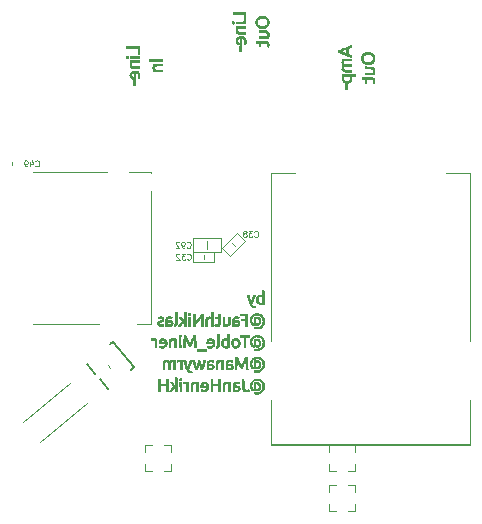
<source format=gbo>
%MOIN*%
%OFA0B0*%
%FSLAX46Y46*%
%IPPOS*%
%LPD*%
%ADD10C,0.0039370078740157488*%
%ADD11C,0.00039370078740157485*%
%ADD12C,0.0047244094488188976*%
%ADD13C,0.005905511811023622*%
D10*
X0001069685Y0000977165D02*
X0001069685Y0000942519D01*
X0001068503Y0001024015D02*
X0001163779Y0001024015D01*
X0001163779Y0000977165D02*
X0001163779Y0001024015D01*
X0001068503Y0000977165D02*
X0001163779Y0000977165D01*
X0001138976Y0000942549D02*
X0001138976Y0000977165D01*
X0001069685Y0000942519D02*
X0001138976Y0000942549D01*
X0001068503Y0001024015D02*
X0001068503Y0000977165D01*
X0001242125Y0001013779D02*
X0001216535Y0001039370D01*
X0001192913Y0000964566D02*
X0001242125Y0001013779D01*
X0001167322Y0000990157D02*
X0001192913Y0000964566D01*
X0001216535Y0001039370D02*
X0001167322Y0000990157D01*
X0000996062Y0000332677D02*
X0000972440Y0000332677D01*
X0000909448Y0000332677D02*
X0000933070Y0000332677D01*
X0000996062Y0000246062D02*
X0000972440Y0000246062D01*
X0000909448Y0000246062D02*
X0000933070Y0000246062D01*
X0000996062Y0000332677D02*
X0000996062Y0000309055D01*
X0000909448Y0000332677D02*
X0000909448Y0000309055D01*
X0000996062Y0000246062D02*
X0000996062Y0000269685D01*
X0000909448Y0000246062D02*
X0000909448Y0000269685D01*
X0001610236Y0000246062D02*
X0001586614Y0000246062D01*
X0001610236Y0000246062D02*
X0001610236Y0000269685D01*
X0001610236Y0000332677D02*
X0001610236Y0000309055D01*
X0001610236Y0000332677D02*
X0001586614Y0000332677D01*
X0001523622Y0000332677D02*
X0001547244Y0000332677D01*
X0001523622Y0000332677D02*
X0001523622Y0000309055D01*
X0001523622Y0000246062D02*
X0001523622Y0000269685D01*
X0001523622Y0000246062D02*
X0001547244Y0000246062D01*
X0001523622Y0000200787D02*
X0001547244Y0000200787D01*
X0001523622Y0000200787D02*
X0001523622Y0000177165D01*
X0001523622Y0000114173D02*
X0001523622Y0000137795D01*
X0001523622Y0000114173D02*
X0001547244Y0000114173D01*
X0001610236Y0000114173D02*
X0001586614Y0000114173D01*
X0001610236Y0000114173D02*
X0001610236Y0000137795D01*
X0001610236Y0000200787D02*
X0001610236Y0000177165D01*
X0001610236Y0000200787D02*
X0001586614Y0000200787D01*
X0001992125Y0000335629D02*
X0001992125Y0000482283D01*
X0001330708Y0000335629D02*
X0001992125Y0000335629D01*
X0001330708Y0000482283D02*
X0001330708Y0000335629D01*
D11*
G36*
X0001581173Y0001521488D02*
G01*
X0001581173Y0001528904D01*
X0001581151Y0001531532D01*
X0001581092Y0001533797D01*
X0001581004Y0001535514D01*
X0001580894Y0001536499D01*
X0001580839Y0001536654D01*
X0001580181Y0001536850D01*
X0001578887Y0001536970D01*
X0001578089Y0001536988D01*
X0001575673Y0001536988D01*
X0001575673Y0001521488D01*
X0001581173Y0001521488D01*
G37*
X0001581173Y0001521488D02*
X0001581173Y0001528904D01*
X0001581151Y0001531532D01*
X0001581092Y0001533797D01*
X0001581004Y0001535514D01*
X0001580894Y0001536499D01*
X0001580839Y0001536654D01*
X0001580181Y0001536850D01*
X0001578887Y0001536970D01*
X0001578089Y0001536988D01*
X0001575673Y0001536988D01*
X0001575673Y0001521488D01*
X0001581173Y0001521488D01*
G36*
X0001564654Y0001585981D02*
G01*
X0001564901Y0001585226D01*
X0001566320Y0001582793D01*
X0001568429Y0001580785D01*
X0001570931Y0001579482D01*
X0001571034Y0001579449D01*
X0001572167Y0001579247D01*
X0001574173Y0001579057D01*
X0001576924Y0001578886D01*
X0001580291Y0001578742D01*
X0001584149Y0001578633D01*
X0001584798Y0001578620D01*
X0001596673Y0001578384D01*
X0001596673Y0001584379D01*
X0001585548Y0001584588D01*
X0001581353Y0001584686D01*
X0001578038Y0001584821D01*
X0001575486Y0001585023D01*
X0001573576Y0001585320D01*
X0001572190Y0001585741D01*
X0001571209Y0001586313D01*
X0001570513Y0001587066D01*
X0001569983Y0001588027D01*
X0001569849Y0001588337D01*
X0001569319Y0001590739D01*
X0001569474Y0001593488D01*
X0001570288Y0001596228D01*
X0001570450Y0001596583D01*
X0001571062Y0001597714D01*
X0001571681Y0001598127D01*
X0001572704Y0001598025D01*
X0001573109Y0001597933D01*
X0001574142Y0001597807D01*
X0001575998Y0001597695D01*
X0001578500Y0001597603D01*
X0001581470Y0001597537D01*
X0001584730Y0001597503D01*
X0001585798Y0001597500D01*
X0001596673Y0001597488D01*
X0001596673Y0001603420D01*
X0001585298Y0001603579D01*
X0001581222Y0001603649D01*
X0001578021Y0001603751D01*
X0001575571Y0001603915D01*
X0001573749Y0001604169D01*
X0001572428Y0001604541D01*
X0001571485Y0001605062D01*
X0001570796Y0001605759D01*
X0001570235Y0001606662D01*
X0001569999Y0001607129D01*
X0001569494Y0001608403D01*
X0001569287Y0001609744D01*
X0001569337Y0001611532D01*
X0001569424Y0001612504D01*
X0001569774Y0001615988D01*
X0001596673Y0001615988D01*
X0001596673Y0001622002D01*
X0001565423Y0001621738D01*
X0001564846Y0001618988D01*
X0001564453Y0001616405D01*
X0001564245Y0001613473D01*
X0001564215Y0001610462D01*
X0001564359Y0001607639D01*
X0001564672Y0001605274D01*
X0001565132Y0001603674D01*
X0001565809Y0001602354D01*
X0001566412Y0001601455D01*
X0001566589Y0001601290D01*
X0001566699Y0001600652D01*
X0001566281Y0001599270D01*
X0001565779Y0001598103D01*
X0001564797Y0001595229D01*
X0001564266Y0001592011D01*
X0001564210Y0001588809D01*
X0001564654Y0001585981D01*
G37*
X0001564654Y0001585981D02*
X0001564901Y0001585226D01*
X0001566320Y0001582793D01*
X0001568429Y0001580785D01*
X0001570931Y0001579482D01*
X0001571034Y0001579449D01*
X0001572167Y0001579247D01*
X0001574173Y0001579057D01*
X0001576924Y0001578886D01*
X0001580291Y0001578742D01*
X0001584149Y0001578633D01*
X0001584798Y0001578620D01*
X0001596673Y0001578384D01*
X0001596673Y0001584379D01*
X0001585548Y0001584588D01*
X0001581353Y0001584686D01*
X0001578038Y0001584821D01*
X0001575486Y0001585023D01*
X0001573576Y0001585320D01*
X0001572190Y0001585741D01*
X0001571209Y0001586313D01*
X0001570513Y0001587066D01*
X0001569983Y0001588027D01*
X0001569849Y0001588337D01*
X0001569319Y0001590739D01*
X0001569474Y0001593488D01*
X0001570288Y0001596228D01*
X0001570450Y0001596583D01*
X0001571062Y0001597714D01*
X0001571681Y0001598127D01*
X0001572704Y0001598025D01*
X0001573109Y0001597933D01*
X0001574142Y0001597807D01*
X0001575998Y0001597695D01*
X0001578500Y0001597603D01*
X0001581470Y0001597537D01*
X0001584730Y0001597503D01*
X0001585798Y0001597500D01*
X0001596673Y0001597488D01*
X0001596673Y0001603420D01*
X0001585298Y0001603579D01*
X0001581222Y0001603649D01*
X0001578021Y0001603751D01*
X0001575571Y0001603915D01*
X0001573749Y0001604169D01*
X0001572428Y0001604541D01*
X0001571485Y0001605062D01*
X0001570796Y0001605759D01*
X0001570235Y0001606662D01*
X0001569999Y0001607129D01*
X0001569494Y0001608403D01*
X0001569287Y0001609744D01*
X0001569337Y0001611532D01*
X0001569424Y0001612504D01*
X0001569774Y0001615988D01*
X0001596673Y0001615988D01*
X0001596673Y0001622002D01*
X0001565423Y0001621738D01*
X0001564846Y0001618988D01*
X0001564453Y0001616405D01*
X0001564245Y0001613473D01*
X0001564215Y0001610462D01*
X0001564359Y0001607639D01*
X0001564672Y0001605274D01*
X0001565132Y0001603674D01*
X0001565809Y0001602354D01*
X0001566412Y0001601455D01*
X0001566589Y0001601290D01*
X0001566699Y0001600652D01*
X0001566281Y0001599270D01*
X0001565779Y0001598103D01*
X0001564797Y0001595229D01*
X0001564266Y0001592011D01*
X0001564210Y0001588809D01*
X0001564654Y0001585981D01*
G36*
X0001556798Y0001643035D02*
G01*
X0001560059Y0001641627D01*
X0001563698Y0001640090D01*
X0001567603Y0001638471D01*
X0001571659Y0001636814D01*
X0001575753Y0001635162D01*
X0001579773Y0001633562D01*
X0001583605Y0001632058D01*
X0001587135Y0001630694D01*
X0001590251Y0001629515D01*
X0001592839Y0001628565D01*
X0001594785Y0001627889D01*
X0001595978Y0001627533D01*
X0001596251Y0001627488D01*
X0001596467Y0001627944D01*
X0001596581Y0001629140D01*
X0001596571Y0001630822D01*
X0001596571Y0001630826D01*
X0001596423Y0001634164D01*
X0001586178Y0001637738D01*
X0001586173Y0001656893D01*
X0001590298Y0001658376D01*
X0001592314Y0001659095D01*
X0001594083Y0001659714D01*
X0001595309Y0001660131D01*
X0001595548Y0001660207D01*
X0001596162Y0001660497D01*
X0001596501Y0001661053D01*
X0001596645Y0001662128D01*
X0001596673Y0001663771D01*
X0001596635Y0001665417D01*
X0001596537Y0001666577D01*
X0001596407Y0001666988D01*
X0001595648Y0001666804D01*
X0001594087Y0001666284D01*
X0001591845Y0001665476D01*
X0001589043Y0001664429D01*
X0001585802Y0001663190D01*
X0001582244Y0001661807D01*
X0001580673Y0001661189D01*
X0001580673Y0001654945D01*
X0001580673Y0001647466D01*
X0001580648Y0001644860D01*
X0001580580Y0001642649D01*
X0001580478Y0001641007D01*
X0001580351Y0001640106D01*
X0001580282Y0001639988D01*
X0001579690Y0001640161D01*
X0001578354Y0001640635D01*
X0001576458Y0001641337D01*
X0001574188Y0001642197D01*
X0001571726Y0001643145D01*
X0001569259Y0001644107D01*
X0001566970Y0001645015D01*
X0001565044Y0001645797D01*
X0001563673Y0001646378D01*
X0001561423Y0001647375D01*
X0001563923Y0001648478D01*
X0001566925Y0001649763D01*
X0001570086Y0001651033D01*
X0001573718Y0001652410D01*
X0001576048Y0001653264D01*
X0001580673Y0001654945D01*
X0001580673Y0001661189D01*
X0001578490Y0001660329D01*
X0001574661Y0001658804D01*
X0001570879Y0001657279D01*
X0001567264Y0001655803D01*
X0001563937Y0001654424D01*
X0001561020Y0001653190D01*
X0001558635Y0001652149D01*
X0001556901Y0001651349D01*
X0001556549Y0001651175D01*
X0001554173Y0001649971D01*
X0001554173Y0001644186D01*
X0001556798Y0001643035D01*
G37*
X0001556798Y0001643035D02*
X0001560059Y0001641627D01*
X0001563698Y0001640090D01*
X0001567603Y0001638471D01*
X0001571659Y0001636814D01*
X0001575753Y0001635162D01*
X0001579773Y0001633562D01*
X0001583605Y0001632058D01*
X0001587135Y0001630694D01*
X0001590251Y0001629515D01*
X0001592839Y0001628565D01*
X0001594785Y0001627889D01*
X0001595978Y0001627533D01*
X0001596251Y0001627488D01*
X0001596467Y0001627944D01*
X0001596581Y0001629140D01*
X0001596571Y0001630822D01*
X0001596571Y0001630826D01*
X0001596423Y0001634164D01*
X0001586178Y0001637738D01*
X0001586173Y0001656893D01*
X0001590298Y0001658376D01*
X0001592314Y0001659095D01*
X0001594083Y0001659714D01*
X0001595309Y0001660131D01*
X0001595548Y0001660207D01*
X0001596162Y0001660497D01*
X0001596501Y0001661053D01*
X0001596645Y0001662128D01*
X0001596673Y0001663771D01*
X0001596635Y0001665417D01*
X0001596537Y0001666577D01*
X0001596407Y0001666988D01*
X0001595648Y0001666804D01*
X0001594087Y0001666284D01*
X0001591845Y0001665476D01*
X0001589043Y0001664429D01*
X0001585802Y0001663190D01*
X0001582244Y0001661807D01*
X0001580673Y0001661189D01*
X0001580673Y0001654945D01*
X0001580673Y0001647466D01*
X0001580648Y0001644860D01*
X0001580580Y0001642649D01*
X0001580478Y0001641007D01*
X0001580351Y0001640106D01*
X0001580282Y0001639988D01*
X0001579690Y0001640161D01*
X0001578354Y0001640635D01*
X0001576458Y0001641337D01*
X0001574188Y0001642197D01*
X0001571726Y0001643145D01*
X0001569259Y0001644107D01*
X0001566970Y0001645015D01*
X0001565044Y0001645797D01*
X0001563673Y0001646378D01*
X0001561423Y0001647375D01*
X0001563923Y0001648478D01*
X0001566925Y0001649763D01*
X0001570086Y0001651033D01*
X0001573718Y0001652410D01*
X0001576048Y0001653264D01*
X0001580673Y0001654945D01*
X0001580673Y0001661189D01*
X0001578490Y0001660329D01*
X0001574661Y0001658804D01*
X0001570879Y0001657279D01*
X0001567264Y0001655803D01*
X0001563937Y0001654424D01*
X0001561020Y0001653190D01*
X0001558635Y0001652149D01*
X0001556901Y0001651349D01*
X0001556549Y0001651175D01*
X0001554173Y0001649971D01*
X0001554173Y0001644186D01*
X0001556798Y0001643035D01*
G36*
X0001564394Y0001554202D02*
G01*
X0001564614Y0001552444D01*
X0001564987Y0001551051D01*
X0001565583Y0001549703D01*
X0001565924Y0001549060D01*
X0001568057Y0001546031D01*
X0001570744Y0001543774D01*
X0001574033Y0001542265D01*
X0001577974Y0001541478D01*
X0001580923Y0001541342D01*
X0001585393Y0001541722D01*
X0001589211Y0001542826D01*
X0001592355Y0001544643D01*
X0001594805Y0001547162D01*
X0001595932Y0001549005D01*
X0001597184Y0001552470D01*
X0001597495Y0001556104D01*
X0001596863Y0001559968D01*
X0001595851Y0001562863D01*
X0001595969Y0001563133D01*
X0001596666Y0001563318D01*
X0001598062Y0001563430D01*
X0001600273Y0001563481D01*
X0001601881Y0001563488D01*
X0001608173Y0001563488D01*
X0001608173Y0001569488D01*
X0001586956Y0001569488D01*
X0001581783Y0001569485D01*
X0001577520Y0001569476D01*
X0001574079Y0001569457D01*
X0001571371Y0001569423D01*
X0001569789Y0001569384D01*
X0001569789Y0001563488D01*
X0001590045Y0001563488D01*
X0001591093Y0001561113D01*
X0001591939Y0001558319D01*
X0001592115Y0001555501D01*
X0001591639Y0001553145D01*
X0001590350Y0001550869D01*
X0001588405Y0001549218D01*
X0001585733Y0001548147D01*
X0001582385Y0001547624D01*
X0001578456Y0001547674D01*
X0001575195Y0001548451D01*
X0001572627Y0001549932D01*
X0001570777Y0001552093D01*
X0001569669Y0001554910D01*
X0001569326Y0001558359D01*
X0001569442Y0001560249D01*
X0001569789Y0001563488D01*
X0001569789Y0001569384D01*
X0001569306Y0001569372D01*
X0001567797Y0001569299D01*
X0001566754Y0001569201D01*
X0001566087Y0001569074D01*
X0001565708Y0001568915D01*
X0001565527Y0001568721D01*
X0001565485Y0001568613D01*
X0001564692Y0001564893D01*
X0001564275Y0001560633D01*
X0001564257Y0001556642D01*
X0001564394Y0001554202D01*
G37*
X0001564394Y0001554202D02*
X0001564614Y0001552444D01*
X0001564987Y0001551051D01*
X0001565583Y0001549703D01*
X0001565924Y0001549060D01*
X0001568057Y0001546031D01*
X0001570744Y0001543774D01*
X0001574033Y0001542265D01*
X0001577974Y0001541478D01*
X0001580923Y0001541342D01*
X0001585393Y0001541722D01*
X0001589211Y0001542826D01*
X0001592355Y0001544643D01*
X0001594805Y0001547162D01*
X0001595932Y0001549005D01*
X0001597184Y0001552470D01*
X0001597495Y0001556104D01*
X0001596863Y0001559968D01*
X0001595851Y0001562863D01*
X0001595969Y0001563133D01*
X0001596666Y0001563318D01*
X0001598062Y0001563430D01*
X0001600273Y0001563481D01*
X0001601881Y0001563488D01*
X0001608173Y0001563488D01*
X0001608173Y0001569488D01*
X0001586956Y0001569488D01*
X0001581783Y0001569485D01*
X0001577520Y0001569476D01*
X0001574079Y0001569457D01*
X0001571371Y0001569423D01*
X0001569789Y0001569384D01*
X0001569789Y0001563488D01*
X0001590045Y0001563488D01*
X0001591093Y0001561113D01*
X0001591939Y0001558319D01*
X0001592115Y0001555501D01*
X0001591639Y0001553145D01*
X0001590350Y0001550869D01*
X0001588405Y0001549218D01*
X0001585733Y0001548147D01*
X0001582385Y0001547624D01*
X0001578456Y0001547674D01*
X0001575195Y0001548451D01*
X0001572627Y0001549932D01*
X0001570777Y0001552093D01*
X0001569669Y0001554910D01*
X0001569326Y0001558359D01*
X0001569442Y0001560249D01*
X0001569789Y0001563488D01*
X0001569789Y0001569384D01*
X0001569306Y0001569372D01*
X0001567797Y0001569299D01*
X0001566754Y0001569201D01*
X0001566087Y0001569074D01*
X0001565708Y0001568915D01*
X0001565527Y0001568721D01*
X0001565485Y0001568613D01*
X0001564692Y0001564893D01*
X0001564275Y0001560633D01*
X0001564257Y0001556642D01*
X0001564394Y0001554202D01*
G36*
X0001631529Y0001554363D02*
G01*
X0001632085Y0001554200D01*
X0001633410Y0001554073D01*
X0001635274Y0001553999D01*
X0001636452Y0001553988D01*
X0001641173Y0001553988D01*
X0001641173Y0001541988D01*
X0001646173Y0001541988D01*
X0001646173Y0001554046D01*
X0001656217Y0001553892D01*
X0001666261Y0001553738D01*
X0001667520Y0001552274D01*
X0001668222Y0001551337D01*
X0001668557Y0001550409D01*
X0001668605Y0001549121D01*
X0001668508Y0001547774D01*
X0001668306Y0001545892D01*
X0001668067Y0001544226D01*
X0001667907Y0001543412D01*
X0001667772Y0001542630D01*
X0001667978Y0001542126D01*
X0001668715Y0001541766D01*
X0001670174Y0001541414D01*
X0001670958Y0001541255D01*
X0001671974Y0001541141D01*
X0001672551Y0001541488D01*
X0001673000Y0001542528D01*
X0001673104Y0001542843D01*
X0001673515Y0001544625D01*
X0001673808Y0001546863D01*
X0001673962Y0001549215D01*
X0001673957Y0001551335D01*
X0001673770Y0001552880D01*
X0001673718Y0001553066D01*
X0001672532Y0001555662D01*
X0001670799Y0001557575D01*
X0001668677Y0001558885D01*
X0001665923Y0001560238D01*
X0001632423Y0001560238D01*
X0001631874Y0001557488D01*
X0001631607Y0001555915D01*
X0001631494Y0001554756D01*
X0001631529Y0001554363D01*
G37*
X0001631529Y0001554363D02*
X0001632085Y0001554200D01*
X0001633410Y0001554073D01*
X0001635274Y0001553999D01*
X0001636452Y0001553988D01*
X0001641173Y0001553988D01*
X0001641173Y0001541988D01*
X0001646173Y0001541988D01*
X0001646173Y0001554046D01*
X0001656217Y0001553892D01*
X0001666261Y0001553738D01*
X0001667520Y0001552274D01*
X0001668222Y0001551337D01*
X0001668557Y0001550409D01*
X0001668605Y0001549121D01*
X0001668508Y0001547774D01*
X0001668306Y0001545892D01*
X0001668067Y0001544226D01*
X0001667907Y0001543412D01*
X0001667772Y0001542630D01*
X0001667978Y0001542126D01*
X0001668715Y0001541766D01*
X0001670174Y0001541414D01*
X0001670958Y0001541255D01*
X0001671974Y0001541141D01*
X0001672551Y0001541488D01*
X0001673000Y0001542528D01*
X0001673104Y0001542843D01*
X0001673515Y0001544625D01*
X0001673808Y0001546863D01*
X0001673962Y0001549215D01*
X0001673957Y0001551335D01*
X0001673770Y0001552880D01*
X0001673718Y0001553066D01*
X0001672532Y0001555662D01*
X0001670799Y0001557575D01*
X0001668677Y0001558885D01*
X0001665923Y0001560238D01*
X0001632423Y0001560238D01*
X0001631874Y0001557488D01*
X0001631607Y0001555915D01*
X0001631494Y0001554756D01*
X0001631529Y0001554363D01*
G36*
X0001652048Y0001589409D02*
G01*
X0001656213Y0001589318D01*
X0001659502Y0001589175D01*
X0001662040Y0001588948D01*
X0001663950Y0001588608D01*
X0001665356Y0001588122D01*
X0001666384Y0001587461D01*
X0001667156Y0001586593D01*
X0001667797Y0001585488D01*
X0001668309Y0001583849D01*
X0001668610Y0001581640D01*
X0001668676Y0001579275D01*
X0001668481Y0001577168D01*
X0001668358Y0001576613D01*
X0001668056Y0001575488D01*
X0001641173Y0001575488D01*
X0001641173Y0001569488D01*
X0001672535Y0001569488D01*
X0001673122Y0001572363D01*
X0001673420Y0001574214D01*
X0001673699Y0001576632D01*
X0001673913Y0001579184D01*
X0001673961Y0001579988D01*
X0001674046Y0001582541D01*
X0001673966Y0001584440D01*
X0001673687Y0001586018D01*
X0001673260Y0001587390D01*
X0001671886Y0001590193D01*
X0001669946Y0001592310D01*
X0001667247Y0001593944D01*
X0001666989Y0001594062D01*
X0001666103Y0001594431D01*
X0001665211Y0001594715D01*
X0001664163Y0001594929D01*
X0001662813Y0001595085D01*
X0001661010Y0001595198D01*
X0001658606Y0001595281D01*
X0001655452Y0001595350D01*
X0001652798Y0001595395D01*
X0001641173Y0001595581D01*
X0001641173Y0001589586D01*
X0001652048Y0001589409D01*
G37*
X0001652048Y0001589409D02*
X0001656213Y0001589318D01*
X0001659502Y0001589175D01*
X0001662040Y0001588948D01*
X0001663950Y0001588608D01*
X0001665356Y0001588122D01*
X0001666384Y0001587461D01*
X0001667156Y0001586593D01*
X0001667797Y0001585488D01*
X0001668309Y0001583849D01*
X0001668610Y0001581640D01*
X0001668676Y0001579275D01*
X0001668481Y0001577168D01*
X0001668358Y0001576613D01*
X0001668056Y0001575488D01*
X0001641173Y0001575488D01*
X0001641173Y0001569488D01*
X0001672535Y0001569488D01*
X0001673122Y0001572363D01*
X0001673420Y0001574214D01*
X0001673699Y0001576632D01*
X0001673913Y0001579184D01*
X0001673961Y0001579988D01*
X0001674046Y0001582541D01*
X0001673966Y0001584440D01*
X0001673687Y0001586018D01*
X0001673260Y0001587390D01*
X0001671886Y0001590193D01*
X0001669946Y0001592310D01*
X0001667247Y0001593944D01*
X0001666989Y0001594062D01*
X0001666103Y0001594431D01*
X0001665211Y0001594715D01*
X0001664163Y0001594929D01*
X0001662813Y0001595085D01*
X0001661010Y0001595198D01*
X0001658606Y0001595281D01*
X0001655452Y0001595350D01*
X0001652798Y0001595395D01*
X0001641173Y0001595581D01*
X0001641173Y0001589586D01*
X0001652048Y0001589409D01*
G36*
X0001629944Y0001620855D02*
G01*
X0001630056Y0001619161D01*
X0001630331Y0001617792D01*
X0001630841Y0001616410D01*
X0001631657Y0001614676D01*
X0001631812Y0001614363D01*
X0001633867Y0001610964D01*
X0001636381Y0001608261D01*
X0001639479Y0001606166D01*
X0001643283Y0001604594D01*
X0001647030Y0001603630D01*
X0001649315Y0001603227D01*
X0001651284Y0001603079D01*
X0001653411Y0001603170D01*
X0001655339Y0001603381D01*
X0001660177Y0001604397D01*
X0001664375Y0001606147D01*
X0001667905Y0001608614D01*
X0001670736Y0001611777D01*
X0001672289Y0001614397D01*
X0001673054Y0001616051D01*
X0001673544Y0001617467D01*
X0001673827Y0001618979D01*
X0001673973Y0001620924D01*
X0001674032Y0001622709D01*
X0001674010Y0001625995D01*
X0001673768Y0001628561D01*
X0001673474Y0001629845D01*
X0001671675Y0001633855D01*
X0001669124Y0001637259D01*
X0001665898Y0001640012D01*
X0001662074Y0001642068D01*
X0001657726Y0001643384D01*
X0001652933Y0001643913D01*
X0001652310Y0001643896D01*
X0001652310Y0001637353D01*
X0001656096Y0001637007D01*
X0001659669Y0001636067D01*
X0001662838Y0001634538D01*
X0001665413Y0001632426D01*
X0001665739Y0001632054D01*
X0001667253Y0001629915D01*
X0001668159Y0001627688D01*
X0001668575Y0001625028D01*
X0001668635Y0001623461D01*
X0001668538Y0001621156D01*
X0001668105Y0001619274D01*
X0001667356Y0001617543D01*
X0001665401Y0001614648D01*
X0001662766Y0001612462D01*
X0001659440Y0001610977D01*
X0001655408Y0001610189D01*
X0001651019Y0001610076D01*
X0001646887Y0001610482D01*
X0001643507Y0001611378D01*
X0001640729Y0001612819D01*
X0001638868Y0001614369D01*
X0001636874Y0001617031D01*
X0001635665Y0001620110D01*
X0001635240Y0001623401D01*
X0001635600Y0001626700D01*
X0001636744Y0001629804D01*
X0001638673Y0001632509D01*
X0001638869Y0001632711D01*
X0001641592Y0001634785D01*
X0001644867Y0001636247D01*
X0001648503Y0001637102D01*
X0001652310Y0001637353D01*
X0001652310Y0001643896D01*
X0001649707Y0001643823D01*
X0001644879Y0001643034D01*
X0001640603Y0001641495D01*
X0001636947Y0001639238D01*
X0001633977Y0001636297D01*
X0001633501Y0001635671D01*
X0001631850Y0001633059D01*
X0001630761Y0001630427D01*
X0001630148Y0001627480D01*
X0001629927Y0001623924D01*
X0001629923Y0001623211D01*
X0001629944Y0001620855D01*
G37*
X0001629944Y0001620855D02*
X0001630056Y0001619161D01*
X0001630331Y0001617792D01*
X0001630841Y0001616410D01*
X0001631657Y0001614676D01*
X0001631812Y0001614363D01*
X0001633867Y0001610964D01*
X0001636381Y0001608261D01*
X0001639479Y0001606166D01*
X0001643283Y0001604594D01*
X0001647030Y0001603630D01*
X0001649315Y0001603227D01*
X0001651284Y0001603079D01*
X0001653411Y0001603170D01*
X0001655339Y0001603381D01*
X0001660177Y0001604397D01*
X0001664375Y0001606147D01*
X0001667905Y0001608614D01*
X0001670736Y0001611777D01*
X0001672289Y0001614397D01*
X0001673054Y0001616051D01*
X0001673544Y0001617467D01*
X0001673827Y0001618979D01*
X0001673973Y0001620924D01*
X0001674032Y0001622709D01*
X0001674010Y0001625995D01*
X0001673768Y0001628561D01*
X0001673474Y0001629845D01*
X0001671675Y0001633855D01*
X0001669124Y0001637259D01*
X0001665898Y0001640012D01*
X0001662074Y0001642068D01*
X0001657726Y0001643384D01*
X0001652933Y0001643913D01*
X0001652310Y0001643896D01*
X0001652310Y0001637353D01*
X0001656096Y0001637007D01*
X0001659669Y0001636067D01*
X0001662838Y0001634538D01*
X0001665413Y0001632426D01*
X0001665739Y0001632054D01*
X0001667253Y0001629915D01*
X0001668159Y0001627688D01*
X0001668575Y0001625028D01*
X0001668635Y0001623461D01*
X0001668538Y0001621156D01*
X0001668105Y0001619274D01*
X0001667356Y0001617543D01*
X0001665401Y0001614648D01*
X0001662766Y0001612462D01*
X0001659440Y0001610977D01*
X0001655408Y0001610189D01*
X0001651019Y0001610076D01*
X0001646887Y0001610482D01*
X0001643507Y0001611378D01*
X0001640729Y0001612819D01*
X0001638868Y0001614369D01*
X0001636874Y0001617031D01*
X0001635665Y0001620110D01*
X0001635240Y0001623401D01*
X0001635600Y0001626700D01*
X0001636744Y0001629804D01*
X0001638673Y0001632509D01*
X0001638869Y0001632711D01*
X0001641592Y0001634785D01*
X0001644867Y0001636247D01*
X0001648503Y0001637102D01*
X0001652310Y0001637353D01*
X0001652310Y0001643896D01*
X0001649707Y0001643823D01*
X0001644879Y0001643034D01*
X0001640603Y0001641495D01*
X0001636947Y0001639238D01*
X0001633977Y0001636297D01*
X0001633501Y0001635671D01*
X0001631850Y0001633059D01*
X0001630761Y0001630427D01*
X0001630148Y0001627480D01*
X0001629927Y0001623924D01*
X0001629923Y0001623211D01*
X0001629944Y0001620855D01*
G36*
X0001199254Y0001740690D02*
G01*
X0001200322Y0001739415D01*
X0001201795Y0001738716D01*
X0001203422Y0001738698D01*
X0001204952Y0001739466D01*
X0001205255Y0001739755D01*
X0001206141Y0001741319D01*
X0001206284Y0001743090D01*
X0001205680Y0001744694D01*
X0001205342Y0001745098D01*
X0001203900Y0001745910D01*
X0001202592Y0001746098D01*
X0001200703Y0001745684D01*
X0001199411Y0001744532D01*
X0001198854Y0001742773D01*
X0001198842Y0001742435D01*
X0001199254Y0001740690D01*
G37*
X0001199254Y0001740690D02*
X0001200322Y0001739415D01*
X0001201795Y0001738716D01*
X0001203422Y0001738698D01*
X0001204952Y0001739466D01*
X0001205255Y0001739755D01*
X0001206141Y0001741319D01*
X0001206284Y0001743090D01*
X0001205680Y0001744694D01*
X0001205342Y0001745098D01*
X0001203900Y0001745910D01*
X0001202592Y0001746098D01*
X0001200703Y0001745684D01*
X0001199411Y0001744532D01*
X0001198854Y0001742773D01*
X0001198842Y0001742435D01*
X0001199254Y0001740690D01*
G36*
X0001228342Y0001648598D02*
G01*
X0001228342Y0001664098D01*
X0001222842Y0001664098D01*
X0001222842Y0001648598D01*
X0001228342Y0001648598D01*
G37*
X0001228342Y0001648598D02*
X0001228342Y0001664098D01*
X0001222842Y0001664098D01*
X0001222842Y0001648598D01*
X0001228342Y0001648598D01*
G36*
X0001211723Y0001713036D02*
G01*
X0001212409Y0001710732D01*
X0001213540Y0001708800D01*
X0001214774Y0001707415D01*
X0001215871Y0001706435D01*
X0001217013Y0001705666D01*
X0001218335Y0001705085D01*
X0001219971Y0001704664D01*
X0001222057Y0001704381D01*
X0001224728Y0001704208D01*
X0001228119Y0001704123D01*
X0001232366Y0001704098D01*
X0001232671Y0001704098D01*
X0001243842Y0001704098D01*
X0001243842Y0001710030D01*
X0001232443Y0001710189D01*
X0001228690Y0001710250D01*
X0001225804Y0001710322D01*
X0001223651Y0001710416D01*
X0001222097Y0001710543D01*
X0001221010Y0001710713D01*
X0001220256Y0001710938D01*
X0001219702Y0001711229D01*
X0001219700Y0001711230D01*
X0001218353Y0001712291D01*
X0001217480Y0001713511D01*
X0001216994Y0001715126D01*
X0001216804Y0001717372D01*
X0001216793Y0001718855D01*
X0001216839Y0001720863D01*
X0001216934Y0001722493D01*
X0001217061Y0001723481D01*
X0001217113Y0001723631D01*
X0001217681Y0001723765D01*
X0001219136Y0001723881D01*
X0001221365Y0001723976D01*
X0001224257Y0001724046D01*
X0001227697Y0001724088D01*
X0001230622Y0001724098D01*
X0001243842Y0001724098D01*
X0001243842Y0001730098D01*
X0001212925Y0001730098D01*
X0001212326Y0001727473D01*
X0001212043Y0001725822D01*
X0001211773Y0001723536D01*
X0001211557Y0001720982D01*
X0001211472Y0001719537D01*
X0001211429Y0001715905D01*
X0001211723Y0001713036D01*
G37*
X0001211723Y0001713036D02*
X0001212409Y0001710732D01*
X0001213540Y0001708800D01*
X0001214774Y0001707415D01*
X0001215871Y0001706435D01*
X0001217013Y0001705666D01*
X0001218335Y0001705085D01*
X0001219971Y0001704664D01*
X0001222057Y0001704381D01*
X0001224728Y0001704208D01*
X0001228119Y0001704123D01*
X0001232366Y0001704098D01*
X0001232671Y0001704098D01*
X0001243842Y0001704098D01*
X0001243842Y0001710030D01*
X0001232443Y0001710189D01*
X0001228690Y0001710250D01*
X0001225804Y0001710322D01*
X0001223651Y0001710416D01*
X0001222097Y0001710543D01*
X0001221010Y0001710713D01*
X0001220256Y0001710938D01*
X0001219702Y0001711229D01*
X0001219700Y0001711230D01*
X0001218353Y0001712291D01*
X0001217480Y0001713511D01*
X0001216994Y0001715126D01*
X0001216804Y0001717372D01*
X0001216793Y0001718855D01*
X0001216839Y0001720863D01*
X0001216934Y0001722493D01*
X0001217061Y0001723481D01*
X0001217113Y0001723631D01*
X0001217681Y0001723765D01*
X0001219136Y0001723881D01*
X0001221365Y0001723976D01*
X0001224257Y0001724046D01*
X0001227697Y0001724088D01*
X0001230622Y0001724098D01*
X0001243842Y0001724098D01*
X0001243842Y0001730098D01*
X0001212925Y0001730098D01*
X0001212326Y0001727473D01*
X0001212043Y0001725822D01*
X0001211773Y0001723536D01*
X0001211557Y0001720982D01*
X0001211472Y0001719537D01*
X0001211429Y0001715905D01*
X0001211723Y0001713036D01*
G36*
X0001243842Y0001739084D02*
G01*
X0001243842Y0001745612D01*
X0001227967Y0001745480D01*
X0001212092Y0001745348D01*
X0001212092Y0001739348D01*
X0001243842Y0001739084D01*
G37*
X0001243842Y0001739084D02*
X0001243842Y0001745612D01*
X0001227967Y0001745480D01*
X0001212092Y0001745348D01*
X0001212092Y0001739348D01*
X0001243842Y0001739084D01*
G36*
X0001238342Y0001770598D02*
G01*
X0001238342Y0001751098D01*
X0001243842Y0001751098D01*
X0001243842Y0001776598D01*
X0001201342Y0001776598D01*
X0001201342Y0001770598D01*
X0001238342Y0001770598D01*
G37*
X0001238342Y0001770598D02*
X0001238342Y0001751098D01*
X0001243842Y0001751098D01*
X0001243842Y0001776598D01*
X0001201342Y0001776598D01*
X0001201342Y0001770598D01*
X0001238342Y0001770598D01*
G36*
X0001211741Y0001677865D02*
G01*
X0001212883Y0001674775D01*
X0001214789Y0001672320D01*
X0001217466Y0001670496D01*
X0001220922Y0001669295D01*
X0001225161Y0001668712D01*
X0001225467Y0001668695D01*
X0001229842Y0001668476D01*
X0001229842Y0001679287D01*
X0001229845Y0001682836D01*
X0001229863Y0001685509D01*
X0001229906Y0001687430D01*
X0001229987Y0001688723D01*
X0001230117Y0001689513D01*
X0001230307Y0001689922D01*
X0001230570Y0001690076D01*
X0001230858Y0001690098D01*
X0001233034Y0001689670D01*
X0001235228Y0001688534D01*
X0001237148Y0001686909D01*
X0001238497Y0001685016D01*
X0001238842Y0001684126D01*
X0001239232Y0001681755D01*
X0001239310Y0001678909D01*
X0001239084Y0001676062D01*
X0001238641Y0001673927D01*
X0001238295Y0001672540D01*
X0001238197Y0001671606D01*
X0001238266Y0001671399D01*
X0001238924Y0001671244D01*
X0001240201Y0001671082D01*
X0001240836Y0001671025D01*
X0001242231Y0001670961D01*
X0001242984Y0001671207D01*
X0001243452Y0001671982D01*
X0001243761Y0001672848D01*
X0001244254Y0001674983D01*
X0001244557Y0001677704D01*
X0001244657Y0001680631D01*
X0001244544Y0001683384D01*
X0001244205Y0001685584D01*
X0001244158Y0001685762D01*
X0001242708Y0001689178D01*
X0001240501Y0001692009D01*
X0001237628Y0001694200D01*
X0001234181Y0001695696D01*
X0001230250Y0001696441D01*
X0001226592Y0001696441D01*
X0001224842Y0001696185D01*
X0001224842Y0001690177D01*
X0001224842Y0001674487D01*
X0001222984Y0001674835D01*
X0001220172Y0001675748D01*
X0001218085Y0001677258D01*
X0001216787Y0001679297D01*
X0001216344Y0001681772D01*
X0001216809Y0001684449D01*
X0001218118Y0001686775D01*
X0001220134Y0001688587D01*
X0001222718Y0001689725D01*
X0001223217Y0001689842D01*
X0001224842Y0001690177D01*
X0001224842Y0001696185D01*
X0001222786Y0001695885D01*
X0001219654Y0001694836D01*
X0001216958Y0001693203D01*
X0001216048Y0001692454D01*
X0001213682Y0001689876D01*
X0001212174Y0001686990D01*
X0001211449Y0001683624D01*
X0001211358Y0001681598D01*
X0001211741Y0001677865D01*
G37*
X0001211741Y0001677865D02*
X0001212883Y0001674775D01*
X0001214789Y0001672320D01*
X0001217466Y0001670496D01*
X0001220922Y0001669295D01*
X0001225161Y0001668712D01*
X0001225467Y0001668695D01*
X0001229842Y0001668476D01*
X0001229842Y0001679287D01*
X0001229845Y0001682836D01*
X0001229863Y0001685509D01*
X0001229906Y0001687430D01*
X0001229987Y0001688723D01*
X0001230117Y0001689513D01*
X0001230307Y0001689922D01*
X0001230570Y0001690076D01*
X0001230858Y0001690098D01*
X0001233034Y0001689670D01*
X0001235228Y0001688534D01*
X0001237148Y0001686909D01*
X0001238497Y0001685016D01*
X0001238842Y0001684126D01*
X0001239232Y0001681755D01*
X0001239310Y0001678909D01*
X0001239084Y0001676062D01*
X0001238641Y0001673927D01*
X0001238295Y0001672540D01*
X0001238197Y0001671606D01*
X0001238266Y0001671399D01*
X0001238924Y0001671244D01*
X0001240201Y0001671082D01*
X0001240836Y0001671025D01*
X0001242231Y0001670961D01*
X0001242984Y0001671207D01*
X0001243452Y0001671982D01*
X0001243761Y0001672848D01*
X0001244254Y0001674983D01*
X0001244557Y0001677704D01*
X0001244657Y0001680631D01*
X0001244544Y0001683384D01*
X0001244205Y0001685584D01*
X0001244158Y0001685762D01*
X0001242708Y0001689178D01*
X0001240501Y0001692009D01*
X0001237628Y0001694200D01*
X0001234181Y0001695696D01*
X0001230250Y0001696441D01*
X0001226592Y0001696441D01*
X0001224842Y0001696185D01*
X0001224842Y0001690177D01*
X0001224842Y0001674487D01*
X0001222984Y0001674835D01*
X0001220172Y0001675748D01*
X0001218085Y0001677258D01*
X0001216787Y0001679297D01*
X0001216344Y0001681772D01*
X0001216809Y0001684449D01*
X0001218118Y0001686775D01*
X0001220134Y0001688587D01*
X0001222718Y0001689725D01*
X0001223217Y0001689842D01*
X0001224842Y0001690177D01*
X0001224842Y0001696185D01*
X0001222786Y0001695885D01*
X0001219654Y0001694836D01*
X0001216958Y0001693203D01*
X0001216048Y0001692454D01*
X0001213682Y0001689876D01*
X0001212174Y0001686990D01*
X0001211449Y0001683624D01*
X0001211358Y0001681598D01*
X0001211741Y0001677865D01*
G36*
X0001288342Y0001675098D02*
G01*
X0001288342Y0001663098D01*
X0001293342Y0001663098D01*
X0001293342Y0001675192D01*
X0001302717Y0001674995D01*
X0001306459Y0001674896D01*
X0001309331Y0001674752D01*
X0001311466Y0001674534D01*
X0001312994Y0001674212D01*
X0001314047Y0001673753D01*
X0001314755Y0001673128D01*
X0001315249Y0001672306D01*
X0001315370Y0001672031D01*
X0001315676Y0001670516D01*
X0001315698Y0001668376D01*
X0001315448Y0001665940D01*
X0001315077Y0001664066D01*
X0001314970Y0001663271D01*
X0001315299Y0001662797D01*
X0001316285Y0001662445D01*
X0001317063Y0001662258D01*
X0001318406Y0001661986D01*
X0001319249Y0001662042D01*
X0001319795Y0001662596D01*
X0001320247Y0001663819D01*
X0001320643Y0001665267D01*
X0001321219Y0001668768D01*
X0001321135Y0001672196D01*
X0001320755Y0001674080D01*
X0001319624Y0001676629D01*
X0001317804Y0001678562D01*
X0001315964Y0001679680D01*
X0001315292Y0001679997D01*
X0001314624Y0001680252D01*
X0001313847Y0001680453D01*
X0001312844Y0001680609D01*
X0001311503Y0001680726D01*
X0001309707Y0001680813D01*
X0001307343Y0001680878D01*
X0001304296Y0001680929D01*
X0001300451Y0001680974D01*
X0001296903Y0001681009D01*
X0001292910Y0001681036D01*
X0001289235Y0001681037D01*
X0001285998Y0001681015D01*
X0001283319Y0001680971D01*
X0001281318Y0001680908D01*
X0001280113Y0001680826D01*
X0001279809Y0001680759D01*
X0001279518Y0001680062D01*
X0001279215Y0001678723D01*
X0001279058Y0001677723D01*
X0001278713Y0001675098D01*
X0001288342Y0001675098D01*
G37*
X0001288342Y0001675098D02*
X0001288342Y0001663098D01*
X0001293342Y0001663098D01*
X0001293342Y0001675192D01*
X0001302717Y0001674995D01*
X0001306459Y0001674896D01*
X0001309331Y0001674752D01*
X0001311466Y0001674534D01*
X0001312994Y0001674212D01*
X0001314047Y0001673753D01*
X0001314755Y0001673128D01*
X0001315249Y0001672306D01*
X0001315370Y0001672031D01*
X0001315676Y0001670516D01*
X0001315698Y0001668376D01*
X0001315448Y0001665940D01*
X0001315077Y0001664066D01*
X0001314970Y0001663271D01*
X0001315299Y0001662797D01*
X0001316285Y0001662445D01*
X0001317063Y0001662258D01*
X0001318406Y0001661986D01*
X0001319249Y0001662042D01*
X0001319795Y0001662596D01*
X0001320247Y0001663819D01*
X0001320643Y0001665267D01*
X0001321219Y0001668768D01*
X0001321135Y0001672196D01*
X0001320755Y0001674080D01*
X0001319624Y0001676629D01*
X0001317804Y0001678562D01*
X0001315964Y0001679680D01*
X0001315292Y0001679997D01*
X0001314624Y0001680252D01*
X0001313847Y0001680453D01*
X0001312844Y0001680609D01*
X0001311503Y0001680726D01*
X0001309707Y0001680813D01*
X0001307343Y0001680878D01*
X0001304296Y0001680929D01*
X0001300451Y0001680974D01*
X0001296903Y0001681009D01*
X0001292910Y0001681036D01*
X0001289235Y0001681037D01*
X0001285998Y0001681015D01*
X0001283319Y0001680971D01*
X0001281318Y0001680908D01*
X0001280113Y0001680826D01*
X0001279809Y0001680759D01*
X0001279518Y0001680062D01*
X0001279215Y0001678723D01*
X0001279058Y0001677723D01*
X0001278713Y0001675098D01*
X0001288342Y0001675098D01*
G36*
X0001299467Y0001710013D02*
G01*
X0001303390Y0001709941D01*
X0001306452Y0001709842D01*
X0001308792Y0001709690D01*
X0001310548Y0001709457D01*
X0001311859Y0001709117D01*
X0001312863Y0001708643D01*
X0001313701Y0001708009D01*
X0001314510Y0001707189D01*
X0001314571Y0001707121D01*
X0001315177Y0001705926D01*
X0001315610Y0001704050D01*
X0001315838Y0001701799D01*
X0001315823Y0001699484D01*
X0001315627Y0001697858D01*
X0001315297Y0001696098D01*
X0001288342Y0001696098D01*
X0001288342Y0001690098D01*
X0001319704Y0001690098D01*
X0001320292Y0001692973D01*
X0001320629Y0001695092D01*
X0001320891Y0001697643D01*
X0001321067Y0001700350D01*
X0001321144Y0001702939D01*
X0001321109Y0001705136D01*
X0001320951Y0001706666D01*
X0001320909Y0001706848D01*
X0001319562Y0001710088D01*
X0001317444Y0001712730D01*
X0001314629Y0001714683D01*
X0001314092Y0001714937D01*
X0001313306Y0001715230D01*
X0001312329Y0001715459D01*
X0001311025Y0001715634D01*
X0001309255Y0001715766D01*
X0001306884Y0001715866D01*
X0001303773Y0001715943D01*
X0001300217Y0001716003D01*
X0001288342Y0001716177D01*
X0001288342Y0001710181D01*
X0001299467Y0001710013D01*
G37*
X0001299467Y0001710013D02*
X0001303390Y0001709941D01*
X0001306452Y0001709842D01*
X0001308792Y0001709690D01*
X0001310548Y0001709457D01*
X0001311859Y0001709117D01*
X0001312863Y0001708643D01*
X0001313701Y0001708009D01*
X0001314510Y0001707189D01*
X0001314571Y0001707121D01*
X0001315177Y0001705926D01*
X0001315610Y0001704050D01*
X0001315838Y0001701799D01*
X0001315823Y0001699484D01*
X0001315627Y0001697858D01*
X0001315297Y0001696098D01*
X0001288342Y0001696098D01*
X0001288342Y0001690098D01*
X0001319704Y0001690098D01*
X0001320292Y0001692973D01*
X0001320629Y0001695092D01*
X0001320891Y0001697643D01*
X0001321067Y0001700350D01*
X0001321144Y0001702939D01*
X0001321109Y0001705136D01*
X0001320951Y0001706666D01*
X0001320909Y0001706848D01*
X0001319562Y0001710088D01*
X0001317444Y0001712730D01*
X0001314629Y0001714683D01*
X0001314092Y0001714937D01*
X0001313306Y0001715230D01*
X0001312329Y0001715459D01*
X0001311025Y0001715634D01*
X0001309255Y0001715766D01*
X0001306884Y0001715866D01*
X0001303773Y0001715943D01*
X0001300217Y0001716003D01*
X0001288342Y0001716177D01*
X0001288342Y0001710181D01*
X0001299467Y0001710013D01*
G36*
X0001277178Y0001741860D02*
G01*
X0001277660Y0001738594D01*
X0001278287Y0001736475D01*
X0001280145Y0001733041D01*
X0001282838Y0001729950D01*
X0001286218Y0001727352D01*
X0001288195Y0001726248D01*
X0001289846Y0001725457D01*
X0001291186Y0001724921D01*
X0001292496Y0001724581D01*
X0001294054Y0001724380D01*
X0001296140Y0001724259D01*
X0001298024Y0001724192D01*
X0001300793Y0001724128D01*
X0001302848Y0001724165D01*
X0001304472Y0001724330D01*
X0001305948Y0001724650D01*
X0001307342Y0001725078D01*
X0001311669Y0001726970D01*
X0001315221Y0001729489D01*
X0001317979Y0001732606D01*
X0001319923Y0001736294D01*
X0001321034Y0001740527D01*
X0001321309Y0001744526D01*
X0001321206Y0001746710D01*
X0001320969Y0001748791D01*
X0001320648Y0001750325D01*
X0001320641Y0001750348D01*
X0001318836Y0001754521D01*
X0001316300Y0001758022D01*
X0001313068Y0001760819D01*
X0001309179Y0001762880D01*
X0001304935Y0001764120D01*
X0001301831Y0001764490D01*
X0001298323Y0001764524D01*
X0001297910Y0001764491D01*
X0001297910Y0001757962D01*
X0001302314Y0001757874D01*
X0001306256Y0001757067D01*
X0001309649Y0001755586D01*
X0001312406Y0001753474D01*
X0001314439Y0001750776D01*
X0001315177Y0001749172D01*
X0001315568Y0001747376D01*
X0001315706Y0001745035D01*
X0001315609Y0001742518D01*
X0001315292Y0001740197D01*
X0001314771Y0001738441D01*
X0001314691Y0001738276D01*
X0001312652Y0001735416D01*
X0001309875Y0001733215D01*
X0001306383Y0001731685D01*
X0001302205Y0001730841D01*
X0001300565Y0001730709D01*
X0001296001Y0001730822D01*
X0001292006Y0001731642D01*
X0001288633Y0001733134D01*
X0001285935Y0001735262D01*
X0001283967Y0001737991D01*
X0001282782Y0001741285D01*
X0001282541Y0001742729D01*
X0001282572Y0001746362D01*
X0001283521Y0001749693D01*
X0001285352Y0001752615D01*
X0001286273Y0001753598D01*
X0001288643Y0001755480D01*
X0001291327Y0001756785D01*
X0001294544Y0001757597D01*
X0001297910Y0001757962D01*
X0001297910Y0001764491D01*
X0001294781Y0001764246D01*
X0001291575Y0001763680D01*
X0001289701Y0001763115D01*
X0001285830Y0001761129D01*
X0001282488Y0001758379D01*
X0001279814Y0001755002D01*
X0001278064Y0001751467D01*
X0001277374Y0001748675D01*
X0001277081Y0001745346D01*
X0001277178Y0001741860D01*
G37*
X0001277178Y0001741860D02*
X0001277660Y0001738594D01*
X0001278287Y0001736475D01*
X0001280145Y0001733041D01*
X0001282838Y0001729950D01*
X0001286218Y0001727352D01*
X0001288195Y0001726248D01*
X0001289846Y0001725457D01*
X0001291186Y0001724921D01*
X0001292496Y0001724581D01*
X0001294054Y0001724380D01*
X0001296140Y0001724259D01*
X0001298024Y0001724192D01*
X0001300793Y0001724128D01*
X0001302848Y0001724165D01*
X0001304472Y0001724330D01*
X0001305948Y0001724650D01*
X0001307342Y0001725078D01*
X0001311669Y0001726970D01*
X0001315221Y0001729489D01*
X0001317979Y0001732606D01*
X0001319923Y0001736294D01*
X0001321034Y0001740527D01*
X0001321309Y0001744526D01*
X0001321206Y0001746710D01*
X0001320969Y0001748791D01*
X0001320648Y0001750325D01*
X0001320641Y0001750348D01*
X0001318836Y0001754521D01*
X0001316300Y0001758022D01*
X0001313068Y0001760819D01*
X0001309179Y0001762880D01*
X0001304935Y0001764120D01*
X0001301831Y0001764490D01*
X0001298323Y0001764524D01*
X0001297910Y0001764491D01*
X0001297910Y0001757962D01*
X0001302314Y0001757874D01*
X0001306256Y0001757067D01*
X0001309649Y0001755586D01*
X0001312406Y0001753474D01*
X0001314439Y0001750776D01*
X0001315177Y0001749172D01*
X0001315568Y0001747376D01*
X0001315706Y0001745035D01*
X0001315609Y0001742518D01*
X0001315292Y0001740197D01*
X0001314771Y0001738441D01*
X0001314691Y0001738276D01*
X0001312652Y0001735416D01*
X0001309875Y0001733215D01*
X0001306383Y0001731685D01*
X0001302205Y0001730841D01*
X0001300565Y0001730709D01*
X0001296001Y0001730822D01*
X0001292006Y0001731642D01*
X0001288633Y0001733134D01*
X0001285935Y0001735262D01*
X0001283967Y0001737991D01*
X0001282782Y0001741285D01*
X0001282541Y0001742729D01*
X0001282572Y0001746362D01*
X0001283521Y0001749693D01*
X0001285352Y0001752615D01*
X0001286273Y0001753598D01*
X0001288643Y0001755480D01*
X0001291327Y0001756785D01*
X0001294544Y0001757597D01*
X0001297910Y0001757962D01*
X0001297910Y0001764491D01*
X0001294781Y0001764246D01*
X0001291575Y0001763680D01*
X0001289701Y0001763115D01*
X0001285830Y0001761129D01*
X0001282488Y0001758379D01*
X0001279814Y0001755002D01*
X0001278064Y0001751467D01*
X0001277374Y0001748675D01*
X0001277081Y0001745346D01*
X0001277178Y0001741860D01*
G36*
X0000845423Y0001626516D02*
G01*
X0000846491Y0001625242D01*
X0000847965Y0001624543D01*
X0000849592Y0001624525D01*
X0000851121Y0001625292D01*
X0000851424Y0001625582D01*
X0000852310Y0001627146D01*
X0000852454Y0001628916D01*
X0000851850Y0001630521D01*
X0000851511Y0001630925D01*
X0000850069Y0001631736D01*
X0000848761Y0001631925D01*
X0000846872Y0001631511D01*
X0000845581Y0001630358D01*
X0000845023Y0001628600D01*
X0000845011Y0001628262D01*
X0000845423Y0001626516D01*
G37*
X0000845423Y0001626516D02*
X0000846491Y0001625242D01*
X0000847965Y0001624543D01*
X0000849592Y0001624525D01*
X0000851121Y0001625292D01*
X0000851424Y0001625582D01*
X0000852310Y0001627146D01*
X0000852454Y0001628916D01*
X0000851850Y0001630521D01*
X0000851511Y0001630925D01*
X0000850069Y0001631736D01*
X0000848761Y0001631925D01*
X0000846872Y0001631511D01*
X0000845581Y0001630358D01*
X0000845023Y0001628600D01*
X0000845011Y0001628262D01*
X0000845423Y0001626516D01*
G36*
X0000874511Y0001534425D02*
G01*
X0000874511Y0001549925D01*
X0000869011Y0001549925D01*
X0000869011Y0001534425D01*
X0000874511Y0001534425D01*
G37*
X0000874511Y0001534425D02*
X0000874511Y0001549925D01*
X0000869011Y0001549925D01*
X0000869011Y0001534425D01*
X0000874511Y0001534425D01*
G36*
X0000857849Y0001599120D02*
G01*
X0000858459Y0001596835D01*
X0000859483Y0001594931D01*
X0000860943Y0001593241D01*
X0000862041Y0001592261D01*
X0000863182Y0001591493D01*
X0000864504Y0001590911D01*
X0000866140Y0001590491D01*
X0000868226Y0001590208D01*
X0000870897Y0001590035D01*
X0000874288Y0001589949D01*
X0000878535Y0001589925D01*
X0000878841Y0001589925D01*
X0000890011Y0001589925D01*
X0000890011Y0001595857D01*
X0000878613Y0001596016D01*
X0000874860Y0001596077D01*
X0000871973Y0001596149D01*
X0000869820Y0001596243D01*
X0000868267Y0001596369D01*
X0000867180Y0001596540D01*
X0000866425Y0001596765D01*
X0000865871Y0001597056D01*
X0000865870Y0001597057D01*
X0000864472Y0001598165D01*
X0000863574Y0001599445D01*
X0000863084Y0001601134D01*
X0000862912Y0001603468D01*
X0000862913Y0001604727D01*
X0000862975Y0001606720D01*
X0000863085Y0001608336D01*
X0000863223Y0001609307D01*
X0000863273Y0001609443D01*
X0000863853Y0001609588D01*
X0000865341Y0001609712D01*
X0000867644Y0001609810D01*
X0000870670Y0001609880D01*
X0000874326Y0001609918D01*
X0000876791Y0001609925D01*
X0000890011Y0001609925D01*
X0000890011Y0001615925D01*
X0000859092Y0001615925D01*
X0000858519Y0001613550D01*
X0000858253Y0001612043D01*
X0000857993Y0001609869D01*
X0000857775Y0001607360D01*
X0000857667Y0001605611D01*
X0000857603Y0001601980D01*
X0000857849Y0001599120D01*
G37*
X0000857849Y0001599120D02*
X0000858459Y0001596835D01*
X0000859483Y0001594931D01*
X0000860943Y0001593241D01*
X0000862041Y0001592261D01*
X0000863182Y0001591493D01*
X0000864504Y0001590911D01*
X0000866140Y0001590491D01*
X0000868226Y0001590208D01*
X0000870897Y0001590035D01*
X0000874288Y0001589949D01*
X0000878535Y0001589925D01*
X0000878841Y0001589925D01*
X0000890011Y0001589925D01*
X0000890011Y0001595857D01*
X0000878613Y0001596016D01*
X0000874860Y0001596077D01*
X0000871973Y0001596149D01*
X0000869820Y0001596243D01*
X0000868267Y0001596369D01*
X0000867180Y0001596540D01*
X0000866425Y0001596765D01*
X0000865871Y0001597056D01*
X0000865870Y0001597057D01*
X0000864472Y0001598165D01*
X0000863574Y0001599445D01*
X0000863084Y0001601134D01*
X0000862912Y0001603468D01*
X0000862913Y0001604727D01*
X0000862975Y0001606720D01*
X0000863085Y0001608336D01*
X0000863223Y0001609307D01*
X0000863273Y0001609443D01*
X0000863853Y0001609588D01*
X0000865341Y0001609712D01*
X0000867644Y0001609810D01*
X0000870670Y0001609880D01*
X0000874326Y0001609918D01*
X0000876791Y0001609925D01*
X0000890011Y0001609925D01*
X0000890011Y0001615925D01*
X0000859092Y0001615925D01*
X0000858519Y0001613550D01*
X0000858253Y0001612043D01*
X0000857993Y0001609869D01*
X0000857775Y0001607360D01*
X0000857667Y0001605611D01*
X0000857603Y0001601980D01*
X0000857849Y0001599120D01*
G36*
X0000890011Y0001624911D02*
G01*
X0000890011Y0001631439D01*
X0000874136Y0001631307D01*
X0000858261Y0001631175D01*
X0000858261Y0001625175D01*
X0000890011Y0001624911D01*
G37*
X0000890011Y0001624911D02*
X0000890011Y0001631439D01*
X0000874136Y0001631307D01*
X0000858261Y0001631175D01*
X0000858261Y0001625175D01*
X0000890011Y0001624911D01*
G36*
X0000884511Y0001656425D02*
G01*
X0000884511Y0001636925D01*
X0000890011Y0001636925D01*
X0000890011Y0001662425D01*
X0000847511Y0001662425D01*
X0000847511Y0001656425D01*
X0000884511Y0001656425D01*
G37*
X0000884511Y0001656425D02*
X0000884511Y0001636925D01*
X0000890011Y0001636925D01*
X0000890011Y0001662425D01*
X0000847511Y0001662425D01*
X0000847511Y0001656425D01*
X0000884511Y0001656425D01*
G36*
X0000857605Y0001565009D02*
G01*
X0000858187Y0001562322D01*
X0000858454Y0001561647D01*
X0000860167Y0001559054D01*
X0000862656Y0001556984D01*
X0000865818Y0001555490D01*
X0000869547Y0001554627D01*
X0000872669Y0001554425D01*
X0000876011Y0001554425D01*
X0000876011Y0001575925D01*
X0000877136Y0001575914D01*
X0000878717Y0001575592D01*
X0000880593Y0001574793D01*
X0000882338Y0001573728D01*
X0000883317Y0001572866D01*
X0000884514Y0001570864D01*
X0000885265Y0001568214D01*
X0000885542Y0001565175D01*
X0000885315Y0001562008D01*
X0000884801Y0001559723D01*
X0000884412Y0001558280D01*
X0000884457Y0001557460D01*
X0000885105Y0001557058D01*
X0000886526Y0001556868D01*
X0000887200Y0001556817D01*
X0000888446Y0001556795D01*
X0000889140Y0001557136D01*
X0000889635Y0001558087D01*
X0000889851Y0001558675D01*
X0000890315Y0001560595D01*
X0000890636Y0001563133D01*
X0000890793Y0001565914D01*
X0000890766Y0001568564D01*
X0000890536Y0001570707D01*
X0000890507Y0001570851D01*
X0000889290Y0001574271D01*
X0000887253Y0001577258D01*
X0000884536Y0001579651D01*
X0000881278Y0001581293D01*
X0000881277Y0001581293D01*
X0000878742Y0001581879D01*
X0000875645Y0001582159D01*
X0000872376Y0001582132D01*
X0000871011Y0001581983D01*
X0000871011Y0001576004D01*
X0000871011Y0001560313D01*
X0000869154Y0001560662D01*
X0000866341Y0001561575D01*
X0000864254Y0001563085D01*
X0000862956Y0001565124D01*
X0000862513Y0001567599D01*
X0000862978Y0001570276D01*
X0000864288Y0001572601D01*
X0000866303Y0001574414D01*
X0000868887Y0001575551D01*
X0000869386Y0001575669D01*
X0000871011Y0001576004D01*
X0000871011Y0001581983D01*
X0000869325Y0001581799D01*
X0000867176Y0001581270D01*
X0000864347Y0001579855D01*
X0000861715Y0001577759D01*
X0000859591Y0001575259D01*
X0000858694Y0001573694D01*
X0000857867Y0001571087D01*
X0000857501Y0001568062D01*
X0000857605Y0001565009D01*
G37*
X0000857605Y0001565009D02*
X0000858187Y0001562322D01*
X0000858454Y0001561647D01*
X0000860167Y0001559054D01*
X0000862656Y0001556984D01*
X0000865818Y0001555490D01*
X0000869547Y0001554627D01*
X0000872669Y0001554425D01*
X0000876011Y0001554425D01*
X0000876011Y0001575925D01*
X0000877136Y0001575914D01*
X0000878717Y0001575592D01*
X0000880593Y0001574793D01*
X0000882338Y0001573728D01*
X0000883317Y0001572866D01*
X0000884514Y0001570864D01*
X0000885265Y0001568214D01*
X0000885542Y0001565175D01*
X0000885315Y0001562008D01*
X0000884801Y0001559723D01*
X0000884412Y0001558280D01*
X0000884457Y0001557460D01*
X0000885105Y0001557058D01*
X0000886526Y0001556868D01*
X0000887200Y0001556817D01*
X0000888446Y0001556795D01*
X0000889140Y0001557136D01*
X0000889635Y0001558087D01*
X0000889851Y0001558675D01*
X0000890315Y0001560595D01*
X0000890636Y0001563133D01*
X0000890793Y0001565914D01*
X0000890766Y0001568564D01*
X0000890536Y0001570707D01*
X0000890507Y0001570851D01*
X0000889290Y0001574271D01*
X0000887253Y0001577258D01*
X0000884536Y0001579651D01*
X0000881278Y0001581293D01*
X0000881277Y0001581293D01*
X0000878742Y0001581879D01*
X0000875645Y0001582159D01*
X0000872376Y0001582132D01*
X0000871011Y0001581983D01*
X0000871011Y0001576004D01*
X0000871011Y0001560313D01*
X0000869154Y0001560662D01*
X0000866341Y0001561575D01*
X0000864254Y0001563085D01*
X0000862956Y0001565124D01*
X0000862513Y0001567599D01*
X0000862978Y0001570276D01*
X0000864288Y0001572601D01*
X0000866303Y0001574414D01*
X0000868887Y0001575551D01*
X0000869386Y0001575669D01*
X0000871011Y0001576004D01*
X0000871011Y0001581983D01*
X0000869325Y0001581799D01*
X0000867176Y0001581270D01*
X0000864347Y0001579855D01*
X0000861715Y0001577759D01*
X0000859591Y0001575259D01*
X0000858694Y0001573694D01*
X0000857867Y0001571087D01*
X0000857501Y0001568062D01*
X0000857605Y0001565009D01*
G36*
X0000934079Y0001591151D02*
G01*
X0000934347Y0001588276D01*
X0000934801Y0001586287D01*
X0000935932Y0001584083D01*
X0000937521Y0001582226D01*
X0000938730Y0001581238D01*
X0000940007Y0001580465D01*
X0000941490Y0001579881D01*
X0000943316Y0001579462D01*
X0000945623Y0001579182D01*
X0000948549Y0001579016D01*
X0000952232Y0001578939D01*
X0000955602Y0001578925D01*
X0000966511Y0001578925D01*
X0000966511Y0001584856D01*
X0000955386Y0001585015D01*
X0000951419Y0001585085D01*
X0000948317Y0001585184D01*
X0000945949Y0001585341D01*
X0000944180Y0001585581D01*
X0000942876Y0001585934D01*
X0000941904Y0001586424D01*
X0000941131Y0001587081D01*
X0000940422Y0001587931D01*
X0000940306Y0001588086D01*
X0000939774Y0001588965D01*
X0000939468Y0001590000D01*
X0000939339Y0001591471D01*
X0000939338Y0001593658D01*
X0000939339Y0001593683D01*
X0000939412Y0001595672D01*
X0000939537Y0001597290D01*
X0000939692Y0001598265D01*
X0000939743Y0001598396D01*
X0000940369Y0001598582D01*
X0000941985Y0001598727D01*
X0000944585Y0001598834D01*
X0000948159Y0001598899D01*
X0000952701Y0001598924D01*
X0000953291Y0001598925D01*
X0000966511Y0001598925D01*
X0000966511Y0001604925D01*
X0000951045Y0001604925D01*
X0000946691Y0001604921D01*
X0000943233Y0001604907D01*
X0000940566Y0001604876D01*
X0000938584Y0001604822D01*
X0000937185Y0001604741D01*
X0000936263Y0001604625D01*
X0000935713Y0001604469D01*
X0000935431Y0001604267D01*
X0000935323Y0001604050D01*
X0000934681Y0001601186D01*
X0000934254Y0001597892D01*
X0000934051Y0001594452D01*
X0000934079Y0001591151D01*
G37*
X0000934079Y0001591151D02*
X0000934347Y0001588276D01*
X0000934801Y0001586287D01*
X0000935932Y0001584083D01*
X0000937521Y0001582226D01*
X0000938730Y0001581238D01*
X0000940007Y0001580465D01*
X0000941490Y0001579881D01*
X0000943316Y0001579462D01*
X0000945623Y0001579182D01*
X0000948549Y0001579016D01*
X0000952232Y0001578939D01*
X0000955602Y0001578925D01*
X0000966511Y0001578925D01*
X0000966511Y0001584856D01*
X0000955386Y0001585015D01*
X0000951419Y0001585085D01*
X0000948317Y0001585184D01*
X0000945949Y0001585341D01*
X0000944180Y0001585581D01*
X0000942876Y0001585934D01*
X0000941904Y0001586424D01*
X0000941131Y0001587081D01*
X0000940422Y0001587931D01*
X0000940306Y0001588086D01*
X0000939774Y0001588965D01*
X0000939468Y0001590000D01*
X0000939339Y0001591471D01*
X0000939338Y0001593658D01*
X0000939339Y0001593683D01*
X0000939412Y0001595672D01*
X0000939537Y0001597290D01*
X0000939692Y0001598265D01*
X0000939743Y0001598396D01*
X0000940369Y0001598582D01*
X0000941985Y0001598727D01*
X0000944585Y0001598834D01*
X0000948159Y0001598899D01*
X0000952701Y0001598924D01*
X0000953291Y0001598925D01*
X0000966511Y0001598925D01*
X0000966511Y0001604925D01*
X0000951045Y0001604925D01*
X0000946691Y0001604921D01*
X0000943233Y0001604907D01*
X0000940566Y0001604876D01*
X0000938584Y0001604822D01*
X0000937185Y0001604741D01*
X0000936263Y0001604625D01*
X0000935713Y0001604469D01*
X0000935431Y0001604267D01*
X0000935323Y0001604050D01*
X0000934681Y0001601186D01*
X0000934254Y0001597892D01*
X0000934051Y0001594452D01*
X0000934079Y0001591151D01*
G36*
X0000966511Y0001614925D02*
G01*
X0000966511Y0001620925D01*
X0000924011Y0001620925D01*
X0000924011Y0001614925D01*
X0000966511Y0001614925D01*
G37*
X0000966511Y0001614925D02*
X0000966511Y0001620925D01*
X0000924011Y0001620925D01*
X0000924011Y0001614925D01*
X0000966511Y0001614925D01*
G36*
X0001299610Y0000841199D02*
G01*
X0001299610Y0000833139D01*
X0001298007Y0000833968D01*
X0001296615Y0000834465D01*
X0001294715Y0000834871D01*
X0001293326Y0000835044D01*
X0001289626Y0000834905D01*
X0001286363Y0000833903D01*
X0001283596Y0000832101D01*
X0001281382Y0000829560D01*
X0001279777Y0000826342D01*
X0001278840Y0000822511D01*
X0001278610Y0000819130D01*
X0001279017Y0000814966D01*
X0001280212Y0000811346D01*
X0001282154Y0000808326D01*
X0001284802Y0000805964D01*
X0001288117Y0000804316D01*
X0001289408Y0000803923D01*
X0001292457Y0000803360D01*
X0001295674Y0000803266D01*
X0001299362Y0000803641D01*
X0001300944Y0000803906D01*
X0001302779Y0000804269D01*
X0001304244Y0000804616D01*
X0001305043Y0000804875D01*
X0001305069Y0000804890D01*
X0001305182Y0000805441D01*
X0001305282Y0000806867D01*
X0001305371Y0000809041D01*
X0001305448Y0000811838D01*
X0001305512Y0000815133D01*
X0001305562Y0000818800D01*
X0001305599Y0000822713D01*
X0001305621Y0000826747D01*
X0001305623Y0000828051D01*
X0001299610Y0000828051D01*
X0001299610Y0000808722D01*
X0001297485Y0000808513D01*
X0001294395Y0000808445D01*
X0001291487Y0000808809D01*
X0001289190Y0000809536D01*
X0001287873Y0000810453D01*
X0001286569Y0000811812D01*
X0001286190Y0000812332D01*
X0001285575Y0000813344D01*
X0001285185Y0000814313D01*
X0001284970Y0000815503D01*
X0001284878Y0000817181D01*
X0001284860Y0000819378D01*
X0001284967Y0000822500D01*
X0001285346Y0000824830D01*
X0001286079Y0000826559D01*
X0001287251Y0000827879D01*
X0001288945Y0000828980D01*
X0001289121Y0000829073D01*
X0001291892Y0000829962D01*
X0001294848Y0000829892D01*
X0001297735Y0000828942D01*
X0001299610Y0000828051D01*
X0001305623Y0000828051D01*
X0001305628Y0000830778D01*
X0001305621Y0000834678D01*
X0001305597Y0000838324D01*
X0001305557Y0000841588D01*
X0001305501Y0000844347D01*
X0001305427Y0000846474D01*
X0001305336Y0000847843D01*
X0001305235Y0000848328D01*
X0001304561Y0000848516D01*
X0001303241Y0000848757D01*
X0001302235Y0000848905D01*
X0001299610Y0000849259D01*
X0001299610Y0000841199D01*
G37*
X0001299610Y0000841199D02*
X0001299610Y0000833139D01*
X0001298007Y0000833968D01*
X0001296615Y0000834465D01*
X0001294715Y0000834871D01*
X0001293326Y0000835044D01*
X0001289626Y0000834905D01*
X0001286363Y0000833903D01*
X0001283596Y0000832101D01*
X0001281382Y0000829560D01*
X0001279777Y0000826342D01*
X0001278840Y0000822511D01*
X0001278610Y0000819130D01*
X0001279017Y0000814966D01*
X0001280212Y0000811346D01*
X0001282154Y0000808326D01*
X0001284802Y0000805964D01*
X0001288117Y0000804316D01*
X0001289408Y0000803923D01*
X0001292457Y0000803360D01*
X0001295674Y0000803266D01*
X0001299362Y0000803641D01*
X0001300944Y0000803906D01*
X0001302779Y0000804269D01*
X0001304244Y0000804616D01*
X0001305043Y0000804875D01*
X0001305069Y0000804890D01*
X0001305182Y0000805441D01*
X0001305282Y0000806867D01*
X0001305371Y0000809041D01*
X0001305448Y0000811838D01*
X0001305512Y0000815133D01*
X0001305562Y0000818800D01*
X0001305599Y0000822713D01*
X0001305621Y0000826747D01*
X0001305623Y0000828051D01*
X0001299610Y0000828051D01*
X0001299610Y0000808722D01*
X0001297485Y0000808513D01*
X0001294395Y0000808445D01*
X0001291487Y0000808809D01*
X0001289190Y0000809536D01*
X0001287873Y0000810453D01*
X0001286569Y0000811812D01*
X0001286190Y0000812332D01*
X0001285575Y0000813344D01*
X0001285185Y0000814313D01*
X0001284970Y0000815503D01*
X0001284878Y0000817181D01*
X0001284860Y0000819378D01*
X0001284967Y0000822500D01*
X0001285346Y0000824830D01*
X0001286079Y0000826559D01*
X0001287251Y0000827879D01*
X0001288945Y0000828980D01*
X0001289121Y0000829073D01*
X0001291892Y0000829962D01*
X0001294848Y0000829892D01*
X0001297735Y0000828942D01*
X0001299610Y0000828051D01*
X0001305623Y0000828051D01*
X0001305628Y0000830778D01*
X0001305621Y0000834678D01*
X0001305597Y0000838324D01*
X0001305557Y0000841588D01*
X0001305501Y0000844347D01*
X0001305427Y0000846474D01*
X0001305336Y0000847843D01*
X0001305235Y0000848328D01*
X0001304561Y0000848516D01*
X0001303241Y0000848757D01*
X0001302235Y0000848905D01*
X0001299610Y0000849259D01*
X0001299610Y0000841199D01*
G36*
X0001269102Y0000832540D02*
G01*
X0001268398Y0000830055D01*
X0001267420Y0000826950D01*
X0001266273Y0000823527D01*
X0001265060Y0000820092D01*
X0001263887Y0000816949D01*
X0001263073Y0000814915D01*
X0001262209Y0000812875D01*
X0001261630Y0000811645D01*
X0001261249Y0000811107D01*
X0001260976Y0000811145D01*
X0001260723Y0000811639D01*
X0001260684Y0000811741D01*
X0001260053Y0000813544D01*
X0001259244Y0000816113D01*
X0001258318Y0000819242D01*
X0001257335Y0000822725D01*
X0001256354Y0000826357D01*
X0001255939Y0000827950D01*
X0001254273Y0000834415D01*
X0001251441Y0000834565D01*
X0001249745Y0000834591D01*
X0001248860Y0000834419D01*
X0001248610Y0000834025D01*
X0001248779Y0000832836D01*
X0001249251Y0000830863D01*
X0001249978Y0000828255D01*
X0001250909Y0000825163D01*
X0001251994Y0000821737D01*
X0001253182Y0000818129D01*
X0001254424Y0000814487D01*
X0001255669Y0000810964D01*
X0001256868Y0000807708D01*
X0001257970Y0000804871D01*
X0001258926Y0000802603D01*
X0001259436Y0000801522D01*
X0001261111Y0000798811D01*
X0001263154Y0000796442D01*
X0001265327Y0000794669D01*
X0001266360Y0000794098D01*
X0001268177Y0000793556D01*
X0001270466Y0000793257D01*
X0001272813Y0000793221D01*
X0001274801Y0000793467D01*
X0001275439Y0000793664D01*
X0001276092Y0000794031D01*
X0001276301Y0000794624D01*
X0001276141Y0000795763D01*
X0001276037Y0000796243D01*
X0001275722Y0000797565D01*
X0001275493Y0000798384D01*
X0001275443Y0000798498D01*
X0001274936Y0000798471D01*
X0001273816Y0000798265D01*
X0001273471Y0000798190D01*
X0001270643Y0000798022D01*
X0001268034Y0000798765D01*
X0001265826Y0000800345D01*
X0001264669Y0000801819D01*
X0001263615Y0000803525D01*
X0001266550Y0000809720D01*
X0001267884Y0000812649D01*
X0001269271Y0000815897D01*
X0001270654Y0000819306D01*
X0001271974Y0000822720D01*
X0001273173Y0000825981D01*
X0001274194Y0000828931D01*
X0001274979Y0000831415D01*
X0001275468Y0000833275D01*
X0001275610Y0000834253D01*
X0001275156Y0000834471D01*
X0001273976Y0000834620D01*
X0001272629Y0000834665D01*
X0001269648Y0000834665D01*
X0001269102Y0000832540D01*
G37*
X0001269102Y0000832540D02*
X0001268398Y0000830055D01*
X0001267420Y0000826950D01*
X0001266273Y0000823527D01*
X0001265060Y0000820092D01*
X0001263887Y0000816949D01*
X0001263073Y0000814915D01*
X0001262209Y0000812875D01*
X0001261630Y0000811645D01*
X0001261249Y0000811107D01*
X0001260976Y0000811145D01*
X0001260723Y0000811639D01*
X0001260684Y0000811741D01*
X0001260053Y0000813544D01*
X0001259244Y0000816113D01*
X0001258318Y0000819242D01*
X0001257335Y0000822725D01*
X0001256354Y0000826357D01*
X0001255939Y0000827950D01*
X0001254273Y0000834415D01*
X0001251441Y0000834565D01*
X0001249745Y0000834591D01*
X0001248860Y0000834419D01*
X0001248610Y0000834025D01*
X0001248779Y0000832836D01*
X0001249251Y0000830863D01*
X0001249978Y0000828255D01*
X0001250909Y0000825163D01*
X0001251994Y0000821737D01*
X0001253182Y0000818129D01*
X0001254424Y0000814487D01*
X0001255669Y0000810964D01*
X0001256868Y0000807708D01*
X0001257970Y0000804871D01*
X0001258926Y0000802603D01*
X0001259436Y0000801522D01*
X0001261111Y0000798811D01*
X0001263154Y0000796442D01*
X0001265327Y0000794669D01*
X0001266360Y0000794098D01*
X0001268177Y0000793556D01*
X0001270466Y0000793257D01*
X0001272813Y0000793221D01*
X0001274801Y0000793467D01*
X0001275439Y0000793664D01*
X0001276092Y0000794031D01*
X0001276301Y0000794624D01*
X0001276141Y0000795763D01*
X0001276037Y0000796243D01*
X0001275722Y0000797565D01*
X0001275493Y0000798384D01*
X0001275443Y0000798498D01*
X0001274936Y0000798471D01*
X0001273816Y0000798265D01*
X0001273471Y0000798190D01*
X0001270643Y0000798022D01*
X0001268034Y0000798765D01*
X0001265826Y0000800345D01*
X0001264669Y0000801819D01*
X0001263615Y0000803525D01*
X0001266550Y0000809720D01*
X0001267884Y0000812649D01*
X0001269271Y0000815897D01*
X0001270654Y0000819306D01*
X0001271974Y0000822720D01*
X0001273173Y0000825981D01*
X0001274194Y0000828931D01*
X0001274979Y0000831415D01*
X0001275468Y0000833275D01*
X0001275610Y0000834253D01*
X0001275156Y0000834471D01*
X0001273976Y0000834620D01*
X0001272629Y0000834665D01*
X0001269648Y0000834665D01*
X0001269102Y0000832540D01*
G36*
X0001054872Y0000773760D02*
G01*
X0001053723Y0000772458D01*
X0001053675Y0000772358D01*
X0001053177Y0000770879D01*
X0001053352Y0000769700D01*
X0001054146Y0000768482D01*
X0001055406Y0000767429D01*
X0001056860Y0000767165D01*
X0001058467Y0000767504D01*
X0001059573Y0000768482D01*
X0001060450Y0000770228D01*
X0001060442Y0000771926D01*
X0001059600Y0000773357D01*
X0001058237Y0000774211D01*
X0001056497Y0000774393D01*
X0001054872Y0000773760D01*
G37*
X0001054872Y0000773760D02*
X0001053723Y0000772458D01*
X0001053675Y0000772358D01*
X0001053177Y0000770879D01*
X0001053352Y0000769700D01*
X0001054146Y0000768482D01*
X0001055406Y0000767429D01*
X0001056860Y0000767165D01*
X0001058467Y0000767504D01*
X0001059573Y0000768482D01*
X0001060450Y0000770228D01*
X0001060442Y0000771926D01*
X0001059600Y0000773357D01*
X0001058237Y0000774211D01*
X0001056497Y0000774393D01*
X0001054872Y0000773760D01*
G36*
X0001039088Y0000763337D02*
G01*
X0001039066Y0000749915D01*
X0001033132Y0000756040D01*
X0001027198Y0000762165D01*
X0001024112Y0000762165D01*
X0001022509Y0000762096D01*
X0001021465Y0000761913D01*
X0001021193Y0000761691D01*
X0001021576Y0000761189D01*
X0001022535Y0000760090D01*
X0001023956Y0000758521D01*
X0001025724Y0000756607D01*
X0001027439Y0000754780D01*
X0001033518Y0000748343D01*
X0001029689Y0000744330D01*
X0001028197Y0000742693D01*
X0001026540Y0000740756D01*
X0001024845Y0000738681D01*
X0001023237Y0000736630D01*
X0001021841Y0000734766D01*
X0001020785Y0000733251D01*
X0001020192Y0000732247D01*
X0001020110Y0000731984D01*
X0001020566Y0000731820D01*
X0001021757Y0000731705D01*
X0001023316Y0000731665D01*
X0001026522Y0000731665D01*
X0001028922Y0000735040D01*
X0001030385Y0000736933D01*
X0001032267Y0000739140D01*
X0001034253Y0000741297D01*
X0001035090Y0000742148D01*
X0001038860Y0000745882D01*
X0001039137Y0000731665D01*
X0001045110Y0000731665D01*
X0001045110Y0000753635D01*
X0001045102Y0000758224D01*
X0001045078Y0000762498D01*
X0001045041Y0000766354D01*
X0001044991Y0000769691D01*
X0001044932Y0000772406D01*
X0001044864Y0000774397D01*
X0001044790Y0000775560D01*
X0001044735Y0000775828D01*
X0001044061Y0000776016D01*
X0001042741Y0000776256D01*
X0001041735Y0000776405D01*
X0001039110Y0000776759D01*
X0001039088Y0000763337D01*
G37*
X0001039088Y0000763337D02*
X0001039066Y0000749915D01*
X0001033132Y0000756040D01*
X0001027198Y0000762165D01*
X0001024112Y0000762165D01*
X0001022509Y0000762096D01*
X0001021465Y0000761913D01*
X0001021193Y0000761691D01*
X0001021576Y0000761189D01*
X0001022535Y0000760090D01*
X0001023956Y0000758521D01*
X0001025724Y0000756607D01*
X0001027439Y0000754780D01*
X0001033518Y0000748343D01*
X0001029689Y0000744330D01*
X0001028197Y0000742693D01*
X0001026540Y0000740756D01*
X0001024845Y0000738681D01*
X0001023237Y0000736630D01*
X0001021841Y0000734766D01*
X0001020785Y0000733251D01*
X0001020192Y0000732247D01*
X0001020110Y0000731984D01*
X0001020566Y0000731820D01*
X0001021757Y0000731705D01*
X0001023316Y0000731665D01*
X0001026522Y0000731665D01*
X0001028922Y0000735040D01*
X0001030385Y0000736933D01*
X0001032267Y0000739140D01*
X0001034253Y0000741297D01*
X0001035090Y0000742148D01*
X0001038860Y0000745882D01*
X0001039137Y0000731665D01*
X0001045110Y0000731665D01*
X0001045110Y0000753635D01*
X0001045102Y0000758224D01*
X0001045078Y0000762498D01*
X0001045041Y0000766354D01*
X0001044991Y0000769691D01*
X0001044932Y0000772406D01*
X0001044864Y0000774397D01*
X0001044790Y0000775560D01*
X0001044735Y0000775828D01*
X0001044061Y0000776016D01*
X0001042741Y0000776256D01*
X0001041735Y0000776405D01*
X0001039110Y0000776759D01*
X0001039088Y0000763337D01*
G36*
X0001054110Y0000731665D02*
G01*
X0001059610Y0000731665D01*
X0001059610Y0000762165D01*
X0001054110Y0000762165D01*
X0001054110Y0000731665D01*
G37*
X0001054110Y0000731665D02*
X0001059610Y0000731665D01*
X0001059610Y0000762165D01*
X0001054110Y0000762165D01*
X0001054110Y0000731665D01*
G36*
X0001069110Y0000731613D02*
G01*
X0001071670Y0000731764D01*
X0001074231Y0000731915D01*
X0001077298Y0000736792D01*
X0001079575Y0000740318D01*
X0001082219Y0000744257D01*
X0001085043Y0000748342D01*
X0001087861Y0000752305D01*
X0001090486Y0000755879D01*
X0001092205Y0000758129D01*
X0001095360Y0000762168D01*
X0001095624Y0000731665D01*
X0001101610Y0000731665D01*
X0001101610Y0000772165D01*
X0001099464Y0000772165D01*
X0001098119Y0000772067D01*
X0001097073Y0000771646D01*
X0001095956Y0000770715D01*
X0001095295Y0000770040D01*
X0001093462Y0000767993D01*
X0001091214Y0000765289D01*
X0001088685Y0000762107D01*
X0001086010Y0000758624D01*
X0001083325Y0000755017D01*
X0001080764Y0000751466D01*
X0001078463Y0000748147D01*
X0001077095Y0000746081D01*
X0001075125Y0000743034D01*
X0001074993Y0000757474D01*
X0001074860Y0000771915D01*
X0001069110Y0000772215D01*
X0001069110Y0000731613D01*
G37*
X0001069110Y0000731613D02*
X0001071670Y0000731764D01*
X0001074231Y0000731915D01*
X0001077298Y0000736792D01*
X0001079575Y0000740318D01*
X0001082219Y0000744257D01*
X0001085043Y0000748342D01*
X0001087861Y0000752305D01*
X0001090486Y0000755879D01*
X0001092205Y0000758129D01*
X0001095360Y0000762168D01*
X0001095624Y0000731665D01*
X0001101610Y0000731665D01*
X0001101610Y0000772165D01*
X0001099464Y0000772165D01*
X0001098119Y0000772067D01*
X0001097073Y0000771646D01*
X0001095956Y0000770715D01*
X0001095295Y0000770040D01*
X0001093462Y0000767993D01*
X0001091214Y0000765289D01*
X0001088685Y0000762107D01*
X0001086010Y0000758624D01*
X0001083325Y0000755017D01*
X0001080764Y0000751466D01*
X0001078463Y0000748147D01*
X0001077095Y0000746081D01*
X0001075125Y0000743034D01*
X0001074993Y0000757474D01*
X0001074860Y0000771915D01*
X0001069110Y0000772215D01*
X0001069110Y0000731613D01*
G36*
X0001129610Y0000761653D02*
G01*
X0001127485Y0000762034D01*
X0001123154Y0000762475D01*
X0001119409Y0000762149D01*
X0001116272Y0000761063D01*
X0001113768Y0000759222D01*
X0001112364Y0000757428D01*
X0001110860Y0000754997D01*
X0001110702Y0000743331D01*
X0001110543Y0000731665D01*
X0001116022Y0000731665D01*
X0001116226Y0000742040D01*
X0001116325Y0000746052D01*
X0001116463Y0000749190D01*
X0001116667Y0000751578D01*
X0001116962Y0000753344D01*
X0001117376Y0000754611D01*
X0001117935Y0000755505D01*
X0001118665Y0000756153D01*
X0001119289Y0000756524D01*
X0001121105Y0000757099D01*
X0001123533Y0000757335D01*
X0001126238Y0000757213D01*
X0001127735Y0000756986D01*
X0001129610Y0000756620D01*
X0001129610Y0000731665D01*
X0001135110Y0000731665D01*
X0001135110Y0000753635D01*
X0001135102Y0000758224D01*
X0001135078Y0000762499D01*
X0001135041Y0000766356D01*
X0001134991Y0000769694D01*
X0001134932Y0000772411D01*
X0001134864Y0000774403D01*
X0001134790Y0000775568D01*
X0001134735Y0000775837D01*
X0001134053Y0000776042D01*
X0001132751Y0000776299D01*
X0001131985Y0000776423D01*
X0001129610Y0000776778D01*
X0001129610Y0000761653D01*
G37*
X0001129610Y0000761653D02*
X0001127485Y0000762034D01*
X0001123154Y0000762475D01*
X0001119409Y0000762149D01*
X0001116272Y0000761063D01*
X0001113768Y0000759222D01*
X0001112364Y0000757428D01*
X0001110860Y0000754997D01*
X0001110702Y0000743331D01*
X0001110543Y0000731665D01*
X0001116022Y0000731665D01*
X0001116226Y0000742040D01*
X0001116325Y0000746052D01*
X0001116463Y0000749190D01*
X0001116667Y0000751578D01*
X0001116962Y0000753344D01*
X0001117376Y0000754611D01*
X0001117935Y0000755505D01*
X0001118665Y0000756153D01*
X0001119289Y0000756524D01*
X0001121105Y0000757099D01*
X0001123533Y0000757335D01*
X0001126238Y0000757213D01*
X0001127735Y0000756986D01*
X0001129610Y0000756620D01*
X0001129610Y0000731665D01*
X0001135110Y0000731665D01*
X0001135110Y0000753635D01*
X0001135102Y0000758224D01*
X0001135078Y0000762499D01*
X0001135041Y0000766356D01*
X0001134991Y0000769694D01*
X0001134932Y0000772411D01*
X0001134864Y0000774403D01*
X0001134790Y0000775568D01*
X0001134735Y0000775837D01*
X0001134053Y0000776042D01*
X0001132751Y0000776299D01*
X0001131985Y0000776423D01*
X0001129610Y0000776778D01*
X0001129610Y0000761653D01*
G36*
X0001225360Y0000766915D02*
G01*
X0001244110Y0000766643D01*
X0001244110Y0000755165D01*
X0001227610Y0000755165D01*
X0001227610Y0000750165D01*
X0001244110Y0000750165D01*
X0001244110Y0000731665D01*
X0001250121Y0000731665D01*
X0001249990Y0000751790D01*
X0001249860Y0000771915D01*
X0001225360Y0000771915D01*
X0001225360Y0000766915D01*
G37*
X0001225360Y0000766915D02*
X0001244110Y0000766643D01*
X0001244110Y0000755165D01*
X0001227610Y0000755165D01*
X0001227610Y0000750165D01*
X0001244110Y0000750165D01*
X0001244110Y0000731665D01*
X0001250121Y0000731665D01*
X0001249990Y0000751790D01*
X0001249860Y0000771915D01*
X0001225360Y0000771915D01*
X0001225360Y0000766915D01*
G36*
X0000954228Y0000762105D02*
G01*
X0000951014Y0000761546D01*
X0000951359Y0000759230D01*
X0000951602Y0000757819D01*
X0000951825Y0000756887D01*
X0000951903Y0000756710D01*
X0000952460Y0000756710D01*
X0000953607Y0000756962D01*
X0000954040Y0000757085D01*
X0000956058Y0000757484D01*
X0000958387Y0000757641D01*
X0000960642Y0000757558D01*
X0000962436Y0000757233D01*
X0000962848Y0000757079D01*
X0000964048Y0000756035D01*
X0000964549Y0000754463D01*
X0000964301Y0000752738D01*
X0000963911Y0000752081D01*
X0000963119Y0000751413D01*
X0000961773Y0000750639D01*
X0000959718Y0000749665D01*
X0000958354Y0000749064D01*
X0000955261Y0000747622D01*
X0000952992Y0000746304D01*
X0000951399Y0000744986D01*
X0000950338Y0000743545D01*
X0000949663Y0000741858D01*
X0000949613Y0000741677D01*
X0000949332Y0000738889D01*
X0000949974Y0000736316D01*
X0000951461Y0000734102D01*
X0000953720Y0000732391D01*
X0000954741Y0000731911D01*
X0000957031Y0000731284D01*
X0000959901Y0000730926D01*
X0000962966Y0000730851D01*
X0000965838Y0000731074D01*
X0000967538Y0000731419D01*
X0000969084Y0000731875D01*
X0000970221Y0000732250D01*
X0000970596Y0000732407D01*
X0000970718Y0000732987D01*
X0000970598Y0000734196D01*
X0000970450Y0000734944D01*
X0000970064Y0000736340D01*
X0000969647Y0000736961D01*
X0000969034Y0000737022D01*
X0000968891Y0000736990D01*
X0000967776Y0000736709D01*
X0000966208Y0000736308D01*
X0000965610Y0000736155D01*
X0000963538Y0000735824D01*
X0000961234Y0000735767D01*
X0000959008Y0000735960D01*
X0000957170Y0000736376D01*
X0000956086Y0000736937D01*
X0000955247Y0000738296D01*
X0000955215Y0000739908D01*
X0000955970Y0000741456D01*
X0000956358Y0000741870D01*
X0000957369Y0000742573D01*
X0000959029Y0000743485D01*
X0000961052Y0000744456D01*
X0000962065Y0000744896D01*
X0000965559Y0000746609D01*
X0000968095Y0000748440D01*
X0000969713Y0000750435D01*
X0000970453Y0000752645D01*
X0000970363Y0000755072D01*
X0000969394Y0000757895D01*
X0000967681Y0000760066D01*
X0000965246Y0000761575D01*
X0000962111Y0000762412D01*
X0000958298Y0000762568D01*
X0000954228Y0000762105D01*
G37*
X0000954228Y0000762105D02*
X0000951014Y0000761546D01*
X0000951359Y0000759230D01*
X0000951602Y0000757819D01*
X0000951825Y0000756887D01*
X0000951903Y0000756710D01*
X0000952460Y0000756710D01*
X0000953607Y0000756962D01*
X0000954040Y0000757085D01*
X0000956058Y0000757484D01*
X0000958387Y0000757641D01*
X0000960642Y0000757558D01*
X0000962436Y0000757233D01*
X0000962848Y0000757079D01*
X0000964048Y0000756035D01*
X0000964549Y0000754463D01*
X0000964301Y0000752738D01*
X0000963911Y0000752081D01*
X0000963119Y0000751413D01*
X0000961773Y0000750639D01*
X0000959718Y0000749665D01*
X0000958354Y0000749064D01*
X0000955261Y0000747622D01*
X0000952992Y0000746304D01*
X0000951399Y0000744986D01*
X0000950338Y0000743545D01*
X0000949663Y0000741858D01*
X0000949613Y0000741677D01*
X0000949332Y0000738889D01*
X0000949974Y0000736316D01*
X0000951461Y0000734102D01*
X0000953720Y0000732391D01*
X0000954741Y0000731911D01*
X0000957031Y0000731284D01*
X0000959901Y0000730926D01*
X0000962966Y0000730851D01*
X0000965838Y0000731074D01*
X0000967538Y0000731419D01*
X0000969084Y0000731875D01*
X0000970221Y0000732250D01*
X0000970596Y0000732407D01*
X0000970718Y0000732987D01*
X0000970598Y0000734196D01*
X0000970450Y0000734944D01*
X0000970064Y0000736340D01*
X0000969647Y0000736961D01*
X0000969034Y0000737022D01*
X0000968891Y0000736990D01*
X0000967776Y0000736709D01*
X0000966208Y0000736308D01*
X0000965610Y0000736155D01*
X0000963538Y0000735824D01*
X0000961234Y0000735767D01*
X0000959008Y0000735960D01*
X0000957170Y0000736376D01*
X0000956086Y0000736937D01*
X0000955247Y0000738296D01*
X0000955215Y0000739908D01*
X0000955970Y0000741456D01*
X0000956358Y0000741870D01*
X0000957369Y0000742573D01*
X0000959029Y0000743485D01*
X0000961052Y0000744456D01*
X0000962065Y0000744896D01*
X0000965559Y0000746609D01*
X0000968095Y0000748440D01*
X0000969713Y0000750435D01*
X0000970453Y0000752645D01*
X0000970363Y0000755072D01*
X0000969394Y0000757895D01*
X0000967681Y0000760066D01*
X0000965246Y0000761575D01*
X0000962111Y0000762412D01*
X0000958298Y0000762568D01*
X0000954228Y0000762105D01*
G36*
X0000985661Y0000762303D02*
G01*
X0000984416Y0000762119D01*
X0000983396Y0000761775D01*
X0000982345Y0000761228D01*
X0000982033Y0000761047D01*
X0000980008Y0000759485D01*
X0000978589Y0000757409D01*
X0000978533Y0000757297D01*
X0000978156Y0000756491D01*
X0000977870Y0000755704D01*
X0000977662Y0000754791D01*
X0000977520Y0000753603D01*
X0000977431Y0000751995D01*
X0000977383Y0000749819D01*
X0000977363Y0000746928D01*
X0000977360Y0000743422D01*
X0000977360Y0000731929D01*
X0000979610Y0000731608D01*
X0000982315Y0000731295D01*
X0000985226Y0000731077D01*
X0000988069Y0000730963D01*
X0000990571Y0000730964D01*
X0000992457Y0000731087D01*
X0000992947Y0000731165D01*
X0000995892Y0000732062D01*
X0000998072Y0000733432D01*
X0000999660Y0000735407D01*
X0001000341Y0000736792D01*
X0001001047Y0000739710D01*
X0001000942Y0000740795D01*
X0000995110Y0000740795D01*
X0000994791Y0000738678D01*
X0000993772Y0000737199D01*
X0000992445Y0000736394D01*
X0000991165Y0000736052D01*
X0000989345Y0000735819D01*
X0000987306Y0000735705D01*
X0000985372Y0000735721D01*
X0000983865Y0000735878D01*
X0000983213Y0000736090D01*
X0000982873Y0000736670D01*
X0000982705Y0000737950D01*
X0000982694Y0000740058D01*
X0000982713Y0000740708D01*
X0000982860Y0000744915D01*
X0000985336Y0000745199D01*
X0000988564Y0000745315D01*
X0000991254Y0000744896D01*
X0000993306Y0000743986D01*
X0000994624Y0000742630D01*
X0000995109Y0000740871D01*
X0000995110Y0000740795D01*
X0001000942Y0000740795D01*
X0001000761Y0000742661D01*
X0000999985Y0000744684D01*
X0000999118Y0000746099D01*
X0000998006Y0000747167D01*
X0000996327Y0000748177D01*
X0000995860Y0000748415D01*
X0000994394Y0000749107D01*
X0000993142Y0000749544D01*
X0000991798Y0000749782D01*
X0000990054Y0000749877D01*
X0000987744Y0000749884D01*
X0000982628Y0000749853D01*
X0000982918Y0000751884D01*
X0000983675Y0000754387D01*
X0000985090Y0000756303D01*
X0000986158Y0000757067D01*
X0000987276Y0000757353D01*
X0000989138Y0000757488D01*
X0000991499Y0000757474D01*
X0000994115Y0000757310D01*
X0000996349Y0000757055D01*
X0000997001Y0000757136D01*
X0000997386Y0000757770D01*
X0000997638Y0000759085D01*
X0000997770Y0000760468D01*
X0000997577Y0000761214D01*
X0000996935Y0000761666D01*
X0000996649Y0000761791D01*
X0000995627Y0000762016D01*
X0000993875Y0000762203D01*
X0000991663Y0000762330D01*
X0000989860Y0000762371D01*
X0000987389Y0000762373D01*
X0000985661Y0000762303D01*
G37*
X0000985661Y0000762303D02*
X0000984416Y0000762119D01*
X0000983396Y0000761775D01*
X0000982345Y0000761228D01*
X0000982033Y0000761047D01*
X0000980008Y0000759485D01*
X0000978589Y0000757409D01*
X0000978533Y0000757297D01*
X0000978156Y0000756491D01*
X0000977870Y0000755704D01*
X0000977662Y0000754791D01*
X0000977520Y0000753603D01*
X0000977431Y0000751995D01*
X0000977383Y0000749819D01*
X0000977363Y0000746928D01*
X0000977360Y0000743422D01*
X0000977360Y0000731929D01*
X0000979610Y0000731608D01*
X0000982315Y0000731295D01*
X0000985226Y0000731077D01*
X0000988069Y0000730963D01*
X0000990571Y0000730964D01*
X0000992457Y0000731087D01*
X0000992947Y0000731165D01*
X0000995892Y0000732062D01*
X0000998072Y0000733432D01*
X0000999660Y0000735407D01*
X0001000341Y0000736792D01*
X0001001047Y0000739710D01*
X0001000942Y0000740795D01*
X0000995110Y0000740795D01*
X0000994791Y0000738678D01*
X0000993772Y0000737199D01*
X0000992445Y0000736394D01*
X0000991165Y0000736052D01*
X0000989345Y0000735819D01*
X0000987306Y0000735705D01*
X0000985372Y0000735721D01*
X0000983865Y0000735878D01*
X0000983213Y0000736090D01*
X0000982873Y0000736670D01*
X0000982705Y0000737950D01*
X0000982694Y0000740058D01*
X0000982713Y0000740708D01*
X0000982860Y0000744915D01*
X0000985336Y0000745199D01*
X0000988564Y0000745315D01*
X0000991254Y0000744896D01*
X0000993306Y0000743986D01*
X0000994624Y0000742630D01*
X0000995109Y0000740871D01*
X0000995110Y0000740795D01*
X0001000942Y0000740795D01*
X0001000761Y0000742661D01*
X0000999985Y0000744684D01*
X0000999118Y0000746099D01*
X0000998006Y0000747167D01*
X0000996327Y0000748177D01*
X0000995860Y0000748415D01*
X0000994394Y0000749107D01*
X0000993142Y0000749544D01*
X0000991798Y0000749782D01*
X0000990054Y0000749877D01*
X0000987744Y0000749884D01*
X0000982628Y0000749853D01*
X0000982918Y0000751884D01*
X0000983675Y0000754387D01*
X0000985090Y0000756303D01*
X0000986158Y0000757067D01*
X0000987276Y0000757353D01*
X0000989138Y0000757488D01*
X0000991499Y0000757474D01*
X0000994115Y0000757310D01*
X0000996349Y0000757055D01*
X0000997001Y0000757136D01*
X0000997386Y0000757770D01*
X0000997638Y0000759085D01*
X0000997770Y0000760468D01*
X0000997577Y0000761214D01*
X0000996935Y0000761666D01*
X0000996649Y0000761791D01*
X0000995627Y0000762016D01*
X0000993875Y0000762203D01*
X0000991663Y0000762330D01*
X0000989860Y0000762371D01*
X0000987389Y0000762373D01*
X0000985661Y0000762303D01*
G36*
X0001009110Y0000757573D02*
G01*
X0001009108Y0000752448D01*
X0001009094Y0000748231D01*
X0001009055Y0000744831D01*
X0001008979Y0000742156D01*
X0001008852Y0000740114D01*
X0001008663Y0000738614D01*
X0001008398Y0000737564D01*
X0001008044Y0000736873D01*
X0001007590Y0000736448D01*
X0001007022Y0000736199D01*
X0001006327Y0000736034D01*
X0001006120Y0000735992D01*
X0001005177Y0000735741D01*
X0001004792Y0000735287D01*
X0001004807Y0000734317D01*
X0001004916Y0000733551D01*
X0001005180Y0000732174D01*
X0001005460Y0000731268D01*
X0001005549Y0000731127D01*
X0001006184Y0000731030D01*
X0001007452Y0000731107D01*
X0001008266Y0000731215D01*
X0001010830Y0000731889D01*
X0001012677Y0000733066D01*
X0001013974Y0000734795D01*
X0001014202Y0000735289D01*
X0001014389Y0000735927D01*
X0001014541Y0000736809D01*
X0001014663Y0000738034D01*
X0001014760Y0000739702D01*
X0001014836Y0000741912D01*
X0001014898Y0000744765D01*
X0001014949Y0000748360D01*
X0001014995Y0000752796D01*
X0001015021Y0000755853D01*
X0001015047Y0000760170D01*
X0001015051Y0000764173D01*
X0001015034Y0000767753D01*
X0001014999Y0000770799D01*
X0001014946Y0000773201D01*
X0001014877Y0000774848D01*
X0001014793Y0000775631D01*
X0001014771Y0000775677D01*
X0001014074Y0000775957D01*
X0001012735Y0000776255D01*
X0001011735Y0000776411D01*
X0001009110Y0000776759D01*
X0001009110Y0000757573D01*
G37*
X0001009110Y0000757573D02*
X0001009108Y0000752448D01*
X0001009094Y0000748231D01*
X0001009055Y0000744831D01*
X0001008979Y0000742156D01*
X0001008852Y0000740114D01*
X0001008663Y0000738614D01*
X0001008398Y0000737564D01*
X0001008044Y0000736873D01*
X0001007590Y0000736448D01*
X0001007022Y0000736199D01*
X0001006327Y0000736034D01*
X0001006120Y0000735992D01*
X0001005177Y0000735741D01*
X0001004792Y0000735287D01*
X0001004807Y0000734317D01*
X0001004916Y0000733551D01*
X0001005180Y0000732174D01*
X0001005460Y0000731268D01*
X0001005549Y0000731127D01*
X0001006184Y0000731030D01*
X0001007452Y0000731107D01*
X0001008266Y0000731215D01*
X0001010830Y0000731889D01*
X0001012677Y0000733066D01*
X0001013974Y0000734795D01*
X0001014202Y0000735289D01*
X0001014389Y0000735927D01*
X0001014541Y0000736809D01*
X0001014663Y0000738034D01*
X0001014760Y0000739702D01*
X0001014836Y0000741912D01*
X0001014898Y0000744765D01*
X0001014949Y0000748360D01*
X0001014995Y0000752796D01*
X0001015021Y0000755853D01*
X0001015047Y0000760170D01*
X0001015051Y0000764173D01*
X0001015034Y0000767753D01*
X0001014999Y0000770799D01*
X0001014946Y0000773201D01*
X0001014877Y0000774848D01*
X0001014793Y0000775631D01*
X0001014771Y0000775677D01*
X0001014074Y0000775957D01*
X0001012735Y0000776255D01*
X0001011735Y0000776411D01*
X0001009110Y0000776759D01*
X0001009110Y0000757573D01*
G36*
X0001153110Y0000762165D02*
G01*
X0001141610Y0000762165D01*
X0001141610Y0000757165D01*
X0001153191Y0000757165D01*
X0001153025Y0000748200D01*
X0001152957Y0000744959D01*
X0001152876Y0000742558D01*
X0001152763Y0000740839D01*
X0001152601Y0000739642D01*
X0001152371Y0000738808D01*
X0001152053Y0000738178D01*
X0001151808Y0000737825D01*
X0001151127Y0000737050D01*
X0001150333Y0000736603D01*
X0001149119Y0000736375D01*
X0001147443Y0000736267D01*
X0001145559Y0000736274D01*
X0001143952Y0000736439D01*
X0001143065Y0000736689D01*
X0001142134Y0000736992D01*
X0001141512Y0000736614D01*
X0001141082Y0000735431D01*
X0001140882Y0000734378D01*
X0001140552Y0000732341D01*
X0001142662Y0000731708D01*
X0001145771Y0000731064D01*
X0001148993Y0000730883D01*
X0001151857Y0000731189D01*
X0001152001Y0000731222D01*
X0001154257Y0000732209D01*
X0001156253Y0000733894D01*
X0001157687Y0000735992D01*
X0001158081Y0000737030D01*
X0001158229Y0000738079D01*
X0001158356Y0000740027D01*
X0001158461Y0000742774D01*
X0001158540Y0000746222D01*
X0001158589Y0000750268D01*
X0001158607Y0000754790D01*
X0001158605Y0000759200D01*
X0001158592Y0000762712D01*
X0001158564Y0000765427D01*
X0001158514Y0000767446D01*
X0001158438Y0000768872D01*
X0001158329Y0000769806D01*
X0001158182Y0000770349D01*
X0001157992Y0000770603D01*
X0001157752Y0000770670D01*
X0001157735Y0000770670D01*
X0001156668Y0000770754D01*
X0001155200Y0000770951D01*
X0001154985Y0000770986D01*
X0001153110Y0000771296D01*
X0001153110Y0000762165D01*
G37*
X0001153110Y0000762165D02*
X0001141610Y0000762165D01*
X0001141610Y0000757165D01*
X0001153191Y0000757165D01*
X0001153025Y0000748200D01*
X0001152957Y0000744959D01*
X0001152876Y0000742558D01*
X0001152763Y0000740839D01*
X0001152601Y0000739642D01*
X0001152371Y0000738808D01*
X0001152053Y0000738178D01*
X0001151808Y0000737825D01*
X0001151127Y0000737050D01*
X0001150333Y0000736603D01*
X0001149119Y0000736375D01*
X0001147443Y0000736267D01*
X0001145559Y0000736274D01*
X0001143952Y0000736439D01*
X0001143065Y0000736689D01*
X0001142134Y0000736992D01*
X0001141512Y0000736614D01*
X0001141082Y0000735431D01*
X0001140882Y0000734378D01*
X0001140552Y0000732341D01*
X0001142662Y0000731708D01*
X0001145771Y0000731064D01*
X0001148993Y0000730883D01*
X0001151857Y0000731189D01*
X0001152001Y0000731222D01*
X0001154257Y0000732209D01*
X0001156253Y0000733894D01*
X0001157687Y0000735992D01*
X0001158081Y0000737030D01*
X0001158229Y0000738079D01*
X0001158356Y0000740027D01*
X0001158461Y0000742774D01*
X0001158540Y0000746222D01*
X0001158589Y0000750268D01*
X0001158607Y0000754790D01*
X0001158605Y0000759200D01*
X0001158592Y0000762712D01*
X0001158564Y0000765427D01*
X0001158514Y0000767446D01*
X0001158438Y0000768872D01*
X0001158329Y0000769806D01*
X0001158182Y0000770349D01*
X0001157992Y0000770603D01*
X0001157752Y0000770670D01*
X0001157735Y0000770670D01*
X0001156668Y0000770754D01*
X0001155200Y0000770951D01*
X0001154985Y0000770986D01*
X0001153110Y0000771296D01*
X0001153110Y0000762165D01*
G36*
X0001186494Y0000752040D02*
G01*
X0001186354Y0000747600D01*
X0001186134Y0000744061D01*
X0001185768Y0000741322D01*
X0001185190Y0000739283D01*
X0001184336Y0000737844D01*
X0001183137Y0000736907D01*
X0001181530Y0000736370D01*
X0001179447Y0000736134D01*
X0001176824Y0000736099D01*
X0001175985Y0000736112D01*
X0001173110Y0000736165D01*
X0001173110Y0000762165D01*
X0001167610Y0000762165D01*
X0001167610Y0000732295D01*
X0001170485Y0000731741D01*
X0001173861Y0000731222D01*
X0001177214Y0000730941D01*
X0001180274Y0000730907D01*
X0001182770Y0000731129D01*
X0001183685Y0000731327D01*
X0001186320Y0000732309D01*
X0001188273Y0000733654D01*
X0001189836Y0000735552D01*
X0001190548Y0000736782D01*
X0001191098Y0000738132D01*
X0001191504Y0000739749D01*
X0001191787Y0000741777D01*
X0001191967Y0000744360D01*
X0001192064Y0000747645D01*
X0001192097Y0000751775D01*
X0001192098Y0000752040D01*
X0001192110Y0000762165D01*
X0001186745Y0000762165D01*
X0001186494Y0000752040D01*
G37*
X0001186494Y0000752040D02*
X0001186354Y0000747600D01*
X0001186134Y0000744061D01*
X0001185768Y0000741322D01*
X0001185190Y0000739283D01*
X0001184336Y0000737844D01*
X0001183137Y0000736907D01*
X0001181530Y0000736370D01*
X0001179447Y0000736134D01*
X0001176824Y0000736099D01*
X0001175985Y0000736112D01*
X0001173110Y0000736165D01*
X0001173110Y0000762165D01*
X0001167610Y0000762165D01*
X0001167610Y0000732295D01*
X0001170485Y0000731741D01*
X0001173861Y0000731222D01*
X0001177214Y0000730941D01*
X0001180274Y0000730907D01*
X0001182770Y0000731129D01*
X0001183685Y0000731327D01*
X0001186320Y0000732309D01*
X0001188273Y0000733654D01*
X0001189836Y0000735552D01*
X0001190548Y0000736782D01*
X0001191098Y0000738132D01*
X0001191504Y0000739749D01*
X0001191787Y0000741777D01*
X0001191967Y0000744360D01*
X0001192064Y0000747645D01*
X0001192097Y0000751775D01*
X0001192098Y0000752040D01*
X0001192110Y0000762165D01*
X0001186745Y0000762165D01*
X0001186494Y0000752040D01*
G36*
X0001210121Y0000762502D02*
G01*
X0001206914Y0000761857D01*
X0001204386Y0000760557D01*
X0001202477Y0000758574D01*
X0001201386Y0000756556D01*
X0001201123Y0000755739D01*
X0001200924Y0000754625D01*
X0001200781Y0000753082D01*
X0001200686Y0000750976D01*
X0001200632Y0000748176D01*
X0001200611Y0000744549D01*
X0001200610Y0000743246D01*
X0001200610Y0000731794D01*
X0001203485Y0000731490D01*
X0001206422Y0000731214D01*
X0001209233Y0000731012D01*
X0001211705Y0000730893D01*
X0001213628Y0000730868D01*
X0001214791Y0000730946D01*
X0001214860Y0000730960D01*
X0001217333Y0000731592D01*
X0001219063Y0000732170D01*
X0001220295Y0000732799D01*
X0001221275Y0000733585D01*
X0001221531Y0000733841D01*
X0001223121Y0000735936D01*
X0001223931Y0000738252D01*
X0001224110Y0000740463D01*
X0001224104Y0000740503D01*
X0001218313Y0000740503D01*
X0001217964Y0000738770D01*
X0001217239Y0000737410D01*
X0001216022Y0000736494D01*
X0001214176Y0000735972D01*
X0001211565Y0000735792D01*
X0001210110Y0000735808D01*
X0001206360Y0000735915D01*
X0001206216Y0000740540D01*
X0001206072Y0000745165D01*
X0001208466Y0000745213D01*
X0001211773Y0000745195D01*
X0001214232Y0000744959D01*
X0001215982Y0000744462D01*
X0001217160Y0000743658D01*
X0001217903Y0000742505D01*
X0001218036Y0000742161D01*
X0001218313Y0000740503D01*
X0001224104Y0000740503D01*
X0001223704Y0000743471D01*
X0001222472Y0000745932D01*
X0001220387Y0000747882D01*
X0001218353Y0000748987D01*
X0001216899Y0000749453D01*
X0001214994Y0000749732D01*
X0001212409Y0000749852D01*
X0001211235Y0000749861D01*
X0001206110Y0000749865D01*
X0001206110Y0000751540D01*
X0001206521Y0000753823D01*
X0001207645Y0000755747D01*
X0001209093Y0000756906D01*
X0001210809Y0000757423D01*
X0001213145Y0000757627D01*
X0001215768Y0000757510D01*
X0001218051Y0000757135D01*
X0001219386Y0000756861D01*
X0001220226Y0000756753D01*
X0001220356Y0000756773D01*
X0001220495Y0000757308D01*
X0001220708Y0000758484D01*
X0001220798Y0000759049D01*
X0001220949Y0000760408D01*
X0001220765Y0000761133D01*
X0001220107Y0000761566D01*
X0001219742Y0000761712D01*
X0001218603Y0000761991D01*
X0001216803Y0000762262D01*
X0001214678Y0000762477D01*
X0001214070Y0000762521D01*
X0001210121Y0000762502D01*
G37*
X0001210121Y0000762502D02*
X0001206914Y0000761857D01*
X0001204386Y0000760557D01*
X0001202477Y0000758574D01*
X0001201386Y0000756556D01*
X0001201123Y0000755739D01*
X0001200924Y0000754625D01*
X0001200781Y0000753082D01*
X0001200686Y0000750976D01*
X0001200632Y0000748176D01*
X0001200611Y0000744549D01*
X0001200610Y0000743246D01*
X0001200610Y0000731794D01*
X0001203485Y0000731490D01*
X0001206422Y0000731214D01*
X0001209233Y0000731012D01*
X0001211705Y0000730893D01*
X0001213628Y0000730868D01*
X0001214791Y0000730946D01*
X0001214860Y0000730960D01*
X0001217333Y0000731592D01*
X0001219063Y0000732170D01*
X0001220295Y0000732799D01*
X0001221275Y0000733585D01*
X0001221531Y0000733841D01*
X0001223121Y0000735936D01*
X0001223931Y0000738252D01*
X0001224110Y0000740463D01*
X0001224104Y0000740503D01*
X0001218313Y0000740503D01*
X0001217964Y0000738770D01*
X0001217239Y0000737410D01*
X0001216022Y0000736494D01*
X0001214176Y0000735972D01*
X0001211565Y0000735792D01*
X0001210110Y0000735808D01*
X0001206360Y0000735915D01*
X0001206216Y0000740540D01*
X0001206072Y0000745165D01*
X0001208466Y0000745213D01*
X0001211773Y0000745195D01*
X0001214232Y0000744959D01*
X0001215982Y0000744462D01*
X0001217160Y0000743658D01*
X0001217903Y0000742505D01*
X0001218036Y0000742161D01*
X0001218313Y0000740503D01*
X0001224104Y0000740503D01*
X0001223704Y0000743471D01*
X0001222472Y0000745932D01*
X0001220387Y0000747882D01*
X0001218353Y0000748987D01*
X0001216899Y0000749453D01*
X0001214994Y0000749732D01*
X0001212409Y0000749852D01*
X0001211235Y0000749861D01*
X0001206110Y0000749865D01*
X0001206110Y0000751540D01*
X0001206521Y0000753823D01*
X0001207645Y0000755747D01*
X0001209093Y0000756906D01*
X0001210809Y0000757423D01*
X0001213145Y0000757627D01*
X0001215768Y0000757510D01*
X0001218051Y0000757135D01*
X0001219386Y0000756861D01*
X0001220226Y0000756753D01*
X0001220356Y0000756773D01*
X0001220495Y0000757308D01*
X0001220708Y0000758484D01*
X0001220798Y0000759049D01*
X0001220949Y0000760408D01*
X0001220765Y0000761133D01*
X0001220107Y0000761566D01*
X0001219742Y0000761712D01*
X0001218603Y0000761991D01*
X0001216803Y0000762262D01*
X0001214678Y0000762477D01*
X0001214070Y0000762521D01*
X0001210121Y0000762502D01*
G36*
X0001277056Y0000772366D02*
G01*
X0001272864Y0000771342D01*
X0001269132Y0000769559D01*
X0001265711Y0000766964D01*
X0001265471Y0000766743D01*
X0001262466Y0000763436D01*
X0001260356Y0000759895D01*
X0001259077Y0000755962D01*
X0001258560Y0000751485D01*
X0001258543Y0000750576D01*
X0001258830Y0000746146D01*
X0001259718Y0000742320D01*
X0001261167Y0000739158D01*
X0001263137Y0000736718D01*
X0001265587Y0000735061D01*
X0001268477Y0000734243D01*
X0001269792Y0000734165D01*
X0001271585Y0000734332D01*
X0001273222Y0000734750D01*
X0001273643Y0000734932D01*
X0001274671Y0000735370D01*
X0001275610Y0000735424D01*
X0001276904Y0000735092D01*
X0001277385Y0000734932D01*
X0001280954Y0000734183D01*
X0001284318Y0000734350D01*
X0001287367Y0000735353D01*
X0001289989Y0000737114D01*
X0001292073Y0000739553D01*
X0001293509Y0000742590D01*
X0001294184Y0000746146D01*
X0001294218Y0000746954D01*
X0001288524Y0000746954D01*
X0001288010Y0000744162D01*
X0001286797Y0000741777D01*
X0001285775Y0000740658D01*
X0001284610Y0000739768D01*
X0001283463Y0000739321D01*
X0001281903Y0000739178D01*
X0001281217Y0000739173D01*
X0001279538Y0000739244D01*
X0001278226Y0000739420D01*
X0001277722Y0000739585D01*
X0001277474Y0000740001D01*
X0001277307Y0000740955D01*
X0001277213Y0000742564D01*
X0001277187Y0000744941D01*
X0001277222Y0000748202D01*
X0001277222Y0000748202D01*
X0001277360Y0000756415D01*
X0001279726Y0000756567D01*
X0001282499Y0000756369D01*
X0001284879Y0000755463D01*
X0001286675Y0000753943D01*
X0001287344Y0000752877D01*
X0001288311Y0000749933D01*
X0001288524Y0000746954D01*
X0001294218Y0000746954D01*
X0001294219Y0000746970D01*
X0001293893Y0000750961D01*
X0001292785Y0000754401D01*
X0001290924Y0000757238D01*
X0001288338Y0000759420D01*
X0001286700Y0000760287D01*
X0001284679Y0000760866D01*
X0001282022Y0000761189D01*
X0001279062Y0000761247D01*
X0001276130Y0000761031D01*
X0001273910Y0000760625D01*
X0001271610Y0000760046D01*
X0001271610Y0000750206D01*
X0001271587Y0000746395D01*
X0001271517Y0000743513D01*
X0001271394Y0000741490D01*
X0001271216Y0000740255D01*
X0001271010Y0000739765D01*
X0001269780Y0000739170D01*
X0001268293Y0000739345D01*
X0001266847Y0000740233D01*
X0001266447Y0000740652D01*
X0001265221Y0000742485D01*
X0001264423Y0000744658D01*
X0001263999Y0000747387D01*
X0001263887Y0000750415D01*
X0001264197Y0000754463D01*
X0001265188Y0000757903D01*
X0001266940Y0000760930D01*
X0001269465Y0000763674D01*
X0001272616Y0000765903D01*
X0001276249Y0000767376D01*
X0001280182Y0000768085D01*
X0001284233Y0000768022D01*
X0001288220Y0000767178D01*
X0001291962Y0000765547D01*
X0001293270Y0000764727D01*
X0001296082Y0000762214D01*
X0001298252Y0000759091D01*
X0001299783Y0000755511D01*
X0001300676Y0000751629D01*
X0001300937Y0000747598D01*
X0001300566Y0000743571D01*
X0001299568Y0000739703D01*
X0001297946Y0000736147D01*
X0001295701Y0000733057D01*
X0001292838Y0000730587D01*
X0001292610Y0000730438D01*
X0001289372Y0000728883D01*
X0001285475Y0000727870D01*
X0001281121Y0000727427D01*
X0001276512Y0000727585D01*
X0001274800Y0000727798D01*
X0001272240Y0000728182D01*
X0001271908Y0000726107D01*
X0001271742Y0000724786D01*
X0001271722Y0000723959D01*
X0001271756Y0000723852D01*
X0001272308Y0000723666D01*
X0001273534Y0000723381D01*
X0001274591Y0000723168D01*
X0001278280Y0000722753D01*
X0001282390Y0000722756D01*
X0001286438Y0000723158D01*
X0001289094Y0000723697D01*
X0001293695Y0000725355D01*
X0001297599Y0000727722D01*
X0001300791Y0000730776D01*
X0001303252Y0000734490D01*
X0001304965Y0000738840D01*
X0001305912Y0000743801D01*
X0001306110Y0000747665D01*
X0001305790Y0000752762D01*
X0001304798Y0000757201D01*
X0001303089Y0000761107D01*
X0001300615Y0000764602D01*
X0001299177Y0000766138D01*
X0001295831Y0000768919D01*
X0001292192Y0000770894D01*
X0001288111Y0000772120D01*
X0001283438Y0000772654D01*
X0001281860Y0000772687D01*
X0001277056Y0000772366D01*
G37*
X0001277056Y0000772366D02*
X0001272864Y0000771342D01*
X0001269132Y0000769559D01*
X0001265711Y0000766964D01*
X0001265471Y0000766743D01*
X0001262466Y0000763436D01*
X0001260356Y0000759895D01*
X0001259077Y0000755962D01*
X0001258560Y0000751485D01*
X0001258543Y0000750576D01*
X0001258830Y0000746146D01*
X0001259718Y0000742320D01*
X0001261167Y0000739158D01*
X0001263137Y0000736718D01*
X0001265587Y0000735061D01*
X0001268477Y0000734243D01*
X0001269792Y0000734165D01*
X0001271585Y0000734332D01*
X0001273222Y0000734750D01*
X0001273643Y0000734932D01*
X0001274671Y0000735370D01*
X0001275610Y0000735424D01*
X0001276904Y0000735092D01*
X0001277385Y0000734932D01*
X0001280954Y0000734183D01*
X0001284318Y0000734350D01*
X0001287367Y0000735353D01*
X0001289989Y0000737114D01*
X0001292073Y0000739553D01*
X0001293509Y0000742590D01*
X0001294184Y0000746146D01*
X0001294218Y0000746954D01*
X0001288524Y0000746954D01*
X0001288010Y0000744162D01*
X0001286797Y0000741777D01*
X0001285775Y0000740658D01*
X0001284610Y0000739768D01*
X0001283463Y0000739321D01*
X0001281903Y0000739178D01*
X0001281217Y0000739173D01*
X0001279538Y0000739244D01*
X0001278226Y0000739420D01*
X0001277722Y0000739585D01*
X0001277474Y0000740001D01*
X0001277307Y0000740955D01*
X0001277213Y0000742564D01*
X0001277187Y0000744941D01*
X0001277222Y0000748202D01*
X0001277222Y0000748202D01*
X0001277360Y0000756415D01*
X0001279726Y0000756567D01*
X0001282499Y0000756369D01*
X0001284879Y0000755463D01*
X0001286675Y0000753943D01*
X0001287344Y0000752877D01*
X0001288311Y0000749933D01*
X0001288524Y0000746954D01*
X0001294218Y0000746954D01*
X0001294219Y0000746970D01*
X0001293893Y0000750961D01*
X0001292785Y0000754401D01*
X0001290924Y0000757238D01*
X0001288338Y0000759420D01*
X0001286700Y0000760287D01*
X0001284679Y0000760866D01*
X0001282022Y0000761189D01*
X0001279062Y0000761247D01*
X0001276130Y0000761031D01*
X0001273910Y0000760625D01*
X0001271610Y0000760046D01*
X0001271610Y0000750206D01*
X0001271587Y0000746395D01*
X0001271517Y0000743513D01*
X0001271394Y0000741490D01*
X0001271216Y0000740255D01*
X0001271010Y0000739765D01*
X0001269780Y0000739170D01*
X0001268293Y0000739345D01*
X0001266847Y0000740233D01*
X0001266447Y0000740652D01*
X0001265221Y0000742485D01*
X0001264423Y0000744658D01*
X0001263999Y0000747387D01*
X0001263887Y0000750415D01*
X0001264197Y0000754463D01*
X0001265188Y0000757903D01*
X0001266940Y0000760930D01*
X0001269465Y0000763674D01*
X0001272616Y0000765903D01*
X0001276249Y0000767376D01*
X0001280182Y0000768085D01*
X0001284233Y0000768022D01*
X0001288220Y0000767178D01*
X0001291962Y0000765547D01*
X0001293270Y0000764727D01*
X0001296082Y0000762214D01*
X0001298252Y0000759091D01*
X0001299783Y0000755511D01*
X0001300676Y0000751629D01*
X0001300937Y0000747598D01*
X0001300566Y0000743571D01*
X0001299568Y0000739703D01*
X0001297946Y0000736147D01*
X0001295701Y0000733057D01*
X0001292838Y0000730587D01*
X0001292610Y0000730438D01*
X0001289372Y0000728883D01*
X0001285475Y0000727870D01*
X0001281121Y0000727427D01*
X0001276512Y0000727585D01*
X0001274800Y0000727798D01*
X0001272240Y0000728182D01*
X0001271908Y0000726107D01*
X0001271742Y0000724786D01*
X0001271722Y0000723959D01*
X0001271756Y0000723852D01*
X0001272308Y0000723666D01*
X0001273534Y0000723381D01*
X0001274591Y0000723168D01*
X0001278280Y0000722753D01*
X0001282390Y0000722756D01*
X0001286438Y0000723158D01*
X0001289094Y0000723697D01*
X0001293695Y0000725355D01*
X0001297599Y0000727722D01*
X0001300791Y0000730776D01*
X0001303252Y0000734490D01*
X0001304965Y0000738840D01*
X0001305912Y0000743801D01*
X0001306110Y0000747665D01*
X0001305790Y0000752762D01*
X0001304798Y0000757201D01*
X0001303089Y0000761107D01*
X0001300615Y0000764602D01*
X0001299177Y0000766138D01*
X0001295831Y0000768919D01*
X0001292192Y0000770894D01*
X0001288111Y0000772120D01*
X0001283438Y0000772654D01*
X0001281860Y0000772687D01*
X0001277056Y0000772366D01*
G36*
X0001022466Y0000701113D02*
G01*
X0001021443Y0000699852D01*
X0001021110Y0000698337D01*
X0001021531Y0000696527D01*
X0001022669Y0000695240D01*
X0001024334Y0000694675D01*
X0001024610Y0000694665D01*
X0001026078Y0000695004D01*
X0001027110Y0000695665D01*
X0001027922Y0000697084D01*
X0001028079Y0000698781D01*
X0001027579Y0000700340D01*
X0001027103Y0000700921D01*
X0001025557Y0000701759D01*
X0001023924Y0000701786D01*
X0001022466Y0000701113D01*
G37*
X0001022466Y0000701113D02*
X0001021443Y0000699852D01*
X0001021110Y0000698337D01*
X0001021531Y0000696527D01*
X0001022669Y0000695240D01*
X0001024334Y0000694675D01*
X0001024610Y0000694665D01*
X0001026078Y0000695004D01*
X0001027110Y0000695665D01*
X0001027922Y0000697084D01*
X0001028079Y0000698781D01*
X0001027579Y0000700340D01*
X0001027103Y0000700921D01*
X0001025557Y0000701759D01*
X0001023924Y0000701786D01*
X0001022466Y0000701113D01*
G36*
X0000933995Y0000689948D02*
G01*
X0000933944Y0000689942D01*
X0000931786Y0000689666D01*
X0000930467Y0000689311D01*
X0000929827Y0000688744D01*
X0000929708Y0000687833D01*
X0000929919Y0000686586D01*
X0000930303Y0000685216D01*
X0000930768Y0000684625D01*
X0000931375Y0000684576D01*
X0000932811Y0000684724D01*
X0000934693Y0000684804D01*
X0000936703Y0000684818D01*
X0000938524Y0000684765D01*
X0000939840Y0000684648D01*
X0000940235Y0000684555D01*
X0000940506Y0000684373D01*
X0000940715Y0000684000D01*
X0000940869Y0000683318D01*
X0000940978Y0000682209D01*
X0000941048Y0000680556D01*
X0000941088Y0000678241D01*
X0000941106Y0000675148D01*
X0000941110Y0000671681D01*
X0000941110Y0000659165D01*
X0000947110Y0000659165D01*
X0000947110Y0000688118D01*
X0000945235Y0000688642D01*
X0000941200Y0000689548D01*
X0000937343Y0000689996D01*
X0000933995Y0000689948D01*
G37*
X0000933995Y0000689948D02*
X0000933944Y0000689942D01*
X0000931786Y0000689666D01*
X0000930467Y0000689311D01*
X0000929827Y0000688744D01*
X0000929708Y0000687833D01*
X0000929919Y0000686586D01*
X0000930303Y0000685216D01*
X0000930768Y0000684625D01*
X0000931375Y0000684576D01*
X0000932811Y0000684724D01*
X0000934693Y0000684804D01*
X0000936703Y0000684818D01*
X0000938524Y0000684765D01*
X0000939840Y0000684648D01*
X0000940235Y0000684555D01*
X0000940506Y0000684373D01*
X0000940715Y0000684000D01*
X0000940869Y0000683318D01*
X0000940978Y0000682209D01*
X0000941048Y0000680556D01*
X0000941088Y0000678241D01*
X0000941106Y0000675148D01*
X0000941110Y0000671681D01*
X0000941110Y0000659165D01*
X0000947110Y0000659165D01*
X0000947110Y0000688118D01*
X0000945235Y0000688642D01*
X0000941200Y0000689548D01*
X0000937343Y0000689996D01*
X0000933995Y0000689948D01*
G36*
X0000998713Y0000689999D02*
G01*
X0000995835Y0000689402D01*
X0000993438Y0000688302D01*
X0000991787Y0000687045D01*
X0000990687Y0000685938D01*
X0000989828Y0000684796D01*
X0000989181Y0000683479D01*
X0000988717Y0000681850D01*
X0000988407Y0000679771D01*
X0000988222Y0000677103D01*
X0000988132Y0000673708D01*
X0000988110Y0000669574D01*
X0000988110Y0000659165D01*
X0000993610Y0000659165D01*
X0000993610Y0000667847D01*
X0000993640Y0000670921D01*
X0000993722Y0000673855D01*
X0000993847Y0000676416D01*
X0000994003Y0000678368D01*
X0000994120Y0000679221D01*
X0000994891Y0000681650D01*
X0000996196Y0000683377D01*
X0000998116Y0000684446D01*
X0001000732Y0000684905D01*
X0001003966Y0000684814D01*
X0001007110Y0000684520D01*
X0001007110Y0000659165D01*
X0001012610Y0000659165D01*
X0001012610Y0000688585D01*
X0001011235Y0000688866D01*
X0001006311Y0000689721D01*
X0001002171Y0000690102D01*
X0000998713Y0000689999D01*
G37*
X0000998713Y0000689999D02*
X0000995835Y0000689402D01*
X0000993438Y0000688302D01*
X0000991787Y0000687045D01*
X0000990687Y0000685938D01*
X0000989828Y0000684796D01*
X0000989181Y0000683479D01*
X0000988717Y0000681850D01*
X0000988407Y0000679771D01*
X0000988222Y0000677103D01*
X0000988132Y0000673708D01*
X0000988110Y0000669574D01*
X0000988110Y0000659165D01*
X0000993610Y0000659165D01*
X0000993610Y0000667847D01*
X0000993640Y0000670921D01*
X0000993722Y0000673855D01*
X0000993847Y0000676416D01*
X0000994003Y0000678368D01*
X0000994120Y0000679221D01*
X0000994891Y0000681650D01*
X0000996196Y0000683377D01*
X0000998116Y0000684446D01*
X0001000732Y0000684905D01*
X0001003966Y0000684814D01*
X0001007110Y0000684520D01*
X0001007110Y0000659165D01*
X0001012610Y0000659165D01*
X0001012610Y0000688585D01*
X0001011235Y0000688866D01*
X0001006311Y0000689721D01*
X0001002171Y0000690102D01*
X0000998713Y0000689999D01*
G36*
X0001021595Y0000659165D02*
G01*
X0001027624Y0000659165D01*
X0001027492Y0000674290D01*
X0001027360Y0000689415D01*
X0001021860Y0000689415D01*
X0001021595Y0000659165D01*
G37*
X0001021595Y0000659165D02*
X0001027624Y0000659165D01*
X0001027492Y0000674290D01*
X0001027360Y0000689415D01*
X0001021860Y0000689415D01*
X0001021595Y0000659165D01*
G36*
X0001038415Y0000697814D02*
G01*
X0001038242Y0000696399D01*
X0001038016Y0000694147D01*
X0001037752Y0000691220D01*
X0001037460Y0000687779D01*
X0001037154Y0000683986D01*
X0001036845Y0000680002D01*
X0001036546Y0000675988D01*
X0001036269Y0000672105D01*
X0001036026Y0000668516D01*
X0001035829Y0000665381D01*
X0001035690Y0000662862D01*
X0001035622Y0000661121D01*
X0001035617Y0000660790D01*
X0001035610Y0000659165D01*
X0001041412Y0000659165D01*
X0001042039Y0000672540D01*
X0001042260Y0000677323D01*
X0001042446Y0000681154D01*
X0001042629Y0000684077D01*
X0001042839Y0000686140D01*
X0001043106Y0000687386D01*
X0001043461Y0000687862D01*
X0001043934Y0000687613D01*
X0001044557Y0000686684D01*
X0001045358Y0000685121D01*
X0001046370Y0000682970D01*
X0001047455Y0000680630D01*
X0001048862Y0000677608D01*
X0001050245Y0000674617D01*
X0001051503Y0000671884D01*
X0001052529Y0000669635D01*
X0001053144Y0000668266D01*
X0001054765Y0000664618D01*
X0001059610Y0000664915D01*
X0001064854Y0000676384D01*
X0001066307Y0000679540D01*
X0001067643Y0000682402D01*
X0001068800Y0000684840D01*
X0001069718Y0000686727D01*
X0001070334Y0000687934D01*
X0001070569Y0000688324D01*
X0001070967Y0000688256D01*
X0001071288Y0000687283D01*
X0001071319Y0000687105D01*
X0001071458Y0000685895D01*
X0001071622Y0000683881D01*
X0001071802Y0000681259D01*
X0001071985Y0000678223D01*
X0001072163Y0000674969D01*
X0001072325Y0000671693D01*
X0001072460Y0000668589D01*
X0001072557Y0000665854D01*
X0001072606Y0000663682D01*
X0001072610Y0000663077D01*
X0001072610Y0000659165D01*
X0001078738Y0000659165D01*
X0001078398Y0000665790D01*
X0001078161Y0000670079D01*
X0001077884Y0000674534D01*
X0001077579Y0000679011D01*
X0001077258Y0000683364D01*
X0001076932Y0000687450D01*
X0001076612Y0000691125D01*
X0001076310Y0000694245D01*
X0001076038Y0000696664D01*
X0001075808Y0000698239D01*
X0001075793Y0000698314D01*
X0001075565Y0000699136D01*
X0001075115Y0000699528D01*
X0001074157Y0000699618D01*
X0001072979Y0000699564D01*
X0001070439Y0000699415D01*
X0001067663Y0000694165D01*
X0001066497Y0000691892D01*
X0001065062Y0000688993D01*
X0001063499Y0000685755D01*
X0001061946Y0000682465D01*
X0001061012Y0000680446D01*
X0001057137Y0000671977D01*
X0001055022Y0000676696D01*
X0001054103Y0000678687D01*
X0001052848Y0000681325D01*
X0001051375Y0000684368D01*
X0001049801Y0000687570D01*
X0001048383Y0000690415D01*
X0001043860Y0000699415D01*
X0001041283Y0000699564D01*
X0001038706Y0000699714D01*
X0001038415Y0000697814D01*
G37*
X0001038415Y0000697814D02*
X0001038242Y0000696399D01*
X0001038016Y0000694147D01*
X0001037752Y0000691220D01*
X0001037460Y0000687779D01*
X0001037154Y0000683986D01*
X0001036845Y0000680002D01*
X0001036546Y0000675988D01*
X0001036269Y0000672105D01*
X0001036026Y0000668516D01*
X0001035829Y0000665381D01*
X0001035690Y0000662862D01*
X0001035622Y0000661121D01*
X0001035617Y0000660790D01*
X0001035610Y0000659165D01*
X0001041412Y0000659165D01*
X0001042039Y0000672540D01*
X0001042260Y0000677323D01*
X0001042446Y0000681154D01*
X0001042629Y0000684077D01*
X0001042839Y0000686140D01*
X0001043106Y0000687386D01*
X0001043461Y0000687862D01*
X0001043934Y0000687613D01*
X0001044557Y0000686684D01*
X0001045358Y0000685121D01*
X0001046370Y0000682970D01*
X0001047455Y0000680630D01*
X0001048862Y0000677608D01*
X0001050245Y0000674617D01*
X0001051503Y0000671884D01*
X0001052529Y0000669635D01*
X0001053144Y0000668266D01*
X0001054765Y0000664618D01*
X0001059610Y0000664915D01*
X0001064854Y0000676384D01*
X0001066307Y0000679540D01*
X0001067643Y0000682402D01*
X0001068800Y0000684840D01*
X0001069718Y0000686727D01*
X0001070334Y0000687934D01*
X0001070569Y0000688324D01*
X0001070967Y0000688256D01*
X0001071288Y0000687283D01*
X0001071319Y0000687105D01*
X0001071458Y0000685895D01*
X0001071622Y0000683881D01*
X0001071802Y0000681259D01*
X0001071985Y0000678223D01*
X0001072163Y0000674969D01*
X0001072325Y0000671693D01*
X0001072460Y0000668589D01*
X0001072557Y0000665854D01*
X0001072606Y0000663682D01*
X0001072610Y0000663077D01*
X0001072610Y0000659165D01*
X0001078738Y0000659165D01*
X0001078398Y0000665790D01*
X0001078161Y0000670079D01*
X0001077884Y0000674534D01*
X0001077579Y0000679011D01*
X0001077258Y0000683364D01*
X0001076932Y0000687450D01*
X0001076612Y0000691125D01*
X0001076310Y0000694245D01*
X0001076038Y0000696664D01*
X0001075808Y0000698239D01*
X0001075793Y0000698314D01*
X0001075565Y0000699136D01*
X0001075115Y0000699528D01*
X0001074157Y0000699618D01*
X0001072979Y0000699564D01*
X0001070439Y0000699415D01*
X0001067663Y0000694165D01*
X0001066497Y0000691892D01*
X0001065062Y0000688993D01*
X0001063499Y0000685755D01*
X0001061946Y0000682465D01*
X0001061012Y0000680446D01*
X0001057137Y0000671977D01*
X0001055022Y0000676696D01*
X0001054103Y0000678687D01*
X0001052848Y0000681325D01*
X0001051375Y0000684368D01*
X0001049801Y0000687570D01*
X0001048383Y0000690415D01*
X0001043860Y0000699415D01*
X0001041283Y0000699564D01*
X0001038706Y0000699714D01*
X0001038415Y0000697814D01*
G36*
X0001225209Y0000696790D02*
G01*
X0001225057Y0000694165D01*
X0001238110Y0000694165D01*
X0001238110Y0000659165D01*
X0001244110Y0000659165D01*
X0001244110Y0000694165D01*
X0001256662Y0000694165D01*
X0001256360Y0000699415D01*
X0001225360Y0000699415D01*
X0001225209Y0000696790D01*
G37*
X0001225209Y0000696790D02*
X0001225057Y0000694165D01*
X0001238110Y0000694165D01*
X0001238110Y0000659165D01*
X0001244110Y0000659165D01*
X0001244110Y0000694165D01*
X0001256662Y0000694165D01*
X0001256360Y0000699415D01*
X0001225360Y0000699415D01*
X0001225209Y0000696790D01*
G36*
X0000965474Y0000690019D02*
G01*
X0000962111Y0000689282D01*
X0000959340Y0000687752D01*
X0000957187Y0000685460D01*
X0000955678Y0000682437D01*
X0000954837Y0000678715D01*
X0000954683Y0000676826D01*
X0000954507Y0000672665D01*
X0000975221Y0000672665D01*
X0000974878Y0000670790D01*
X0000973920Y0000667930D01*
X0000972247Y0000665738D01*
X0000969909Y0000664238D01*
X0000966959Y0000663455D01*
X0000963447Y0000663413D01*
X0000960610Y0000663855D01*
X0000958957Y0000664200D01*
X0000957761Y0000664428D01*
X0000957282Y0000664487D01*
X0000957169Y0000663998D01*
X0000956972Y0000662840D01*
X0000956864Y0000662132D01*
X0000956524Y0000659849D01*
X0000958685Y0000659202D01*
X0000961123Y0000658688D01*
X0000964001Y0000658405D01*
X0000966929Y0000658367D01*
X0000969514Y0000658583D01*
X0000970708Y0000658832D01*
X0000974158Y0000660279D01*
X0000976948Y0000662448D01*
X0000979043Y0000665281D01*
X0000980407Y0000668718D01*
X0000981006Y0000672702D01*
X0000980942Y0000675887D01*
X0000980708Y0000677165D01*
X0000975004Y0000677165D01*
X0000960610Y0000677165D01*
X0000960610Y0000678841D01*
X0000961014Y0000680710D01*
X0000962054Y0000682605D01*
X0000963470Y0000684107D01*
X0000964125Y0000684525D01*
X0000966059Y0000685064D01*
X0000968310Y0000685065D01*
X0000970358Y0000684536D01*
X0000970595Y0000684422D01*
X0000972350Y0000683042D01*
X0000973788Y0000681033D01*
X0000974618Y0000678877D01*
X0000975004Y0000677165D01*
X0000980708Y0000677165D01*
X0000980339Y0000679180D01*
X0000979163Y0000682364D01*
X0000977552Y0000685142D01*
X0000975712Y0000687164D01*
X0000973028Y0000688795D01*
X0000969808Y0000689792D01*
X0000966354Y0000690073D01*
X0000965474Y0000690019D01*
G37*
X0000965474Y0000690019D02*
X0000962111Y0000689282D01*
X0000959340Y0000687752D01*
X0000957187Y0000685460D01*
X0000955678Y0000682437D01*
X0000954837Y0000678715D01*
X0000954683Y0000676826D01*
X0000954507Y0000672665D01*
X0000975221Y0000672665D01*
X0000974878Y0000670790D01*
X0000973920Y0000667930D01*
X0000972247Y0000665738D01*
X0000969909Y0000664238D01*
X0000966959Y0000663455D01*
X0000963447Y0000663413D01*
X0000960610Y0000663855D01*
X0000958957Y0000664200D01*
X0000957761Y0000664428D01*
X0000957282Y0000664487D01*
X0000957169Y0000663998D01*
X0000956972Y0000662840D01*
X0000956864Y0000662132D01*
X0000956524Y0000659849D01*
X0000958685Y0000659202D01*
X0000961123Y0000658688D01*
X0000964001Y0000658405D01*
X0000966929Y0000658367D01*
X0000969514Y0000658583D01*
X0000970708Y0000658832D01*
X0000974158Y0000660279D01*
X0000976948Y0000662448D01*
X0000979043Y0000665281D01*
X0000980407Y0000668718D01*
X0000981006Y0000672702D01*
X0000980942Y0000675887D01*
X0000980708Y0000677165D01*
X0000975004Y0000677165D01*
X0000960610Y0000677165D01*
X0000960610Y0000678841D01*
X0000961014Y0000680710D01*
X0000962054Y0000682605D01*
X0000963470Y0000684107D01*
X0000964125Y0000684525D01*
X0000966059Y0000685064D01*
X0000968310Y0000685065D01*
X0000970358Y0000684536D01*
X0000970595Y0000684422D01*
X0000972350Y0000683042D01*
X0000973788Y0000681033D01*
X0000974618Y0000678877D01*
X0000975004Y0000677165D01*
X0000980708Y0000677165D01*
X0000980339Y0000679180D01*
X0000979163Y0000682364D01*
X0000977552Y0000685142D01*
X0000975712Y0000687164D01*
X0000973028Y0000688795D01*
X0000969808Y0000689792D01*
X0000966354Y0000690073D01*
X0000965474Y0000690019D01*
G36*
X0001125394Y0000690044D02*
G01*
X0001121903Y0000689358D01*
X0001119062Y0000687914D01*
X0001116868Y0000685710D01*
X0001115322Y0000682745D01*
X0001114422Y0000679016D01*
X0001114209Y0000676790D01*
X0001113984Y0000672665D01*
X0001134721Y0000672665D01*
X0001134378Y0000670790D01*
X0001133426Y0000667893D01*
X0001131781Y0000665698D01*
X0001129472Y0000664214D01*
X0001126531Y0000663455D01*
X0001122987Y0000663431D01*
X0001118872Y0000664154D01*
X0001117735Y0000664460D01*
X0001116821Y0000664515D01*
X0001116604Y0000664098D01*
X0001116522Y0000663164D01*
X0001116330Y0000661794D01*
X0001116304Y0000661634D01*
X0001116177Y0000660525D01*
X0001116426Y0000659906D01*
X0001117277Y0000659485D01*
X0001118177Y0000659204D01*
X0001120620Y0000658689D01*
X0001123502Y0000658406D01*
X0001126431Y0000658367D01*
X0001129018Y0000658584D01*
X0001130208Y0000658832D01*
X0001133664Y0000660278D01*
X0001136452Y0000662445D01*
X0001138542Y0000665282D01*
X0001139905Y0000668741D01*
X0001140512Y0000672772D01*
X0001140465Y0000675980D01*
X0001140253Y0000677165D01*
X0001134629Y0000677165D01*
X0001120110Y0000677165D01*
X0001120110Y0000678464D01*
X0001120517Y0000680497D01*
X0001121575Y0000682501D01*
X0001123037Y0000684033D01*
X0001123320Y0000684222D01*
X0001125604Y0000685091D01*
X0001127943Y0000685074D01*
X0001130166Y0000684259D01*
X0001132103Y0000682734D01*
X0001133582Y0000680587D01*
X0001134310Y0000678540D01*
X0001134629Y0000677165D01*
X0001140253Y0000677165D01*
X0001139752Y0000679971D01*
X0001138306Y0000683404D01*
X0001136205Y0000686206D01*
X0001133528Y0000688304D01*
X0001130353Y0000689625D01*
X0001126759Y0000690095D01*
X0001125394Y0000690044D01*
G37*
X0001125394Y0000690044D02*
X0001121903Y0000689358D01*
X0001119062Y0000687914D01*
X0001116868Y0000685710D01*
X0001115322Y0000682745D01*
X0001114422Y0000679016D01*
X0001114209Y0000676790D01*
X0001113984Y0000672665D01*
X0001134721Y0000672665D01*
X0001134378Y0000670790D01*
X0001133426Y0000667893D01*
X0001131781Y0000665698D01*
X0001129472Y0000664214D01*
X0001126531Y0000663455D01*
X0001122987Y0000663431D01*
X0001118872Y0000664154D01*
X0001117735Y0000664460D01*
X0001116821Y0000664515D01*
X0001116604Y0000664098D01*
X0001116522Y0000663164D01*
X0001116330Y0000661794D01*
X0001116304Y0000661634D01*
X0001116177Y0000660525D01*
X0001116426Y0000659906D01*
X0001117277Y0000659485D01*
X0001118177Y0000659204D01*
X0001120620Y0000658689D01*
X0001123502Y0000658406D01*
X0001126431Y0000658367D01*
X0001129018Y0000658584D01*
X0001130208Y0000658832D01*
X0001133664Y0000660278D01*
X0001136452Y0000662445D01*
X0001138542Y0000665282D01*
X0001139905Y0000668741D01*
X0001140512Y0000672772D01*
X0001140465Y0000675980D01*
X0001140253Y0000677165D01*
X0001134629Y0000677165D01*
X0001120110Y0000677165D01*
X0001120110Y0000678464D01*
X0001120517Y0000680497D01*
X0001121575Y0000682501D01*
X0001123037Y0000684033D01*
X0001123320Y0000684222D01*
X0001125604Y0000685091D01*
X0001127943Y0000685074D01*
X0001130166Y0000684259D01*
X0001132103Y0000682734D01*
X0001133582Y0000680587D01*
X0001134310Y0000678540D01*
X0001134629Y0000677165D01*
X0001140253Y0000677165D01*
X0001139752Y0000679971D01*
X0001138306Y0000683404D01*
X0001136205Y0000686206D01*
X0001133528Y0000688304D01*
X0001130353Y0000689625D01*
X0001126759Y0000690095D01*
X0001125394Y0000690044D01*
G36*
X0001149110Y0000685073D02*
G01*
X0001149108Y0000679946D01*
X0001149094Y0000675726D01*
X0001149055Y0000672323D01*
X0001148978Y0000669645D01*
X0001148851Y0000667599D01*
X0001148660Y0000666093D01*
X0001148393Y0000665036D01*
X0001148037Y0000664336D01*
X0001147580Y0000663901D01*
X0001147007Y0000663639D01*
X0001146308Y0000663459D01*
X0001146095Y0000663412D01*
X0001145112Y0000663111D01*
X0001144761Y0000662578D01*
X0001144849Y0000661463D01*
X0001144884Y0000661247D01*
X0001145210Y0000659501D01*
X0001145499Y0000658557D01*
X0001145821Y0000658225D01*
X0001145969Y0000658220D01*
X0001146663Y0000658343D01*
X0001147948Y0000658587D01*
X0001148550Y0000658705D01*
X0001151057Y0000659476D01*
X0001152849Y0000660734D01*
X0001153974Y0000662295D01*
X0001154202Y0000662788D01*
X0001154389Y0000663426D01*
X0001154541Y0000664306D01*
X0001154662Y0000665530D01*
X0001154759Y0000667196D01*
X0001154835Y0000669404D01*
X0001154896Y0000672253D01*
X0001154946Y0000675844D01*
X0001154991Y0000680276D01*
X0001155017Y0000683358D01*
X0001155042Y0000687675D01*
X0001155045Y0000691678D01*
X0001155028Y0000695258D01*
X0001154992Y0000698304D01*
X0001154940Y0000700705D01*
X0001154871Y0000702353D01*
X0001154788Y0000703136D01*
X0001154767Y0000703182D01*
X0001154072Y0000703459D01*
X0001152736Y0000703755D01*
X0001151735Y0000703911D01*
X0001149110Y0000704259D01*
X0001149110Y0000685073D01*
G37*
X0001149110Y0000685073D02*
X0001149108Y0000679946D01*
X0001149094Y0000675726D01*
X0001149055Y0000672323D01*
X0001148978Y0000669645D01*
X0001148851Y0000667599D01*
X0001148660Y0000666093D01*
X0001148393Y0000665036D01*
X0001148037Y0000664336D01*
X0001147580Y0000663901D01*
X0001147007Y0000663639D01*
X0001146308Y0000663459D01*
X0001146095Y0000663412D01*
X0001145112Y0000663111D01*
X0001144761Y0000662578D01*
X0001144849Y0000661463D01*
X0001144884Y0000661247D01*
X0001145210Y0000659501D01*
X0001145499Y0000658557D01*
X0001145821Y0000658225D01*
X0001145969Y0000658220D01*
X0001146663Y0000658343D01*
X0001147948Y0000658587D01*
X0001148550Y0000658705D01*
X0001151057Y0000659476D01*
X0001152849Y0000660734D01*
X0001153974Y0000662295D01*
X0001154202Y0000662788D01*
X0001154389Y0000663426D01*
X0001154541Y0000664306D01*
X0001154662Y0000665530D01*
X0001154759Y0000667196D01*
X0001154835Y0000669404D01*
X0001154896Y0000672253D01*
X0001154946Y0000675844D01*
X0001154991Y0000680276D01*
X0001155017Y0000683358D01*
X0001155042Y0000687675D01*
X0001155045Y0000691678D01*
X0001155028Y0000695258D01*
X0001154992Y0000698304D01*
X0001154940Y0000700705D01*
X0001154871Y0000702353D01*
X0001154788Y0000703136D01*
X0001154767Y0000703182D01*
X0001154072Y0000703459D01*
X0001152736Y0000703755D01*
X0001151735Y0000703911D01*
X0001149110Y0000704259D01*
X0001149110Y0000685073D01*
G36*
X0001183110Y0000688139D02*
G01*
X0001181485Y0000689020D01*
X0001179626Y0000689639D01*
X0001177186Y0000689930D01*
X0001174527Y0000689900D01*
X0001172012Y0000689554D01*
X0001170002Y0000688898D01*
X0001169860Y0000688825D01*
X0001166922Y0000686697D01*
X0001164559Y0000683826D01*
X0001163524Y0000681915D01*
X0001162962Y0000680487D01*
X0001162614Y0000679013D01*
X0001162434Y0000677185D01*
X0001162375Y0000674696D01*
X0001162373Y0000674415D01*
X0001162400Y0000671953D01*
X0001162532Y0000670175D01*
X0001162820Y0000668767D01*
X0001163317Y0000667412D01*
X0001163656Y0000666665D01*
X0001165575Y0000663479D01*
X0001167982Y0000661104D01*
X0001170955Y0000659491D01*
X0001174573Y0000658593D01*
X0001177110Y0000658375D01*
X0001179191Y0000658329D01*
X0001180978Y0000658345D01*
X0001182166Y0000658418D01*
X0001182360Y0000658451D01*
X0001183393Y0000658673D01*
X0001184995Y0000658999D01*
X0001186235Y0000659243D01*
X0001189110Y0000659802D01*
X0001189110Y0000681454D01*
X0001189107Y0000683013D01*
X0001183110Y0000683013D01*
X0001183110Y0000663728D01*
X0001181485Y0000663527D01*
X0001179111Y0000663294D01*
X0001177281Y0000663299D01*
X0001175566Y0000663553D01*
X0001174774Y0000663739D01*
X0001172162Y0000664864D01*
X0001170181Y0000666738D01*
X0001168858Y0000669312D01*
X0001168219Y0000672540D01*
X0001168218Y0000675546D01*
X0001168792Y0000679019D01*
X0001169960Y0000681687D01*
X0001171721Y0000683552D01*
X0001174078Y0000684616D01*
X0001176371Y0000684891D01*
X0001178608Y0000684670D01*
X0001180748Y0000684070D01*
X0001180998Y0000683964D01*
X0001183110Y0000683013D01*
X0001189107Y0000683013D01*
X0001189101Y0000686008D01*
X0001189077Y0000690247D01*
X0001189040Y0000694067D01*
X0001188990Y0000697366D01*
X0001188930Y0000700039D01*
X0001188861Y0000701985D01*
X0001188786Y0000703099D01*
X0001188735Y0000703328D01*
X0001188061Y0000703516D01*
X0001186741Y0000703757D01*
X0001185735Y0000703905D01*
X0001183110Y0000704259D01*
X0001183110Y0000688139D01*
G37*
X0001183110Y0000688139D02*
X0001181485Y0000689020D01*
X0001179626Y0000689639D01*
X0001177186Y0000689930D01*
X0001174527Y0000689900D01*
X0001172012Y0000689554D01*
X0001170002Y0000688898D01*
X0001169860Y0000688825D01*
X0001166922Y0000686697D01*
X0001164559Y0000683826D01*
X0001163524Y0000681915D01*
X0001162962Y0000680487D01*
X0001162614Y0000679013D01*
X0001162434Y0000677185D01*
X0001162375Y0000674696D01*
X0001162373Y0000674415D01*
X0001162400Y0000671953D01*
X0001162532Y0000670175D01*
X0001162820Y0000668767D01*
X0001163317Y0000667412D01*
X0001163656Y0000666665D01*
X0001165575Y0000663479D01*
X0001167982Y0000661104D01*
X0001170955Y0000659491D01*
X0001174573Y0000658593D01*
X0001177110Y0000658375D01*
X0001179191Y0000658329D01*
X0001180978Y0000658345D01*
X0001182166Y0000658418D01*
X0001182360Y0000658451D01*
X0001183393Y0000658673D01*
X0001184995Y0000658999D01*
X0001186235Y0000659243D01*
X0001189110Y0000659802D01*
X0001189110Y0000681454D01*
X0001189107Y0000683013D01*
X0001183110Y0000683013D01*
X0001183110Y0000663728D01*
X0001181485Y0000663527D01*
X0001179111Y0000663294D01*
X0001177281Y0000663299D01*
X0001175566Y0000663553D01*
X0001174774Y0000663739D01*
X0001172162Y0000664864D01*
X0001170181Y0000666738D01*
X0001168858Y0000669312D01*
X0001168219Y0000672540D01*
X0001168218Y0000675546D01*
X0001168792Y0000679019D01*
X0001169960Y0000681687D01*
X0001171721Y0000683552D01*
X0001174078Y0000684616D01*
X0001176371Y0000684891D01*
X0001178608Y0000684670D01*
X0001180748Y0000684070D01*
X0001180998Y0000683964D01*
X0001183110Y0000683013D01*
X0001189107Y0000683013D01*
X0001189101Y0000686008D01*
X0001189077Y0000690247D01*
X0001189040Y0000694067D01*
X0001188990Y0000697366D01*
X0001188930Y0000700039D01*
X0001188861Y0000701985D01*
X0001188786Y0000703099D01*
X0001188735Y0000703328D01*
X0001188061Y0000703516D01*
X0001186741Y0000703757D01*
X0001185735Y0000703905D01*
X0001183110Y0000704259D01*
X0001183110Y0000688139D01*
G36*
X0001206489Y0000689576D02*
G01*
X0001203418Y0000688158D01*
X0001200659Y0000685886D01*
X0001200416Y0000685622D01*
X0001198349Y0000682774D01*
X0001197054Y0000679607D01*
X0001196463Y0000675926D01*
X0001196408Y0000674165D01*
X0001196722Y0000670206D01*
X0001197711Y0000666845D01*
X0001199443Y0000663886D01*
X0001200416Y0000662708D01*
X0001203177Y0000660344D01*
X0001206376Y0000658843D01*
X0001209895Y0000658233D01*
X0001213614Y0000658545D01*
X0001215155Y0000658942D01*
X0001217973Y0000660300D01*
X0001220518Y0000662473D01*
X0001222600Y0000665279D01*
X0001223362Y0000666759D01*
X0001224111Y0000668603D01*
X0001224542Y0000670251D01*
X0001224737Y0000672122D01*
X0001224776Y0000674165D01*
X0001218782Y0000674165D01*
X0001218457Y0000670592D01*
X0001217512Y0000667640D01*
X0001215987Y0000665383D01*
X0001213926Y0000663897D01*
X0001212860Y0000663506D01*
X0001211192Y0000663343D01*
X0001209168Y0000663536D01*
X0001207264Y0000664011D01*
X0001206110Y0000664569D01*
X0001205166Y0000665533D01*
X0001204133Y0000667007D01*
X0001203610Y0000667941D01*
X0001202677Y0000670635D01*
X0001202287Y0000673710D01*
X0001202441Y0000676812D01*
X0001203138Y0000679587D01*
X0001203621Y0000680621D01*
X0001205119Y0000682815D01*
X0001206771Y0000684158D01*
X0001208813Y0000684795D01*
X0001210542Y0000684899D01*
X0001213387Y0000684477D01*
X0001215642Y0000683252D01*
X0001217297Y0000681239D01*
X0001218344Y0000678448D01*
X0001218771Y0000674894D01*
X0001218782Y0000674165D01*
X0001224776Y0000674165D01*
X0001224718Y0000676547D01*
X0001224490Y0000678353D01*
X0001224012Y0000680004D01*
X0001223362Y0000681571D01*
X0001221458Y0000684743D01*
X0001218998Y0000687214D01*
X0001216127Y0000688958D01*
X0001212988Y0000689950D01*
X0001209728Y0000690164D01*
X0001206489Y0000689576D01*
G37*
X0001206489Y0000689576D02*
X0001203418Y0000688158D01*
X0001200659Y0000685886D01*
X0001200416Y0000685622D01*
X0001198349Y0000682774D01*
X0001197054Y0000679607D01*
X0001196463Y0000675926D01*
X0001196408Y0000674165D01*
X0001196722Y0000670206D01*
X0001197711Y0000666845D01*
X0001199443Y0000663886D01*
X0001200416Y0000662708D01*
X0001203177Y0000660344D01*
X0001206376Y0000658843D01*
X0001209895Y0000658233D01*
X0001213614Y0000658545D01*
X0001215155Y0000658942D01*
X0001217973Y0000660300D01*
X0001220518Y0000662473D01*
X0001222600Y0000665279D01*
X0001223362Y0000666759D01*
X0001224111Y0000668603D01*
X0001224542Y0000670251D01*
X0001224737Y0000672122D01*
X0001224776Y0000674165D01*
X0001218782Y0000674165D01*
X0001218457Y0000670592D01*
X0001217512Y0000667640D01*
X0001215987Y0000665383D01*
X0001213926Y0000663897D01*
X0001212860Y0000663506D01*
X0001211192Y0000663343D01*
X0001209168Y0000663536D01*
X0001207264Y0000664011D01*
X0001206110Y0000664569D01*
X0001205166Y0000665533D01*
X0001204133Y0000667007D01*
X0001203610Y0000667941D01*
X0001202677Y0000670635D01*
X0001202287Y0000673710D01*
X0001202441Y0000676812D01*
X0001203138Y0000679587D01*
X0001203621Y0000680621D01*
X0001205119Y0000682815D01*
X0001206771Y0000684158D01*
X0001208813Y0000684795D01*
X0001210542Y0000684899D01*
X0001213387Y0000684477D01*
X0001215642Y0000683252D01*
X0001217297Y0000681239D01*
X0001218344Y0000678448D01*
X0001218771Y0000674894D01*
X0001218782Y0000674165D01*
X0001224776Y0000674165D01*
X0001224718Y0000676547D01*
X0001224490Y0000678353D01*
X0001224012Y0000680004D01*
X0001223362Y0000681571D01*
X0001221458Y0000684743D01*
X0001218998Y0000687214D01*
X0001216127Y0000688958D01*
X0001212988Y0000689950D01*
X0001209728Y0000690164D01*
X0001206489Y0000689576D01*
G36*
X0001277115Y0000699858D02*
G01*
X0001273031Y0000698897D01*
X0001269397Y0000697211D01*
X0001266034Y0000694734D01*
X0001265283Y0000694048D01*
X0001262351Y0000690749D01*
X0001260290Y0000687163D01*
X0001259042Y0000683155D01*
X0001258554Y0000678590D01*
X0001258543Y0000677513D01*
X0001258881Y0000673222D01*
X0001259816Y0000669501D01*
X0001261300Y0000666420D01*
X0001263286Y0000664049D01*
X0001265725Y0000662456D01*
X0001268568Y0000661712D01*
X0001269554Y0000661665D01*
X0001271367Y0000661806D01*
X0001272993Y0000662163D01*
X0001273559Y0000662389D01*
X0001274553Y0000662794D01*
X0001275541Y0000662835D01*
X0001276946Y0000662512D01*
X0001277364Y0000662389D01*
X0001281103Y0000661705D01*
X0001284561Y0000661922D01*
X0001287640Y0000662968D01*
X0001290240Y0000664772D01*
X0001292263Y0000667263D01*
X0001293610Y0000670370D01*
X0001294115Y0000673586D01*
X0001288439Y0000673586D01*
X0001287678Y0000670793D01*
X0001286201Y0000668565D01*
X0001285775Y0000668158D01*
X0001284546Y0000667234D01*
X0001283316Y0000666789D01*
X0001281618Y0000666666D01*
X0001281383Y0000666665D01*
X0001279710Y0000666719D01*
X0001278373Y0000666858D01*
X0001277901Y0000666968D01*
X0001277602Y0000667208D01*
X0001277388Y0000667756D01*
X0001277245Y0000668754D01*
X0001277160Y0000670344D01*
X0001277119Y0000672667D01*
X0001277110Y0000675459D01*
X0001277110Y0000683646D01*
X0001278390Y0000683967D01*
X0001280348Y0000684129D01*
X0001282532Y0000683831D01*
X0001284445Y0000683158D01*
X0001285036Y0000682796D01*
X0001286940Y0000680945D01*
X0001288049Y0000678721D01*
X0001288438Y0000676795D01*
X0001288439Y0000673586D01*
X0001294115Y0000673586D01*
X0001294184Y0000674022D01*
X0001294196Y0000674541D01*
X0001293845Y0000678552D01*
X0001292728Y0000681993D01*
X0001290875Y0000684814D01*
X0001288311Y0000686965D01*
X0001286900Y0000687716D01*
X0001285025Y0000688261D01*
X0001282484Y0000688580D01*
X0001279589Y0000688665D01*
X0001276652Y0000688505D01*
X0001274134Y0000688123D01*
X0001271610Y0000687582D01*
X0001271610Y0000677652D01*
X0001271605Y0000674260D01*
X0001271582Y0000671728D01*
X0001271527Y0000669918D01*
X0001271426Y0000668689D01*
X0001271265Y0000667902D01*
X0001271031Y0000667417D01*
X0001270709Y0000667095D01*
X0001270552Y0000666981D01*
X0001269345Y0000666498D01*
X0001268077Y0000666824D01*
X0001266747Y0000667815D01*
X0001265301Y0000669771D01*
X0001264353Y0000672579D01*
X0001263908Y0000676224D01*
X0001263872Y0000677915D01*
X0001263927Y0000680313D01*
X0001264122Y0000682095D01*
X0001264528Y0000683638D01*
X0001265218Y0000685325D01*
X0001265286Y0000685474D01*
X0001267351Y0000688853D01*
X0001270077Y0000691596D01*
X0001273326Y0000693668D01*
X0001276958Y0000695032D01*
X0001280834Y0000695653D01*
X0001284816Y0000695494D01*
X0001288765Y0000694520D01*
X0001292541Y0000692694D01*
X0001292727Y0000692577D01*
X0001295595Y0000690186D01*
X0001297860Y0000687146D01*
X0001299511Y0000683616D01*
X0001300539Y0000679751D01*
X0001300933Y0000675709D01*
X0001300684Y0000671646D01*
X0001299782Y0000667718D01*
X0001298218Y0000664084D01*
X0001295981Y0000660898D01*
X0001294789Y0000659687D01*
X0001291601Y0000657427D01*
X0001287796Y0000655838D01*
X0001283529Y0000654960D01*
X0001278957Y0000654830D01*
X0001276139Y0000655126D01*
X0001274358Y0000655383D01*
X0001273017Y0000655538D01*
X0001272370Y0000655564D01*
X0001272349Y0000655555D01*
X0001272198Y0000655022D01*
X0001271969Y0000653853D01*
X0001271881Y0000653339D01*
X0001271538Y0000651263D01*
X0001274099Y0000650714D01*
X0001276566Y0000650371D01*
X0001279593Y0000650223D01*
X0001282807Y0000650263D01*
X0001285835Y0000650486D01*
X0001288306Y0000650885D01*
X0001288610Y0000650961D01*
X0001293307Y0000652667D01*
X0001297330Y0000655100D01*
X0001300652Y0000658232D01*
X0001303242Y0000662034D01*
X0001305073Y0000666479D01*
X0001305364Y0000667511D01*
X0001305822Y0000670131D01*
X0001306053Y0000673342D01*
X0001306058Y0000676764D01*
X0001305836Y0000680016D01*
X0001305389Y0000682715D01*
X0001305343Y0000682897D01*
X0001303763Y0000687217D01*
X0001301441Y0000691092D01*
X0001298492Y0000694368D01*
X0001295032Y0000696891D01*
X0001294582Y0000697139D01*
X0001291303Y0000698659D01*
X0001288105Y0000699607D01*
X0001284605Y0000700072D01*
X0001281825Y0000700159D01*
X0001277115Y0000699858D01*
G37*
X0001277115Y0000699858D02*
X0001273031Y0000698897D01*
X0001269397Y0000697211D01*
X0001266034Y0000694734D01*
X0001265283Y0000694048D01*
X0001262351Y0000690749D01*
X0001260290Y0000687163D01*
X0001259042Y0000683155D01*
X0001258554Y0000678590D01*
X0001258543Y0000677513D01*
X0001258881Y0000673222D01*
X0001259816Y0000669501D01*
X0001261300Y0000666420D01*
X0001263286Y0000664049D01*
X0001265725Y0000662456D01*
X0001268568Y0000661712D01*
X0001269554Y0000661665D01*
X0001271367Y0000661806D01*
X0001272993Y0000662163D01*
X0001273559Y0000662389D01*
X0001274553Y0000662794D01*
X0001275541Y0000662835D01*
X0001276946Y0000662512D01*
X0001277364Y0000662389D01*
X0001281103Y0000661705D01*
X0001284561Y0000661922D01*
X0001287640Y0000662968D01*
X0001290240Y0000664772D01*
X0001292263Y0000667263D01*
X0001293610Y0000670370D01*
X0001294115Y0000673586D01*
X0001288439Y0000673586D01*
X0001287678Y0000670793D01*
X0001286201Y0000668565D01*
X0001285775Y0000668158D01*
X0001284546Y0000667234D01*
X0001283316Y0000666789D01*
X0001281618Y0000666666D01*
X0001281383Y0000666665D01*
X0001279710Y0000666719D01*
X0001278373Y0000666858D01*
X0001277901Y0000666968D01*
X0001277602Y0000667208D01*
X0001277388Y0000667756D01*
X0001277245Y0000668754D01*
X0001277160Y0000670344D01*
X0001277119Y0000672667D01*
X0001277110Y0000675459D01*
X0001277110Y0000683646D01*
X0001278390Y0000683967D01*
X0001280348Y0000684129D01*
X0001282532Y0000683831D01*
X0001284445Y0000683158D01*
X0001285036Y0000682796D01*
X0001286940Y0000680945D01*
X0001288049Y0000678721D01*
X0001288438Y0000676795D01*
X0001288439Y0000673586D01*
X0001294115Y0000673586D01*
X0001294184Y0000674022D01*
X0001294196Y0000674541D01*
X0001293845Y0000678552D01*
X0001292728Y0000681993D01*
X0001290875Y0000684814D01*
X0001288311Y0000686965D01*
X0001286900Y0000687716D01*
X0001285025Y0000688261D01*
X0001282484Y0000688580D01*
X0001279589Y0000688665D01*
X0001276652Y0000688505D01*
X0001274134Y0000688123D01*
X0001271610Y0000687582D01*
X0001271610Y0000677652D01*
X0001271605Y0000674260D01*
X0001271582Y0000671728D01*
X0001271527Y0000669918D01*
X0001271426Y0000668689D01*
X0001271265Y0000667902D01*
X0001271031Y0000667417D01*
X0001270709Y0000667095D01*
X0001270552Y0000666981D01*
X0001269345Y0000666498D01*
X0001268077Y0000666824D01*
X0001266747Y0000667815D01*
X0001265301Y0000669771D01*
X0001264353Y0000672579D01*
X0001263908Y0000676224D01*
X0001263872Y0000677915D01*
X0001263927Y0000680313D01*
X0001264122Y0000682095D01*
X0001264528Y0000683638D01*
X0001265218Y0000685325D01*
X0001265286Y0000685474D01*
X0001267351Y0000688853D01*
X0001270077Y0000691596D01*
X0001273326Y0000693668D01*
X0001276958Y0000695032D01*
X0001280834Y0000695653D01*
X0001284816Y0000695494D01*
X0001288765Y0000694520D01*
X0001292541Y0000692694D01*
X0001292727Y0000692577D01*
X0001295595Y0000690186D01*
X0001297860Y0000687146D01*
X0001299511Y0000683616D01*
X0001300539Y0000679751D01*
X0001300933Y0000675709D01*
X0001300684Y0000671646D01*
X0001299782Y0000667718D01*
X0001298218Y0000664084D01*
X0001295981Y0000660898D01*
X0001294789Y0000659687D01*
X0001291601Y0000657427D01*
X0001287796Y0000655838D01*
X0001283529Y0000654960D01*
X0001278957Y0000654830D01*
X0001276139Y0000655126D01*
X0001274358Y0000655383D01*
X0001273017Y0000655538D01*
X0001272370Y0000655564D01*
X0001272349Y0000655555D01*
X0001272198Y0000655022D01*
X0001271969Y0000653853D01*
X0001271881Y0000653339D01*
X0001271538Y0000651263D01*
X0001274099Y0000650714D01*
X0001276566Y0000650371D01*
X0001279593Y0000650223D01*
X0001282807Y0000650263D01*
X0001285835Y0000650486D01*
X0001288306Y0000650885D01*
X0001288610Y0000650961D01*
X0001293307Y0000652667D01*
X0001297330Y0000655100D01*
X0001300652Y0000658232D01*
X0001303242Y0000662034D01*
X0001305073Y0000666479D01*
X0001305364Y0000667511D01*
X0001305822Y0000670131D01*
X0001306053Y0000673342D01*
X0001306058Y0000676764D01*
X0001305836Y0000680016D01*
X0001305389Y0000682715D01*
X0001305343Y0000682897D01*
X0001303763Y0000687217D01*
X0001301441Y0000691092D01*
X0001298492Y0000694368D01*
X0001295032Y0000696891D01*
X0001294582Y0000697139D01*
X0001291303Y0000698659D01*
X0001288105Y0000699607D01*
X0001284605Y0000700072D01*
X0001281825Y0000700159D01*
X0001277115Y0000699858D01*
G36*
X0001082110Y0000648165D02*
G01*
X0001096625Y0000648165D01*
X0001100926Y0000648172D01*
X0001104326Y0000648197D01*
X0001106926Y0000648244D01*
X0001108826Y0000648318D01*
X0001110126Y0000648425D01*
X0001110926Y0000648567D01*
X0001111327Y0000648752D01*
X0001111411Y0000648867D01*
X0001111553Y0000649833D01*
X0001111524Y0000651196D01*
X0001111520Y0000651242D01*
X0001111360Y0000652915D01*
X0001082110Y0000653180D01*
X0001082110Y0000648165D01*
G37*
X0001082110Y0000648165D02*
X0001096625Y0000648165D01*
X0001100926Y0000648172D01*
X0001104326Y0000648197D01*
X0001106926Y0000648244D01*
X0001108826Y0000648318D01*
X0001110126Y0000648425D01*
X0001110926Y0000648567D01*
X0001111327Y0000648752D01*
X0001111411Y0000648867D01*
X0001111553Y0000649833D01*
X0001111524Y0000651196D01*
X0001111520Y0000651242D01*
X0001111360Y0000652915D01*
X0001082110Y0000653180D01*
X0001082110Y0000648165D01*
G36*
X0000975937Y0000617193D02*
G01*
X0000973147Y0000616186D01*
X0000970854Y0000614528D01*
X0000969188Y0000612258D01*
X0000968558Y0000610665D01*
X0000968293Y0000609239D01*
X0000968096Y0000606985D01*
X0000967963Y0000603855D01*
X0000967893Y0000599799D01*
X0000967881Y0000597415D01*
X0000967860Y0000586415D01*
X0000973360Y0000586415D01*
X0000973610Y0000597415D01*
X0000973706Y0000601210D01*
X0000973816Y0000604145D01*
X0000973964Y0000606357D01*
X0000974175Y0000607985D01*
X0000974474Y0000609169D01*
X0000974884Y0000610047D01*
X0000975430Y0000610757D01*
X0000976067Y0000611376D01*
X0000977342Y0000611991D01*
X0000979237Y0000612285D01*
X0000981425Y0000612252D01*
X0000983576Y0000611888D01*
X0000984697Y0000611515D01*
X0000986508Y0000610758D01*
X0000986047Y0000608587D01*
X0000985910Y0000607413D01*
X0000985804Y0000605435D01*
X0000985733Y0000602850D01*
X0000985703Y0000599854D01*
X0000985719Y0000596643D01*
X0000985722Y0000596415D01*
X0000985860Y0000586415D01*
X0000988423Y0000586266D01*
X0000990986Y0000586117D01*
X0000991195Y0000596766D01*
X0000991275Y0000600398D01*
X0000991366Y0000603180D01*
X0000991481Y0000605261D01*
X0000991635Y0000606792D01*
X0000991840Y0000607923D01*
X0000992112Y0000608803D01*
X0000992381Y0000609415D01*
X0000993510Y0000611016D01*
X0000995101Y0000611990D01*
X0000997292Y0000612388D01*
X0001000195Y0000612264D01*
X0001003360Y0000611915D01*
X0001003493Y0000599040D01*
X0001003627Y0000586165D01*
X0001006035Y0000586165D01*
X0001007513Y0000586229D01*
X0001008542Y0000586391D01*
X0001008776Y0000586498D01*
X0001008861Y0000587065D01*
X0001008938Y0000588504D01*
X0001009004Y0000590687D01*
X0001009056Y0000593488D01*
X0001009092Y0000596778D01*
X0001009109Y0000600430D01*
X0001009110Y0000601442D01*
X0001009110Y0000616052D01*
X0001005735Y0000616717D01*
X0001003571Y0000617037D01*
X0001000921Y0000617277D01*
X0000998297Y0000617394D01*
X0000997860Y0000617399D01*
X0000995574Y0000617372D01*
X0000993965Y0000617229D01*
X0000992709Y0000616909D01*
X0000991485Y0000616350D01*
X0000990977Y0000616071D01*
X0000988595Y0000614727D01*
X0000985977Y0000615910D01*
X0000982483Y0000617094D01*
X0000979093Y0000617508D01*
X0000975937Y0000617193D01*
G37*
X0000975937Y0000617193D02*
X0000973147Y0000616186D01*
X0000970854Y0000614528D01*
X0000969188Y0000612258D01*
X0000968558Y0000610665D01*
X0000968293Y0000609239D01*
X0000968096Y0000606985D01*
X0000967963Y0000603855D01*
X0000967893Y0000599799D01*
X0000967881Y0000597415D01*
X0000967860Y0000586415D01*
X0000973360Y0000586415D01*
X0000973610Y0000597415D01*
X0000973706Y0000601210D01*
X0000973816Y0000604145D01*
X0000973964Y0000606357D01*
X0000974175Y0000607985D01*
X0000974474Y0000609169D01*
X0000974884Y0000610047D01*
X0000975430Y0000610757D01*
X0000976067Y0000611376D01*
X0000977342Y0000611991D01*
X0000979237Y0000612285D01*
X0000981425Y0000612252D01*
X0000983576Y0000611888D01*
X0000984697Y0000611515D01*
X0000986508Y0000610758D01*
X0000986047Y0000608587D01*
X0000985910Y0000607413D01*
X0000985804Y0000605435D01*
X0000985733Y0000602850D01*
X0000985703Y0000599854D01*
X0000985719Y0000596643D01*
X0000985722Y0000596415D01*
X0000985860Y0000586415D01*
X0000988423Y0000586266D01*
X0000990986Y0000586117D01*
X0000991195Y0000596766D01*
X0000991275Y0000600398D01*
X0000991366Y0000603180D01*
X0000991481Y0000605261D01*
X0000991635Y0000606792D01*
X0000991840Y0000607923D01*
X0000992112Y0000608803D01*
X0000992381Y0000609415D01*
X0000993510Y0000611016D01*
X0000995101Y0000611990D01*
X0000997292Y0000612388D01*
X0001000195Y0000612264D01*
X0001003360Y0000611915D01*
X0001003493Y0000599040D01*
X0001003627Y0000586165D01*
X0001006035Y0000586165D01*
X0001007513Y0000586229D01*
X0001008542Y0000586391D01*
X0001008776Y0000586498D01*
X0001008861Y0000587065D01*
X0001008938Y0000588504D01*
X0001009004Y0000590687D01*
X0001009056Y0000593488D01*
X0001009092Y0000596778D01*
X0001009109Y0000600430D01*
X0001009110Y0000601442D01*
X0001009110Y0000616052D01*
X0001005735Y0000616717D01*
X0001003571Y0000617037D01*
X0001000921Y0000617277D01*
X0000998297Y0000617394D01*
X0000997860Y0000617399D01*
X0000995574Y0000617372D01*
X0000993965Y0000617229D01*
X0000992709Y0000616909D01*
X0000991485Y0000616350D01*
X0000990977Y0000616071D01*
X0000988595Y0000614727D01*
X0000985977Y0000615910D01*
X0000982483Y0000617094D01*
X0000979093Y0000617508D01*
X0000975937Y0000617193D01*
G36*
X0001018610Y0000617422D02*
G01*
X0001016453Y0000617155D01*
X0001015119Y0000616878D01*
X0001014434Y0000616473D01*
X0001014227Y0000615820D01*
X0001014326Y0000614800D01*
X0001014375Y0000614495D01*
X0001014657Y0000613125D01*
X0001014952Y0000612217D01*
X0001015036Y0000612084D01*
X0001015667Y0000611985D01*
X0001016961Y0000612071D01*
X0001018180Y0000612250D01*
X0001020652Y0000612487D01*
X0001022917Y0000612361D01*
X0001023180Y0000612315D01*
X0001025360Y0000611884D01*
X0001025860Y0000586415D01*
X0001028379Y0000586267D01*
X0001029894Y0000586248D01*
X0001030971Y0000586361D01*
X0001031254Y0000586476D01*
X0001031345Y0000587049D01*
X0001031428Y0000588493D01*
X0001031498Y0000590679D01*
X0001031554Y0000593478D01*
X0001031592Y0000596762D01*
X0001031609Y0000600402D01*
X0001031610Y0000601229D01*
X0001031610Y0000615626D01*
X0001029531Y0000616186D01*
X0001025741Y0000617019D01*
X0001022141Y0000617457D01*
X0001019052Y0000617465D01*
X0001018610Y0000617422D01*
G37*
X0001018610Y0000617422D02*
X0001016453Y0000617155D01*
X0001015119Y0000616878D01*
X0001014434Y0000616473D01*
X0001014227Y0000615820D01*
X0001014326Y0000614800D01*
X0001014375Y0000614495D01*
X0001014657Y0000613125D01*
X0001014952Y0000612217D01*
X0001015036Y0000612084D01*
X0001015667Y0000611985D01*
X0001016961Y0000612071D01*
X0001018180Y0000612250D01*
X0001020652Y0000612487D01*
X0001022917Y0000612361D01*
X0001023180Y0000612315D01*
X0001025360Y0000611884D01*
X0001025860Y0000586415D01*
X0001028379Y0000586267D01*
X0001029894Y0000586248D01*
X0001030971Y0000586361D01*
X0001031254Y0000586476D01*
X0001031345Y0000587049D01*
X0001031428Y0000588493D01*
X0001031498Y0000590679D01*
X0001031554Y0000593478D01*
X0001031592Y0000596762D01*
X0001031609Y0000600402D01*
X0001031610Y0000601229D01*
X0001031610Y0000615626D01*
X0001029531Y0000616186D01*
X0001025741Y0000617019D01*
X0001022141Y0000617457D01*
X0001019052Y0000617465D01*
X0001018610Y0000617422D01*
G36*
X0001068397Y0000610746D02*
G01*
X0001069876Y0000605729D01*
X0001071467Y0000600737D01*
X0001073077Y0000596042D01*
X0001074614Y0000591918D01*
X0001075319Y0000590174D01*
X0001076890Y0000586415D01*
X0001079232Y0000586263D01*
X0001080673Y0000586217D01*
X0001081479Y0000586457D01*
X0001082009Y0000587183D01*
X0001082377Y0000588013D01*
X0001082839Y0000589217D01*
X0001083525Y0000591143D01*
X0001084357Y0000593559D01*
X0001085259Y0000596234D01*
X0001086153Y0000598935D01*
X0001086961Y0000601432D01*
X0001087606Y0000603493D01*
X0001087950Y0000604665D01*
X0001088185Y0000605447D01*
X0001088391Y0000605745D01*
X0001088643Y0000605448D01*
X0001089012Y0000604446D01*
X0001089574Y0000602629D01*
X0001089789Y0000601915D01*
X0001091356Y0000596919D01*
X0001093042Y0000591995D01*
X0001094209Y0000588790D01*
X0001094795Y0000587298D01*
X0001095311Y0000586516D01*
X0001096030Y0000586215D01*
X0001097224Y0000586165D01*
X0001097334Y0000586165D01*
X0001098785Y0000586301D01*
X0001099822Y0000586643D01*
X0001100007Y0000586791D01*
X0001100585Y0000587788D01*
X0001101392Y0000589612D01*
X0001102382Y0000592128D01*
X0001103505Y0000595205D01*
X0001104715Y0000598706D01*
X0001105964Y0000602500D01*
X0001107203Y0000606451D01*
X0001108150Y0000609615D01*
X0001108857Y0000612047D01*
X0001109451Y0000614114D01*
X0001109880Y0000615637D01*
X0001110095Y0000616439D01*
X0001110110Y0000616514D01*
X0001109656Y0000616596D01*
X0001108472Y0000616610D01*
X0001107027Y0000616564D01*
X0001103944Y0000616415D01*
X0001102062Y0000609165D01*
X0001101261Y0000606172D01*
X0001100399Y0000603114D01*
X0001099571Y0000600315D01*
X0001098871Y0000598099D01*
X0001098757Y0000597762D01*
X0001097334Y0000593609D01*
X0001095883Y0000598012D01*
X0001095193Y0000600213D01*
X0001094360Y0000603035D01*
X0001093485Y0000606130D01*
X0001092668Y0000609147D01*
X0001092598Y0000609415D01*
X0001090764Y0000616415D01*
X0001088312Y0000616561D01*
X0001085860Y0000616706D01*
X0001084426Y0000610811D01*
X0001083628Y0000607709D01*
X0001082661Y0000604204D01*
X0001081673Y0000600832D01*
X0001081156Y0000599165D01*
X0001079320Y0000593415D01*
X0001077412Y0000599361D01*
X0001076478Y0000602381D01*
X0001075490Y0000605762D01*
X0001074588Y0000609012D01*
X0001074105Y0000610861D01*
X0001072707Y0000616415D01*
X0001069711Y0000616562D01*
X0001066715Y0000616710D01*
X0001068397Y0000610746D01*
G37*
X0001068397Y0000610746D02*
X0001069876Y0000605729D01*
X0001071467Y0000600737D01*
X0001073077Y0000596042D01*
X0001074614Y0000591918D01*
X0001075319Y0000590174D01*
X0001076890Y0000586415D01*
X0001079232Y0000586263D01*
X0001080673Y0000586217D01*
X0001081479Y0000586457D01*
X0001082009Y0000587183D01*
X0001082377Y0000588013D01*
X0001082839Y0000589217D01*
X0001083525Y0000591143D01*
X0001084357Y0000593559D01*
X0001085259Y0000596234D01*
X0001086153Y0000598935D01*
X0001086961Y0000601432D01*
X0001087606Y0000603493D01*
X0001087950Y0000604665D01*
X0001088185Y0000605447D01*
X0001088391Y0000605745D01*
X0001088643Y0000605448D01*
X0001089012Y0000604446D01*
X0001089574Y0000602629D01*
X0001089789Y0000601915D01*
X0001091356Y0000596919D01*
X0001093042Y0000591995D01*
X0001094209Y0000588790D01*
X0001094795Y0000587298D01*
X0001095311Y0000586516D01*
X0001096030Y0000586215D01*
X0001097224Y0000586165D01*
X0001097334Y0000586165D01*
X0001098785Y0000586301D01*
X0001099822Y0000586643D01*
X0001100007Y0000586791D01*
X0001100585Y0000587788D01*
X0001101392Y0000589612D01*
X0001102382Y0000592128D01*
X0001103505Y0000595205D01*
X0001104715Y0000598706D01*
X0001105964Y0000602500D01*
X0001107203Y0000606451D01*
X0001108150Y0000609615D01*
X0001108857Y0000612047D01*
X0001109451Y0000614114D01*
X0001109880Y0000615637D01*
X0001110095Y0000616439D01*
X0001110110Y0000616514D01*
X0001109656Y0000616596D01*
X0001108472Y0000616610D01*
X0001107027Y0000616564D01*
X0001103944Y0000616415D01*
X0001102062Y0000609165D01*
X0001101261Y0000606172D01*
X0001100399Y0000603114D01*
X0001099571Y0000600315D01*
X0001098871Y0000598099D01*
X0001098757Y0000597762D01*
X0001097334Y0000593609D01*
X0001095883Y0000598012D01*
X0001095193Y0000600213D01*
X0001094360Y0000603035D01*
X0001093485Y0000606130D01*
X0001092668Y0000609147D01*
X0001092598Y0000609415D01*
X0001090764Y0000616415D01*
X0001088312Y0000616561D01*
X0001085860Y0000616706D01*
X0001084426Y0000610811D01*
X0001083628Y0000607709D01*
X0001082661Y0000604204D01*
X0001081673Y0000600832D01*
X0001081156Y0000599165D01*
X0001079320Y0000593415D01*
X0001077412Y0000599361D01*
X0001076478Y0000602381D01*
X0001075490Y0000605762D01*
X0001074588Y0000609012D01*
X0001074105Y0000610861D01*
X0001072707Y0000616415D01*
X0001069711Y0000616562D01*
X0001066715Y0000616710D01*
X0001068397Y0000610746D01*
G36*
X0001155314Y0000617255D02*
G01*
X0001152553Y0000616865D01*
X0001150395Y0000616095D01*
X0001148658Y0000614879D01*
X0001147187Y0000613192D01*
X0001146307Y0000611721D01*
X0001145635Y0000609957D01*
X0001145154Y0000607770D01*
X0001144846Y0000605031D01*
X0001144691Y0000601609D01*
X0001144673Y0000597375D01*
X0001144700Y0000595415D01*
X0001144860Y0000586415D01*
X0001150360Y0000586415D01*
X0001150610Y0000597505D01*
X0001150698Y0000601142D01*
X0001150786Y0000603919D01*
X0001150888Y0000605974D01*
X0001151019Y0000607446D01*
X0001151194Y0000608474D01*
X0001151427Y0000609197D01*
X0001151731Y0000609754D01*
X0001151908Y0000610005D01*
X0001153479Y0000611302D01*
X0001155836Y0000612089D01*
X0001158893Y0000612344D01*
X0001160476Y0000612278D01*
X0001163593Y0000612046D01*
X0001163860Y0000586415D01*
X0001166490Y0000586264D01*
X0001168284Y0000586269D01*
X0001169214Y0000586557D01*
X0001169373Y0000586770D01*
X0001169434Y0000587424D01*
X0001169480Y0000588944D01*
X0001169511Y0000591198D01*
X0001169525Y0000594052D01*
X0001169521Y0000597373D01*
X0001169498Y0000601027D01*
X0001169493Y0000601671D01*
X0001169360Y0000615915D01*
X0001166860Y0000616579D01*
X0001165288Y0000616867D01*
X0001163061Y0000617111D01*
X0001160523Y0000617277D01*
X0001158860Y0000617329D01*
X0001155314Y0000617255D01*
G37*
X0001155314Y0000617255D02*
X0001152553Y0000616865D01*
X0001150395Y0000616095D01*
X0001148658Y0000614879D01*
X0001147187Y0000613192D01*
X0001146307Y0000611721D01*
X0001145635Y0000609957D01*
X0001145154Y0000607770D01*
X0001144846Y0000605031D01*
X0001144691Y0000601609D01*
X0001144673Y0000597375D01*
X0001144700Y0000595415D01*
X0001144860Y0000586415D01*
X0001150360Y0000586415D01*
X0001150610Y0000597505D01*
X0001150698Y0000601142D01*
X0001150786Y0000603919D01*
X0001150888Y0000605974D01*
X0001151019Y0000607446D01*
X0001151194Y0000608474D01*
X0001151427Y0000609197D01*
X0001151731Y0000609754D01*
X0001151908Y0000610005D01*
X0001153479Y0000611302D01*
X0001155836Y0000612089D01*
X0001158893Y0000612344D01*
X0001160476Y0000612278D01*
X0001163593Y0000612046D01*
X0001163860Y0000586415D01*
X0001166490Y0000586264D01*
X0001168284Y0000586269D01*
X0001169214Y0000586557D01*
X0001169373Y0000586770D01*
X0001169434Y0000587424D01*
X0001169480Y0000588944D01*
X0001169511Y0000591198D01*
X0001169525Y0000594052D01*
X0001169521Y0000597373D01*
X0001169498Y0000601027D01*
X0001169493Y0000601671D01*
X0001169360Y0000615915D01*
X0001166860Y0000616579D01*
X0001165288Y0000616867D01*
X0001163061Y0000617111D01*
X0001160523Y0000617277D01*
X0001158860Y0000617329D01*
X0001155314Y0000617255D01*
G36*
X0001243892Y0000627078D02*
G01*
X0001242982Y0000626654D01*
X0001242170Y0000625649D01*
X0001241913Y0000625249D01*
X0001240850Y0000623419D01*
X0001239482Y0000620838D01*
X0001237894Y0000617679D01*
X0001236170Y0000614111D01*
X0001234394Y0000610306D01*
X0001232864Y0000606915D01*
X0001231805Y0000604555D01*
X0001230873Y0000602522D01*
X0001230148Y0000600994D01*
X0001229714Y0000600145D01*
X0001229646Y0000600041D01*
X0001229345Y0000600351D01*
X0001228713Y0000601440D01*
X0001227821Y0000603171D01*
X0001226740Y0000605408D01*
X0001225639Y0000607791D01*
X0001223861Y0000611655D01*
X0001222114Y0000615320D01*
X0001220459Y0000618669D01*
X0001218956Y0000621585D01*
X0001217667Y0000623952D01*
X0001216650Y0000625653D01*
X0001215968Y0000626570D01*
X0001215907Y0000626626D01*
X0001214980Y0000626966D01*
X0001213539Y0000627090D01*
X0001213022Y0000627070D01*
X0001210860Y0000626915D01*
X0001210275Y0000620915D01*
X0001209960Y0000617517D01*
X0001209636Y0000613703D01*
X0001209315Y0000609647D01*
X0001209008Y0000605521D01*
X0001208727Y0000601499D01*
X0001208485Y0000597754D01*
X0001208294Y0000594460D01*
X0001208165Y0000591790D01*
X0001208111Y0000589917D01*
X0001208110Y0000589716D01*
X0001208110Y0000586165D01*
X0001213520Y0000586165D01*
X0001213796Y0000590290D01*
X0001213911Y0000592110D01*
X0001214054Y0000594540D01*
X0001214216Y0000597409D01*
X0001214387Y0000600541D01*
X0001214560Y0000603763D01*
X0001214724Y0000606902D01*
X0001214870Y0000609785D01*
X0001214990Y0000612237D01*
X0001215074Y0000614085D01*
X0001215113Y0000615155D01*
X0001215114Y0000615290D01*
X0001215305Y0000616032D01*
X0001215520Y0000616165D01*
X0001215911Y0000615715D01*
X0001216667Y0000614404D01*
X0001217757Y0000612291D01*
X0001219154Y0000609434D01*
X0001220829Y0000605892D01*
X0001222752Y0000601723D01*
X0001224027Y0000598915D01*
X0001226962Y0000592415D01*
X0001231922Y0000592119D01*
X0001233821Y0000596517D01*
X0001234703Y0000598505D01*
X0001235896Y0000601123D01*
X0001237276Y0000604100D01*
X0001238719Y0000607168D01*
X0001239540Y0000608893D01*
X0001243360Y0000616872D01*
X0001243690Y0000613893D01*
X0001243809Y0000612537D01*
X0001243963Y0000610367D01*
X0001244140Y0000607569D01*
X0001244328Y0000604328D01*
X0001244516Y0000600830D01*
X0001244613Y0000598915D01*
X0001244788Y0000595546D01*
X0001244962Y0000592511D01*
X0001245126Y0000589953D01*
X0001245269Y0000588013D01*
X0001245382Y0000586834D01*
X0001245438Y0000586540D01*
X0001246055Y0000586302D01*
X0001247280Y0000586186D01*
X0001248730Y0000586189D01*
X0001250020Y0000586308D01*
X0001250767Y0000586538D01*
X0001250812Y0000586587D01*
X0001250890Y0000587262D01*
X0001250887Y0000588798D01*
X0001250811Y0000591065D01*
X0001250674Y0000593927D01*
X0001250483Y0000597252D01*
X0001250250Y0000600908D01*
X0001249984Y0000604760D01*
X0001249695Y0000608676D01*
X0001249393Y0000612522D01*
X0001249087Y0000616165D01*
X0001248788Y0000619472D01*
X0001248505Y0000622310D01*
X0001248247Y0000624546D01*
X0001248025Y0000626046D01*
X0001247864Y0000626657D01*
X0001247214Y0000626966D01*
X0001245944Y0000627146D01*
X0001245336Y0000627165D01*
X0001243892Y0000627078D01*
G37*
X0001243892Y0000627078D02*
X0001242982Y0000626654D01*
X0001242170Y0000625649D01*
X0001241913Y0000625249D01*
X0001240850Y0000623419D01*
X0001239482Y0000620838D01*
X0001237894Y0000617679D01*
X0001236170Y0000614111D01*
X0001234394Y0000610306D01*
X0001232864Y0000606915D01*
X0001231805Y0000604555D01*
X0001230873Y0000602522D01*
X0001230148Y0000600994D01*
X0001229714Y0000600145D01*
X0001229646Y0000600041D01*
X0001229345Y0000600351D01*
X0001228713Y0000601440D01*
X0001227821Y0000603171D01*
X0001226740Y0000605408D01*
X0001225639Y0000607791D01*
X0001223861Y0000611655D01*
X0001222114Y0000615320D01*
X0001220459Y0000618669D01*
X0001218956Y0000621585D01*
X0001217667Y0000623952D01*
X0001216650Y0000625653D01*
X0001215968Y0000626570D01*
X0001215907Y0000626626D01*
X0001214980Y0000626966D01*
X0001213539Y0000627090D01*
X0001213022Y0000627070D01*
X0001210860Y0000626915D01*
X0001210275Y0000620915D01*
X0001209960Y0000617517D01*
X0001209636Y0000613703D01*
X0001209315Y0000609647D01*
X0001209008Y0000605521D01*
X0001208727Y0000601499D01*
X0001208485Y0000597754D01*
X0001208294Y0000594460D01*
X0001208165Y0000591790D01*
X0001208111Y0000589917D01*
X0001208110Y0000589716D01*
X0001208110Y0000586165D01*
X0001213520Y0000586165D01*
X0001213796Y0000590290D01*
X0001213911Y0000592110D01*
X0001214054Y0000594540D01*
X0001214216Y0000597409D01*
X0001214387Y0000600541D01*
X0001214560Y0000603763D01*
X0001214724Y0000606902D01*
X0001214870Y0000609785D01*
X0001214990Y0000612237D01*
X0001215074Y0000614085D01*
X0001215113Y0000615155D01*
X0001215114Y0000615290D01*
X0001215305Y0000616032D01*
X0001215520Y0000616165D01*
X0001215911Y0000615715D01*
X0001216667Y0000614404D01*
X0001217757Y0000612291D01*
X0001219154Y0000609434D01*
X0001220829Y0000605892D01*
X0001222752Y0000601723D01*
X0001224027Y0000598915D01*
X0001226962Y0000592415D01*
X0001231922Y0000592119D01*
X0001233821Y0000596517D01*
X0001234703Y0000598505D01*
X0001235896Y0000601123D01*
X0001237276Y0000604100D01*
X0001238719Y0000607168D01*
X0001239540Y0000608893D01*
X0001243360Y0000616872D01*
X0001243690Y0000613893D01*
X0001243809Y0000612537D01*
X0001243963Y0000610367D01*
X0001244140Y0000607569D01*
X0001244328Y0000604328D01*
X0001244516Y0000600830D01*
X0001244613Y0000598915D01*
X0001244788Y0000595546D01*
X0001244962Y0000592511D01*
X0001245126Y0000589953D01*
X0001245269Y0000588013D01*
X0001245382Y0000586834D01*
X0001245438Y0000586540D01*
X0001246055Y0000586302D01*
X0001247280Y0000586186D01*
X0001248730Y0000586189D01*
X0001250020Y0000586308D01*
X0001250767Y0000586538D01*
X0001250812Y0000586587D01*
X0001250890Y0000587262D01*
X0001250887Y0000588798D01*
X0001250811Y0000591065D01*
X0001250674Y0000593927D01*
X0001250483Y0000597252D01*
X0001250250Y0000600908D01*
X0001249984Y0000604760D01*
X0001249695Y0000608676D01*
X0001249393Y0000612522D01*
X0001249087Y0000616165D01*
X0001248788Y0000619472D01*
X0001248505Y0000622310D01*
X0001248247Y0000624546D01*
X0001248025Y0000626046D01*
X0001247864Y0000626657D01*
X0001247214Y0000626966D01*
X0001245944Y0000627146D01*
X0001245336Y0000627165D01*
X0001243892Y0000627078D01*
G36*
X0001124452Y0000617501D02*
G01*
X0001121032Y0000616797D01*
X0001118316Y0000615400D01*
X0001116316Y0000613317D01*
X0001115566Y0000611973D01*
X0001115262Y0000611204D01*
X0001115030Y0000610318D01*
X0001114862Y0000609173D01*
X0001114747Y0000607627D01*
X0001114675Y0000605535D01*
X0001114637Y0000602756D01*
X0001114622Y0000599147D01*
X0001114621Y0000598354D01*
X0001114610Y0000586794D01*
X0001116985Y0000586488D01*
X0001119747Y0000586201D01*
X0001122686Y0000586009D01*
X0001125548Y0000585918D01*
X0001128080Y0000585932D01*
X0001130027Y0000586058D01*
X0001130815Y0000586191D01*
X0001133727Y0000587316D01*
X0001135923Y0000589015D01*
X0001137158Y0000590867D01*
X0001137891Y0000593382D01*
X0001138056Y0000596160D01*
X0001137987Y0000596585D01*
X0001132371Y0000596585D01*
X0001132288Y0000594548D01*
X0001132104Y0000593897D01*
X0001131375Y0000592475D01*
X0001130196Y0000591521D01*
X0001128420Y0000590977D01*
X0001125899Y0000590784D01*
X0001124360Y0000590800D01*
X0001120360Y0000590915D01*
X0001120360Y0000599915D01*
X0001124240Y0000600061D01*
X0001127487Y0000599936D01*
X0001129943Y0000599300D01*
X0001131580Y0000598177D01*
X0001132371Y0000596585D01*
X0001137987Y0000596585D01*
X0001137639Y0000598736D01*
X0001137413Y0000599365D01*
X0001136065Y0000601356D01*
X0001133931Y0000602981D01*
X0001131182Y0000604172D01*
X0001127984Y0000604861D01*
X0001124508Y0000604982D01*
X0001123549Y0000604909D01*
X0001120110Y0000604563D01*
X0001120110Y0000606130D01*
X0001120480Y0000608745D01*
X0001121591Y0000610689D01*
X0001123442Y0000611963D01*
X0001126036Y0000612567D01*
X0001129372Y0000612502D01*
X0001131622Y0000612162D01*
X0001133109Y0000611906D01*
X0001134120Y0000611778D01*
X0001134384Y0000611787D01*
X0001134526Y0000612312D01*
X0001134751Y0000613479D01*
X0001134846Y0000614036D01*
X0001135014Y0000615387D01*
X0001134838Y0000616105D01*
X0001134185Y0000616535D01*
X0001133811Y0000616684D01*
X0001132635Y0000616980D01*
X0001130831Y0000617269D01*
X0001128768Y0000617492D01*
X0001128562Y0000617508D01*
X0001124452Y0000617501D01*
G37*
X0001124452Y0000617501D02*
X0001121032Y0000616797D01*
X0001118316Y0000615400D01*
X0001116316Y0000613317D01*
X0001115566Y0000611973D01*
X0001115262Y0000611204D01*
X0001115030Y0000610318D01*
X0001114862Y0000609173D01*
X0001114747Y0000607627D01*
X0001114675Y0000605535D01*
X0001114637Y0000602756D01*
X0001114622Y0000599147D01*
X0001114621Y0000598354D01*
X0001114610Y0000586794D01*
X0001116985Y0000586488D01*
X0001119747Y0000586201D01*
X0001122686Y0000586009D01*
X0001125548Y0000585918D01*
X0001128080Y0000585932D01*
X0001130027Y0000586058D01*
X0001130815Y0000586191D01*
X0001133727Y0000587316D01*
X0001135923Y0000589015D01*
X0001137158Y0000590867D01*
X0001137891Y0000593382D01*
X0001138056Y0000596160D01*
X0001137987Y0000596585D01*
X0001132371Y0000596585D01*
X0001132288Y0000594548D01*
X0001132104Y0000593897D01*
X0001131375Y0000592475D01*
X0001130196Y0000591521D01*
X0001128420Y0000590977D01*
X0001125899Y0000590784D01*
X0001124360Y0000590800D01*
X0001120360Y0000590915D01*
X0001120360Y0000599915D01*
X0001124240Y0000600061D01*
X0001127487Y0000599936D01*
X0001129943Y0000599300D01*
X0001131580Y0000598177D01*
X0001132371Y0000596585D01*
X0001137987Y0000596585D01*
X0001137639Y0000598736D01*
X0001137413Y0000599365D01*
X0001136065Y0000601356D01*
X0001133931Y0000602981D01*
X0001131182Y0000604172D01*
X0001127984Y0000604861D01*
X0001124508Y0000604982D01*
X0001123549Y0000604909D01*
X0001120110Y0000604563D01*
X0001120110Y0000606130D01*
X0001120480Y0000608745D01*
X0001121591Y0000610689D01*
X0001123442Y0000611963D01*
X0001126036Y0000612567D01*
X0001129372Y0000612502D01*
X0001131622Y0000612162D01*
X0001133109Y0000611906D01*
X0001134120Y0000611778D01*
X0001134384Y0000611787D01*
X0001134526Y0000612312D01*
X0001134751Y0000613479D01*
X0001134846Y0000614036D01*
X0001135014Y0000615387D01*
X0001134838Y0000616105D01*
X0001134185Y0000616535D01*
X0001133811Y0000616684D01*
X0001132635Y0000616980D01*
X0001130831Y0000617269D01*
X0001128768Y0000617492D01*
X0001128562Y0000617508D01*
X0001124452Y0000617501D01*
G36*
X0001188610Y0000617543D02*
G01*
X0001185111Y0000616953D01*
X0001182346Y0000615706D01*
X0001180268Y0000613770D01*
X0001178828Y0000611112D01*
X0001178686Y0000610715D01*
X0001178471Y0000609527D01*
X0001178303Y0000607408D01*
X0001178185Y0000604431D01*
X0001178121Y0000600663D01*
X0001178110Y0000597909D01*
X0001178110Y0000586803D01*
X0001180883Y0000586477D01*
X0001185331Y0000586050D01*
X0001189180Y0000585878D01*
X0001192311Y0000585962D01*
X0001194606Y0000586302D01*
X0001194776Y0000586348D01*
X0001197715Y0000587570D01*
X0001199830Y0000589356D01*
X0001201141Y0000591731D01*
X0001201668Y0000594720D01*
X0001201681Y0000595345D01*
X0001201602Y0000595947D01*
X0001196027Y0000595947D01*
X0001195786Y0000594006D01*
X0001194980Y0000592483D01*
X0001193512Y0000591458D01*
X0001191299Y0000590898D01*
X0001188259Y0000590769D01*
X0001187860Y0000590781D01*
X0001183860Y0000590915D01*
X0001183860Y0000599915D01*
X0001188110Y0000600048D01*
X0001190373Y0000600075D01*
X0001191930Y0000599957D01*
X0001193071Y0000599653D01*
X0001193971Y0000599189D01*
X0001195450Y0000597781D01*
X0001196027Y0000595947D01*
X0001201602Y0000595947D01*
X0001201278Y0000598414D01*
X0001200065Y0000600900D01*
X0001198041Y0000602805D01*
X0001195203Y0000604133D01*
X0001191548Y0000604885D01*
X0001191338Y0000604908D01*
X0001189187Y0000605002D01*
X0001186977Y0000604895D01*
X0001185921Y0000604747D01*
X0001183483Y0000604270D01*
X0001183770Y0000606695D01*
X0001184349Y0000609207D01*
X0001185456Y0000610986D01*
X0001187174Y0000612087D01*
X0001189587Y0000612565D01*
X0001192566Y0000612494D01*
X0001194447Y0000612290D01*
X0001196054Y0000612062D01*
X0001196933Y0000611884D01*
X0001197632Y0000611810D01*
X0001198036Y0000612259D01*
X0001198323Y0000613453D01*
X0001198360Y0000613668D01*
X0001198482Y0000615066D01*
X0001198360Y0000616044D01*
X0001198264Y0000616211D01*
X0001197356Y0000616654D01*
X0001195723Y0000617050D01*
X0001193641Y0000617361D01*
X0001191385Y0000617548D01*
X0001189230Y0000617575D01*
X0001188610Y0000617543D01*
G37*
X0001188610Y0000617543D02*
X0001185111Y0000616953D01*
X0001182346Y0000615706D01*
X0001180268Y0000613770D01*
X0001178828Y0000611112D01*
X0001178686Y0000610715D01*
X0001178471Y0000609527D01*
X0001178303Y0000607408D01*
X0001178185Y0000604431D01*
X0001178121Y0000600663D01*
X0001178110Y0000597909D01*
X0001178110Y0000586803D01*
X0001180883Y0000586477D01*
X0001185331Y0000586050D01*
X0001189180Y0000585878D01*
X0001192311Y0000585962D01*
X0001194606Y0000586302D01*
X0001194776Y0000586348D01*
X0001197715Y0000587570D01*
X0001199830Y0000589356D01*
X0001201141Y0000591731D01*
X0001201668Y0000594720D01*
X0001201681Y0000595345D01*
X0001201602Y0000595947D01*
X0001196027Y0000595947D01*
X0001195786Y0000594006D01*
X0001194980Y0000592483D01*
X0001193512Y0000591458D01*
X0001191299Y0000590898D01*
X0001188259Y0000590769D01*
X0001187860Y0000590781D01*
X0001183860Y0000590915D01*
X0001183860Y0000599915D01*
X0001188110Y0000600048D01*
X0001190373Y0000600075D01*
X0001191930Y0000599957D01*
X0001193071Y0000599653D01*
X0001193971Y0000599189D01*
X0001195450Y0000597781D01*
X0001196027Y0000595947D01*
X0001201602Y0000595947D01*
X0001201278Y0000598414D01*
X0001200065Y0000600900D01*
X0001198041Y0000602805D01*
X0001195203Y0000604133D01*
X0001191548Y0000604885D01*
X0001191338Y0000604908D01*
X0001189187Y0000605002D01*
X0001186977Y0000604895D01*
X0001185921Y0000604747D01*
X0001183483Y0000604270D01*
X0001183770Y0000606695D01*
X0001184349Y0000609207D01*
X0001185456Y0000610986D01*
X0001187174Y0000612087D01*
X0001189587Y0000612565D01*
X0001192566Y0000612494D01*
X0001194447Y0000612290D01*
X0001196054Y0000612062D01*
X0001196933Y0000611884D01*
X0001197632Y0000611810D01*
X0001198036Y0000612259D01*
X0001198323Y0000613453D01*
X0001198360Y0000613668D01*
X0001198482Y0000615066D01*
X0001198360Y0000616044D01*
X0001198264Y0000616211D01*
X0001197356Y0000616654D01*
X0001195723Y0000617050D01*
X0001193641Y0000617361D01*
X0001191385Y0000617548D01*
X0001189230Y0000617575D01*
X0001188610Y0000617543D01*
G36*
X0001280648Y0000627547D02*
G01*
X0001276324Y0000627126D01*
X0001272687Y0000626229D01*
X0001269503Y0000624768D01*
X0001266537Y0000622652D01*
X0001265521Y0000621753D01*
X0001262471Y0000618346D01*
X0001260311Y0000614566D01*
X0001259010Y0000610336D01*
X0001258534Y0000605577D01*
X0001258531Y0000605104D01*
X0001258850Y0000600759D01*
X0001259779Y0000597004D01*
X0001261273Y0000593902D01*
X0001263286Y0000591517D01*
X0001265775Y0000589911D01*
X0001268694Y0000589149D01*
X0001269803Y0000589093D01*
X0001271802Y0000589253D01*
X0001273360Y0000589677D01*
X0001273711Y0000589864D01*
X0001274535Y0000590295D01*
X0001275397Y0000590369D01*
X0001276677Y0000590090D01*
X0001277328Y0000589899D01*
X0001281077Y0000589211D01*
X0001284542Y0000589422D01*
X0001287625Y0000590461D01*
X0001290229Y0000592258D01*
X0001292254Y0000594744D01*
X0001293605Y0000597846D01*
X0001294170Y0000601416D01*
X0001288542Y0000601416D01*
X0001287897Y0000598761D01*
X0001286593Y0000596497D01*
X0001285830Y0000595706D01*
X0001284579Y0000594756D01*
X0001283360Y0000594297D01*
X0001281697Y0000594166D01*
X0001281383Y0000594165D01*
X0001279710Y0000594219D01*
X0001278373Y0000594358D01*
X0001277901Y0000594468D01*
X0001277570Y0000595074D01*
X0001277316Y0000596470D01*
X0001277138Y0000598451D01*
X0001277036Y0000600810D01*
X0001277011Y0000603341D01*
X0001277062Y0000605837D01*
X0001277189Y0000608093D01*
X0001277392Y0000609901D01*
X0001277672Y0000611056D01*
X0001277901Y0000611361D01*
X0001280016Y0000611706D01*
X0001282392Y0000611377D01*
X0001284651Y0000610475D01*
X0001286415Y0000609104D01*
X0001287813Y0000606850D01*
X0001288518Y0000604200D01*
X0001288542Y0000601416D01*
X0001294170Y0000601416D01*
X0001294183Y0000601497D01*
X0001294196Y0000602041D01*
X0001293962Y0000605690D01*
X0001293134Y0000608683D01*
X0001291637Y0000611218D01*
X0001290150Y0000612828D01*
X0001288513Y0000614154D01*
X0001286830Y0000615193D01*
X0001285801Y0000615620D01*
X0001283738Y0000615976D01*
X0001281078Y0000616133D01*
X0001278201Y0000616093D01*
X0001275491Y0000615855D01*
X0001274134Y0000615623D01*
X0001271610Y0000615082D01*
X0001271610Y0000605152D01*
X0001271605Y0000601760D01*
X0001271582Y0000599228D01*
X0001271527Y0000597418D01*
X0001271426Y0000596189D01*
X0001271265Y0000595402D01*
X0001271031Y0000594917D01*
X0001270709Y0000594595D01*
X0001270552Y0000594481D01*
X0001269345Y0000593998D01*
X0001268077Y0000594324D01*
X0001266747Y0000595315D01*
X0001265301Y0000597270D01*
X0001264353Y0000600079D01*
X0001263908Y0000603724D01*
X0001263872Y0000605415D01*
X0001263927Y0000607813D01*
X0001264122Y0000609595D01*
X0001264528Y0000611138D01*
X0001265218Y0000612824D01*
X0001265286Y0000612974D01*
X0001267431Y0000616493D01*
X0001270327Y0000619363D01*
X0001273860Y0000621505D01*
X0001275469Y0000622190D01*
X0001276915Y0000622608D01*
X0001278546Y0000622824D01*
X0001280711Y0000622901D01*
X0001281610Y0000622906D01*
X0001285306Y0000622727D01*
X0001288369Y0000622118D01*
X0001291107Y0000620991D01*
X0001293435Y0000619540D01*
X0001296178Y0000617002D01*
X0001298326Y0000613796D01*
X0001299849Y0000610078D01*
X0001300714Y0000606006D01*
X0001300892Y0000601737D01*
X0001300352Y0000597427D01*
X0001299061Y0000593235D01*
X0001298766Y0000592548D01*
X0001296739Y0000589201D01*
X0001293982Y0000586464D01*
X0001290591Y0000584378D01*
X0001286660Y0000582987D01*
X0001282284Y0000582332D01*
X0001277557Y0000582457D01*
X0001276566Y0000582581D01*
X0001274669Y0000582834D01*
X0001273204Y0000582999D01*
X0001272409Y0000583052D01*
X0001272333Y0000583040D01*
X0001272192Y0000582517D01*
X0001271969Y0000581356D01*
X0001271884Y0000580856D01*
X0001271757Y0000579836D01*
X0001271853Y0000579098D01*
X0001272308Y0000578592D01*
X0001273255Y0000578264D01*
X0001274829Y0000578062D01*
X0001277163Y0000577936D01*
X0001279610Y0000577855D01*
X0001282971Y0000577811D01*
X0001285560Y0000577918D01*
X0001287599Y0000578191D01*
X0001288610Y0000578429D01*
X0001293389Y0000580189D01*
X0001297420Y0000582610D01*
X0001300693Y0000585682D01*
X0001303204Y0000589393D01*
X0001304943Y0000593735D01*
X0001305904Y0000598698D01*
X0001306110Y0000602665D01*
X0001305791Y0000607737D01*
X0001304802Y0000612159D01*
X0001303094Y0000616061D01*
X0001300618Y0000619577D01*
X0001299318Y0000620989D01*
X0001295906Y0000623857D01*
X0001292117Y0000625890D01*
X0001287860Y0000627122D01*
X0001283044Y0000627584D01*
X0001280648Y0000627547D01*
G37*
X0001280648Y0000627547D02*
X0001276324Y0000627126D01*
X0001272687Y0000626229D01*
X0001269503Y0000624768D01*
X0001266537Y0000622652D01*
X0001265521Y0000621753D01*
X0001262471Y0000618346D01*
X0001260311Y0000614566D01*
X0001259010Y0000610336D01*
X0001258534Y0000605577D01*
X0001258531Y0000605104D01*
X0001258850Y0000600759D01*
X0001259779Y0000597004D01*
X0001261273Y0000593902D01*
X0001263286Y0000591517D01*
X0001265775Y0000589911D01*
X0001268694Y0000589149D01*
X0001269803Y0000589093D01*
X0001271802Y0000589253D01*
X0001273360Y0000589677D01*
X0001273711Y0000589864D01*
X0001274535Y0000590295D01*
X0001275397Y0000590369D01*
X0001276677Y0000590090D01*
X0001277328Y0000589899D01*
X0001281077Y0000589211D01*
X0001284542Y0000589422D01*
X0001287625Y0000590461D01*
X0001290229Y0000592258D01*
X0001292254Y0000594744D01*
X0001293605Y0000597846D01*
X0001294170Y0000601416D01*
X0001288542Y0000601416D01*
X0001287897Y0000598761D01*
X0001286593Y0000596497D01*
X0001285830Y0000595706D01*
X0001284579Y0000594756D01*
X0001283360Y0000594297D01*
X0001281697Y0000594166D01*
X0001281383Y0000594165D01*
X0001279710Y0000594219D01*
X0001278373Y0000594358D01*
X0001277901Y0000594468D01*
X0001277570Y0000595074D01*
X0001277316Y0000596470D01*
X0001277138Y0000598451D01*
X0001277036Y0000600810D01*
X0001277011Y0000603341D01*
X0001277062Y0000605837D01*
X0001277189Y0000608093D01*
X0001277392Y0000609901D01*
X0001277672Y0000611056D01*
X0001277901Y0000611361D01*
X0001280016Y0000611706D01*
X0001282392Y0000611377D01*
X0001284651Y0000610475D01*
X0001286415Y0000609104D01*
X0001287813Y0000606850D01*
X0001288518Y0000604200D01*
X0001288542Y0000601416D01*
X0001294170Y0000601416D01*
X0001294183Y0000601497D01*
X0001294196Y0000602041D01*
X0001293962Y0000605690D01*
X0001293134Y0000608683D01*
X0001291637Y0000611218D01*
X0001290150Y0000612828D01*
X0001288513Y0000614154D01*
X0001286830Y0000615193D01*
X0001285801Y0000615620D01*
X0001283738Y0000615976D01*
X0001281078Y0000616133D01*
X0001278201Y0000616093D01*
X0001275491Y0000615855D01*
X0001274134Y0000615623D01*
X0001271610Y0000615082D01*
X0001271610Y0000605152D01*
X0001271605Y0000601760D01*
X0001271582Y0000599228D01*
X0001271527Y0000597418D01*
X0001271426Y0000596189D01*
X0001271265Y0000595402D01*
X0001271031Y0000594917D01*
X0001270709Y0000594595D01*
X0001270552Y0000594481D01*
X0001269345Y0000593998D01*
X0001268077Y0000594324D01*
X0001266747Y0000595315D01*
X0001265301Y0000597270D01*
X0001264353Y0000600079D01*
X0001263908Y0000603724D01*
X0001263872Y0000605415D01*
X0001263927Y0000607813D01*
X0001264122Y0000609595D01*
X0001264528Y0000611138D01*
X0001265218Y0000612824D01*
X0001265286Y0000612974D01*
X0001267431Y0000616493D01*
X0001270327Y0000619363D01*
X0001273860Y0000621505D01*
X0001275469Y0000622190D01*
X0001276915Y0000622608D01*
X0001278546Y0000622824D01*
X0001280711Y0000622901D01*
X0001281610Y0000622906D01*
X0001285306Y0000622727D01*
X0001288369Y0000622118D01*
X0001291107Y0000620991D01*
X0001293435Y0000619540D01*
X0001296178Y0000617002D01*
X0001298326Y0000613796D01*
X0001299849Y0000610078D01*
X0001300714Y0000606006D01*
X0001300892Y0000601737D01*
X0001300352Y0000597427D01*
X0001299061Y0000593235D01*
X0001298766Y0000592548D01*
X0001296739Y0000589201D01*
X0001293982Y0000586464D01*
X0001290591Y0000584378D01*
X0001286660Y0000582987D01*
X0001282284Y0000582332D01*
X0001277557Y0000582457D01*
X0001276566Y0000582581D01*
X0001274669Y0000582834D01*
X0001273204Y0000582999D01*
X0001272409Y0000583052D01*
X0001272333Y0000583040D01*
X0001272192Y0000582517D01*
X0001271969Y0000581356D01*
X0001271884Y0000580856D01*
X0001271757Y0000579836D01*
X0001271853Y0000579098D01*
X0001272308Y0000578592D01*
X0001273255Y0000578264D01*
X0001274829Y0000578062D01*
X0001277163Y0000577936D01*
X0001279610Y0000577855D01*
X0001282971Y0000577811D01*
X0001285560Y0000577918D01*
X0001287599Y0000578191D01*
X0001288610Y0000578429D01*
X0001293389Y0000580189D01*
X0001297420Y0000582610D01*
X0001300693Y0000585682D01*
X0001303204Y0000589393D01*
X0001304943Y0000593735D01*
X0001305904Y0000598698D01*
X0001306110Y0000602665D01*
X0001305791Y0000607737D01*
X0001304802Y0000612159D01*
X0001303094Y0000616061D01*
X0001300618Y0000619577D01*
X0001299318Y0000620989D01*
X0001295906Y0000623857D01*
X0001292117Y0000625890D01*
X0001287860Y0000627122D01*
X0001283044Y0000627584D01*
X0001280648Y0000627547D01*
G36*
X0001057130Y0000613790D02*
G01*
X0001056558Y0000611617D01*
X0001055691Y0000608805D01*
X0001054626Y0000605632D01*
X0001053461Y0000602380D01*
X0001052294Y0000599326D01*
X0001051224Y0000596752D01*
X0001050970Y0000596189D01*
X0001049462Y0000592915D01*
X0001047842Y0000597915D01*
X0001047078Y0000600403D01*
X0001046200Y0000603474D01*
X0001045317Y0000606738D01*
X0001044540Y0000609782D01*
X0001042860Y0000616650D01*
X0001039985Y0000616657D01*
X0001038211Y0000616583D01*
X0001037301Y0000616328D01*
X0001037110Y0000616000D01*
X0001037260Y0000615100D01*
X0001037674Y0000613422D01*
X0001038302Y0000611137D01*
X0001039092Y0000608416D01*
X0001039992Y0000605428D01*
X0001040950Y0000602346D01*
X0001041914Y0000599339D01*
X0001042833Y0000596578D01*
X0001043655Y0000594234D01*
X0001043933Y0000593483D01*
X0001045835Y0000588694D01*
X0001047598Y0000584805D01*
X0001049278Y0000581734D01*
X0001050928Y0000579400D01*
X0001052605Y0000577721D01*
X0001054363Y0000576616D01*
X0001055610Y0000576157D01*
X0001057262Y0000575880D01*
X0001059420Y0000575746D01*
X0001061628Y0000575765D01*
X0001063431Y0000575943D01*
X0001063796Y0000576021D01*
X0001064358Y0000576310D01*
X0001064554Y0000576971D01*
X0001064454Y0000578284D01*
X0001064419Y0000578549D01*
X0001064202Y0000579939D01*
X0001064012Y0000580836D01*
X0001063950Y0000580992D01*
X0001063418Y0000580969D01*
X0001062312Y0000580711D01*
X0001062077Y0000580644D01*
X0001059450Y0000580362D01*
X0001056907Y0000580970D01*
X0001054672Y0000582369D01*
X0001052972Y0000584460D01*
X0001052831Y0000584720D01*
X0001052443Y0000585618D01*
X0001052411Y0000586420D01*
X0001052780Y0000587477D01*
X0001053369Y0000588682D01*
X0001055428Y0000592980D01*
X0001057507Y0000597736D01*
X0001059485Y0000602650D01*
X0001061244Y0000607421D01*
X0001062663Y0000611747D01*
X0001063100Y0000613250D01*
X0001064046Y0000616665D01*
X0001057769Y0000616665D01*
X0001057130Y0000613790D01*
G37*
X0001057130Y0000613790D02*
X0001056558Y0000611617D01*
X0001055691Y0000608805D01*
X0001054626Y0000605632D01*
X0001053461Y0000602380D01*
X0001052294Y0000599326D01*
X0001051224Y0000596752D01*
X0001050970Y0000596189D01*
X0001049462Y0000592915D01*
X0001047842Y0000597915D01*
X0001047078Y0000600403D01*
X0001046200Y0000603474D01*
X0001045317Y0000606738D01*
X0001044540Y0000609782D01*
X0001042860Y0000616650D01*
X0001039985Y0000616657D01*
X0001038211Y0000616583D01*
X0001037301Y0000616328D01*
X0001037110Y0000616000D01*
X0001037260Y0000615100D01*
X0001037674Y0000613422D01*
X0001038302Y0000611137D01*
X0001039092Y0000608416D01*
X0001039992Y0000605428D01*
X0001040950Y0000602346D01*
X0001041914Y0000599339D01*
X0001042833Y0000596578D01*
X0001043655Y0000594234D01*
X0001043933Y0000593483D01*
X0001045835Y0000588694D01*
X0001047598Y0000584805D01*
X0001049278Y0000581734D01*
X0001050928Y0000579400D01*
X0001052605Y0000577721D01*
X0001054363Y0000576616D01*
X0001055610Y0000576157D01*
X0001057262Y0000575880D01*
X0001059420Y0000575746D01*
X0001061628Y0000575765D01*
X0001063431Y0000575943D01*
X0001063796Y0000576021D01*
X0001064358Y0000576310D01*
X0001064554Y0000576971D01*
X0001064454Y0000578284D01*
X0001064419Y0000578549D01*
X0001064202Y0000579939D01*
X0001064012Y0000580836D01*
X0001063950Y0000580992D01*
X0001063418Y0000580969D01*
X0001062312Y0000580711D01*
X0001062077Y0000580644D01*
X0001059450Y0000580362D01*
X0001056907Y0000580970D01*
X0001054672Y0000582369D01*
X0001052972Y0000584460D01*
X0001052831Y0000584720D01*
X0001052443Y0000585618D01*
X0001052411Y0000586420D01*
X0001052780Y0000587477D01*
X0001053369Y0000588682D01*
X0001055428Y0000592980D01*
X0001057507Y0000597736D01*
X0001059485Y0000602650D01*
X0001061244Y0000607421D01*
X0001062663Y0000611747D01*
X0001063100Y0000613250D01*
X0001064046Y0000616665D01*
X0001057769Y0000616665D01*
X0001057130Y0000613790D01*
G36*
X0001025472Y0000556243D02*
G01*
X0001024185Y0000555105D01*
X0001023620Y0000553441D01*
X0001023610Y0000553165D01*
X0001024032Y0000551549D01*
X0001025116Y0000550360D01*
X0001026592Y0000549706D01*
X0001028187Y0000549696D01*
X0001029632Y0000550437D01*
X0001029866Y0000550671D01*
X0001030704Y0000552218D01*
X0001030730Y0000553850D01*
X0001030057Y0000555309D01*
X0001028797Y0000556332D01*
X0001027282Y0000556665D01*
X0001025472Y0000556243D01*
G37*
X0001025472Y0000556243D02*
X0001024185Y0000555105D01*
X0001023620Y0000553441D01*
X0001023610Y0000553165D01*
X0001024032Y0000551549D01*
X0001025116Y0000550360D01*
X0001026592Y0000549706D01*
X0001028187Y0000549696D01*
X0001029632Y0000550437D01*
X0001029866Y0000550671D01*
X0001030704Y0000552218D01*
X0001030730Y0000553850D01*
X0001030057Y0000555309D01*
X0001028797Y0000556332D01*
X0001027282Y0000556665D01*
X0001025472Y0000556243D01*
G36*
X0000953610Y0000513615D02*
G01*
X0000956485Y0000513765D01*
X0000959360Y0000513915D01*
X0000959496Y0000523290D01*
X0000959632Y0000532665D01*
X0000978588Y0000532665D01*
X0000978860Y0000513915D01*
X0000981735Y0000513765D01*
X0000984610Y0000513615D01*
X0000984610Y0000554715D01*
X0000978860Y0000554415D01*
X0000978586Y0000537665D01*
X0000959634Y0000537665D01*
X0000959497Y0000546040D01*
X0000959360Y0000554415D01*
X0000953610Y0000554715D01*
X0000953610Y0000513615D01*
G37*
X0000953610Y0000513615D02*
X0000956485Y0000513765D01*
X0000959360Y0000513915D01*
X0000959496Y0000523290D01*
X0000959632Y0000532665D01*
X0000978588Y0000532665D01*
X0000978860Y0000513915D01*
X0000981735Y0000513765D01*
X0000984610Y0000513615D01*
X0000984610Y0000554715D01*
X0000978860Y0000554415D01*
X0000978586Y0000537665D01*
X0000959634Y0000537665D01*
X0000959497Y0000546040D01*
X0000959360Y0000554415D01*
X0000953610Y0000554715D01*
X0000953610Y0000513615D01*
G36*
X0001009586Y0000545584D02*
G01*
X0001009562Y0000531915D01*
X0001003708Y0000538067D01*
X0000997853Y0000544219D01*
X0000994688Y0000544067D01*
X0000991523Y0000543915D01*
X0000997566Y0000537519D01*
X0000999524Y0000535427D01*
X0001001217Y0000533580D01*
X0001002535Y0000532100D01*
X0001003367Y0000531113D01*
X0001003610Y0000530752D01*
X0001003276Y0000530250D01*
X0001002392Y0000529254D01*
X0001001133Y0000527959D01*
X0001000817Y0000527648D01*
X0000999426Y0000526188D01*
X0000997816Y0000524344D01*
X0000996113Y0000522279D01*
X0000994442Y0000520157D01*
X0000992930Y0000518142D01*
X0000991704Y0000516397D01*
X0000990888Y0000515087D01*
X0000990610Y0000514393D01*
X0000990863Y0000513964D01*
X0000991743Y0000513736D01*
X0000993426Y0000513665D01*
X0000993566Y0000513665D01*
X0000996522Y0000513665D01*
X0000998922Y0000517040D01*
X0001000343Y0000518877D01*
X0001002203Y0000521061D01*
X0001004211Y0000523256D01*
X0001005341Y0000524415D01*
X0001009360Y0000528415D01*
X0001009860Y0000513915D01*
X0001012379Y0000513767D01*
X0001013894Y0000513748D01*
X0001014971Y0000513861D01*
X0001015254Y0000513976D01*
X0001015328Y0000514535D01*
X0001015398Y0000515991D01*
X0001015460Y0000518240D01*
X0001015513Y0000521179D01*
X0001015557Y0000524704D01*
X0001015588Y0000528713D01*
X0001015606Y0000533101D01*
X0001015610Y0000536215D01*
X0001015615Y0000541509D01*
X0001015621Y0000545891D01*
X0001015614Y0000549448D01*
X0001015577Y0000552269D01*
X0001015496Y0000554440D01*
X0001015356Y0000556050D01*
X0001015142Y0000557187D01*
X0001014839Y0000557937D01*
X0001014432Y0000558389D01*
X0001013907Y0000558630D01*
X0001013247Y0000558749D01*
X0001012439Y0000558832D01*
X0001011735Y0000558922D01*
X0001009610Y0000559253D01*
X0001009586Y0000545584D01*
G37*
X0001009586Y0000545584D02*
X0001009562Y0000531915D01*
X0001003708Y0000538067D01*
X0000997853Y0000544219D01*
X0000994688Y0000544067D01*
X0000991523Y0000543915D01*
X0000997566Y0000537519D01*
X0000999524Y0000535427D01*
X0001001217Y0000533580D01*
X0001002535Y0000532100D01*
X0001003367Y0000531113D01*
X0001003610Y0000530752D01*
X0001003276Y0000530250D01*
X0001002392Y0000529254D01*
X0001001133Y0000527959D01*
X0001000817Y0000527648D01*
X0000999426Y0000526188D01*
X0000997816Y0000524344D01*
X0000996113Y0000522279D01*
X0000994442Y0000520157D01*
X0000992930Y0000518142D01*
X0000991704Y0000516397D01*
X0000990888Y0000515087D01*
X0000990610Y0000514393D01*
X0000990863Y0000513964D01*
X0000991743Y0000513736D01*
X0000993426Y0000513665D01*
X0000993566Y0000513665D01*
X0000996522Y0000513665D01*
X0000998922Y0000517040D01*
X0001000343Y0000518877D01*
X0001002203Y0000521061D01*
X0001004211Y0000523256D01*
X0001005341Y0000524415D01*
X0001009360Y0000528415D01*
X0001009860Y0000513915D01*
X0001012379Y0000513767D01*
X0001013894Y0000513748D01*
X0001014971Y0000513861D01*
X0001015254Y0000513976D01*
X0001015328Y0000514535D01*
X0001015398Y0000515991D01*
X0001015460Y0000518240D01*
X0001015513Y0000521179D01*
X0001015557Y0000524704D01*
X0001015588Y0000528713D01*
X0001015606Y0000533101D01*
X0001015610Y0000536215D01*
X0001015615Y0000541509D01*
X0001015621Y0000545891D01*
X0001015614Y0000549448D01*
X0001015577Y0000552269D01*
X0001015496Y0000554440D01*
X0001015356Y0000556050D01*
X0001015142Y0000557187D01*
X0001014839Y0000557937D01*
X0001014432Y0000558389D01*
X0001013907Y0000558630D01*
X0001013247Y0000558749D01*
X0001012439Y0000558832D01*
X0001011735Y0000558922D01*
X0001009610Y0000559253D01*
X0001009586Y0000545584D01*
G36*
X0001024360Y0000513915D02*
G01*
X0001027235Y0000513765D01*
X0001030110Y0000513615D01*
X0001030110Y0000544165D01*
X0001024095Y0000544165D01*
X0001024360Y0000513915D01*
G37*
X0001024360Y0000513915D02*
X0001027235Y0000513765D01*
X0001030110Y0000513615D01*
X0001030110Y0000544165D01*
X0001024095Y0000544165D01*
X0001024360Y0000513915D01*
G36*
X0001037747Y0000544649D02*
G01*
X0001036946Y0000544510D01*
X0001035032Y0000544105D01*
X0001035372Y0000542010D01*
X0001035655Y0000540634D01*
X0001035950Y0000539717D01*
X0001036036Y0000539578D01*
X0001036671Y0000539473D01*
X0001037950Y0000539565D01*
X0001038953Y0000539720D01*
X0001041158Y0000539936D01*
X0001043413Y0000539868D01*
X0001043953Y0000539796D01*
X0001046360Y0000539392D01*
X0001046610Y0000526654D01*
X0001046860Y0000513915D01*
X0001049379Y0000513767D01*
X0001050894Y0000513748D01*
X0001051971Y0000513861D01*
X0001052254Y0000513976D01*
X0001052345Y0000514549D01*
X0001052428Y0000515993D01*
X0001052499Y0000518178D01*
X0001052555Y0000520977D01*
X0001052592Y0000524259D01*
X0001052609Y0000527895D01*
X0001052610Y0000528682D01*
X0001052610Y0000543033D01*
X0001049485Y0000543917D01*
X0001046796Y0000544466D01*
X0001043666Y0000544785D01*
X0001040511Y0000544852D01*
X0001037747Y0000544649D01*
G37*
X0001037747Y0000544649D02*
X0001036946Y0000544510D01*
X0001035032Y0000544105D01*
X0001035372Y0000542010D01*
X0001035655Y0000540634D01*
X0001035950Y0000539717D01*
X0001036036Y0000539578D01*
X0001036671Y0000539473D01*
X0001037950Y0000539565D01*
X0001038953Y0000539720D01*
X0001041158Y0000539936D01*
X0001043413Y0000539868D01*
X0001043953Y0000539796D01*
X0001046360Y0000539392D01*
X0001046610Y0000526654D01*
X0001046860Y0000513915D01*
X0001049379Y0000513767D01*
X0001050894Y0000513748D01*
X0001051971Y0000513861D01*
X0001052254Y0000513976D01*
X0001052345Y0000514549D01*
X0001052428Y0000515993D01*
X0001052499Y0000518178D01*
X0001052555Y0000520977D01*
X0001052592Y0000524259D01*
X0001052609Y0000527895D01*
X0001052610Y0000528682D01*
X0001052610Y0000543033D01*
X0001049485Y0000543917D01*
X0001046796Y0000544466D01*
X0001043666Y0000544785D01*
X0001040511Y0000544852D01*
X0001037747Y0000544649D01*
G36*
X0001070782Y0000544703D02*
G01*
X0001068194Y0000544167D01*
X0001066129Y0000543177D01*
X0001064370Y0000541656D01*
X0001063935Y0000541163D01*
X0001063058Y0000539968D01*
X0001062376Y0000538629D01*
X0001061868Y0000537007D01*
X0001061510Y0000534964D01*
X0001061280Y0000532362D01*
X0001061154Y0000529062D01*
X0001061111Y0000524928D01*
X0001061110Y0000524074D01*
X0001061110Y0000513665D01*
X0001066486Y0000513665D01*
X0001066715Y0000524040D01*
X0001066843Y0000528428D01*
X0001067046Y0000531918D01*
X0001067379Y0000534611D01*
X0001067897Y0000536609D01*
X0001068653Y0000538012D01*
X0001069702Y0000538924D01*
X0001071099Y0000539444D01*
X0001072897Y0000539674D01*
X0001075109Y0000539717D01*
X0001077058Y0000539671D01*
X0001078626Y0000539571D01*
X0001079539Y0000539437D01*
X0001079637Y0000539398D01*
X0001079777Y0000538824D01*
X0001079898Y0000537358D01*
X0001079995Y0000535108D01*
X0001080065Y0000532181D01*
X0001080103Y0000528684D01*
X0001080110Y0000526385D01*
X0001080110Y0000513665D01*
X0001085610Y0000513665D01*
X0001085610Y0000543552D01*
X0001082235Y0000544208D01*
X0001080121Y0000544513D01*
X0001077489Y0000544743D01*
X0001074817Y0000544858D01*
X0001074110Y0000544864D01*
X0001070782Y0000544703D01*
G37*
X0001070782Y0000544703D02*
X0001068194Y0000544167D01*
X0001066129Y0000543177D01*
X0001064370Y0000541656D01*
X0001063935Y0000541163D01*
X0001063058Y0000539968D01*
X0001062376Y0000538629D01*
X0001061868Y0000537007D01*
X0001061510Y0000534964D01*
X0001061280Y0000532362D01*
X0001061154Y0000529062D01*
X0001061111Y0000524928D01*
X0001061110Y0000524074D01*
X0001061110Y0000513665D01*
X0001066486Y0000513665D01*
X0001066715Y0000524040D01*
X0001066843Y0000528428D01*
X0001067046Y0000531918D01*
X0001067379Y0000534611D01*
X0001067897Y0000536609D01*
X0001068653Y0000538012D01*
X0001069702Y0000538924D01*
X0001071099Y0000539444D01*
X0001072897Y0000539674D01*
X0001075109Y0000539717D01*
X0001077058Y0000539671D01*
X0001078626Y0000539571D01*
X0001079539Y0000539437D01*
X0001079637Y0000539398D01*
X0001079777Y0000538824D01*
X0001079898Y0000537358D01*
X0001079995Y0000535108D01*
X0001080065Y0000532181D01*
X0001080103Y0000528684D01*
X0001080110Y0000526385D01*
X0001080110Y0000513665D01*
X0001085610Y0000513665D01*
X0001085610Y0000543552D01*
X0001082235Y0000544208D01*
X0001080121Y0000544513D01*
X0001077489Y0000544743D01*
X0001074817Y0000544858D01*
X0001074110Y0000544864D01*
X0001070782Y0000544703D01*
G36*
X0001127610Y0000513615D02*
G01*
X0001130485Y0000513765D01*
X0001133360Y0000513915D01*
X0001133496Y0000523290D01*
X0001133632Y0000532665D01*
X0001152588Y0000532665D01*
X0001152860Y0000513915D01*
X0001155735Y0000513765D01*
X0001158610Y0000513615D01*
X0001158610Y0000554715D01*
X0001152860Y0000554415D01*
X0001152586Y0000537665D01*
X0001133634Y0000537665D01*
X0001133497Y0000546040D01*
X0001133360Y0000554415D01*
X0001127610Y0000554715D01*
X0001127610Y0000513615D01*
G37*
X0001127610Y0000513615D02*
X0001130485Y0000513765D01*
X0001133360Y0000513915D01*
X0001133496Y0000523290D01*
X0001133632Y0000532665D01*
X0001152588Y0000532665D01*
X0001152860Y0000513915D01*
X0001155735Y0000513765D01*
X0001158610Y0000513615D01*
X0001158610Y0000554715D01*
X0001152860Y0000554415D01*
X0001152586Y0000537665D01*
X0001133634Y0000537665D01*
X0001133497Y0000546040D01*
X0001133360Y0000554415D01*
X0001127610Y0000554715D01*
X0001127610Y0000513615D01*
G36*
X0001177204Y0000544722D02*
G01*
X0001174063Y0000543798D01*
X0001171579Y0000542211D01*
X0001169707Y0000539942D01*
X0001168547Y0000537415D01*
X0001168288Y0000536308D01*
X0001168096Y0000534629D01*
X0001167964Y0000532272D01*
X0001167887Y0000529135D01*
X0001167860Y0000525114D01*
X0001167860Y0000524665D01*
X0001167860Y0000513915D01*
X0001173360Y0000513915D01*
X0001173610Y0000524665D01*
X0001173708Y0000528382D01*
X0001173818Y0000531237D01*
X0001173950Y0000533365D01*
X0001174117Y0000534904D01*
X0001174331Y0000535990D01*
X0001174605Y0000536761D01*
X0001174711Y0000536969D01*
X0001175557Y0000538150D01*
X0001176693Y0000538964D01*
X0001178294Y0000539462D01*
X0001180530Y0000539697D01*
X0001183575Y0000539723D01*
X0001183726Y0000539720D01*
X0001186593Y0000539665D01*
X0001186860Y0000513915D01*
X0001189379Y0000513767D01*
X0001190894Y0000513748D01*
X0001191971Y0000513861D01*
X0001192254Y0000513976D01*
X0001192345Y0000514549D01*
X0001192427Y0000515993D01*
X0001192498Y0000518179D01*
X0001192554Y0000520980D01*
X0001192592Y0000524265D01*
X0001192609Y0000527907D01*
X0001192610Y0000528761D01*
X0001192610Y0000543190D01*
X0001191480Y0000543619D01*
X0001190496Y0000543872D01*
X0001188809Y0000544188D01*
X0001186711Y0000544515D01*
X0001185646Y0000544660D01*
X0001181050Y0000545003D01*
X0001177204Y0000544722D01*
G37*
X0001177204Y0000544722D02*
X0001174063Y0000543798D01*
X0001171579Y0000542211D01*
X0001169707Y0000539942D01*
X0001168547Y0000537415D01*
X0001168288Y0000536308D01*
X0001168096Y0000534629D01*
X0001167964Y0000532272D01*
X0001167887Y0000529135D01*
X0001167860Y0000525114D01*
X0001167860Y0000524665D01*
X0001167860Y0000513915D01*
X0001173360Y0000513915D01*
X0001173610Y0000524665D01*
X0001173708Y0000528382D01*
X0001173818Y0000531237D01*
X0001173950Y0000533365D01*
X0001174117Y0000534904D01*
X0001174331Y0000535990D01*
X0001174605Y0000536761D01*
X0001174711Y0000536969D01*
X0001175557Y0000538150D01*
X0001176693Y0000538964D01*
X0001178294Y0000539462D01*
X0001180530Y0000539697D01*
X0001183575Y0000539723D01*
X0001183726Y0000539720D01*
X0001186593Y0000539665D01*
X0001186860Y0000513915D01*
X0001189379Y0000513767D01*
X0001190894Y0000513748D01*
X0001191971Y0000513861D01*
X0001192254Y0000513976D01*
X0001192345Y0000514549D01*
X0001192427Y0000515993D01*
X0001192498Y0000518179D01*
X0001192554Y0000520980D01*
X0001192592Y0000524265D01*
X0001192609Y0000527907D01*
X0001192610Y0000528761D01*
X0001192610Y0000543190D01*
X0001191480Y0000543619D01*
X0001190496Y0000543872D01*
X0001188809Y0000544188D01*
X0001186711Y0000544515D01*
X0001185646Y0000544660D01*
X0001181050Y0000545003D01*
X0001177204Y0000544722D01*
G36*
X0001104845Y0000545031D02*
G01*
X0001101375Y0000544381D01*
X0001098541Y0000543001D01*
X0001096324Y0000540869D01*
X0001094703Y0000537960D01*
X0001093658Y0000534251D01*
X0001093271Y0000531308D01*
X0001092963Y0000527665D01*
X0001113975Y0000527665D01*
X0001113619Y0000525717D01*
X0001112769Y0000523067D01*
X0001111351Y0000520875D01*
X0001109773Y0000519544D01*
X0001107820Y0000518805D01*
X0001105269Y0000518399D01*
X0001102475Y0000518349D01*
X0001099790Y0000518678D01*
X0001099110Y0000518841D01*
X0001097591Y0000519213D01*
X0001096516Y0000519406D01*
X0001096177Y0000519399D01*
X0001096015Y0000518835D01*
X0001095820Y0000517625D01*
X0001095741Y0000516980D01*
X0001095626Y0000515595D01*
X0001095828Y0000514864D01*
X0001096551Y0000514447D01*
X0001097424Y0000514175D01*
X0001099679Y0000513712D01*
X0001102425Y0000513440D01*
X0001105285Y0000513370D01*
X0001107888Y0000513512D01*
X0001109714Y0000513834D01*
X0001113068Y0000515266D01*
X0001115802Y0000517464D01*
X0001117876Y0000520383D01*
X0001119251Y0000523975D01*
X0001119608Y0000525653D01*
X0001119909Y0000530017D01*
X0001119594Y0000532165D01*
X0001113735Y0000532165D01*
X0001106422Y0000532165D01*
X0001103248Y0000532195D01*
X0001101014Y0000532287D01*
X0001099658Y0000532447D01*
X0001099123Y0000532679D01*
X0001099110Y0000532732D01*
X0001099421Y0000534438D01*
X0001100210Y0000536366D01*
X0001101256Y0000538022D01*
X0001101643Y0000538447D01*
X0001103547Y0000539625D01*
X0001105863Y0000540091D01*
X0001108264Y0000539804D01*
X0001109281Y0000539419D01*
X0001111191Y0000538004D01*
X0001112661Y0000535913D01*
X0001113421Y0000533733D01*
X0001113735Y0000532165D01*
X0001119594Y0000532165D01*
X0001119314Y0000534078D01*
X0001117846Y0000537750D01*
X0001115601Y0000540866D01*
X0001112839Y0000543161D01*
X0001109633Y0000544576D01*
X0001106082Y0000545075D01*
X0001104845Y0000545031D01*
G37*
X0001104845Y0000545031D02*
X0001101375Y0000544381D01*
X0001098541Y0000543001D01*
X0001096324Y0000540869D01*
X0001094703Y0000537960D01*
X0001093658Y0000534251D01*
X0001093271Y0000531308D01*
X0001092963Y0000527665D01*
X0001113975Y0000527665D01*
X0001113619Y0000525717D01*
X0001112769Y0000523067D01*
X0001111351Y0000520875D01*
X0001109773Y0000519544D01*
X0001107820Y0000518805D01*
X0001105269Y0000518399D01*
X0001102475Y0000518349D01*
X0001099790Y0000518678D01*
X0001099110Y0000518841D01*
X0001097591Y0000519213D01*
X0001096516Y0000519406D01*
X0001096177Y0000519399D01*
X0001096015Y0000518835D01*
X0001095820Y0000517625D01*
X0001095741Y0000516980D01*
X0001095626Y0000515595D01*
X0001095828Y0000514864D01*
X0001096551Y0000514447D01*
X0001097424Y0000514175D01*
X0001099679Y0000513712D01*
X0001102425Y0000513440D01*
X0001105285Y0000513370D01*
X0001107888Y0000513512D01*
X0001109714Y0000513834D01*
X0001113068Y0000515266D01*
X0001115802Y0000517464D01*
X0001117876Y0000520383D01*
X0001119251Y0000523975D01*
X0001119608Y0000525653D01*
X0001119909Y0000530017D01*
X0001119594Y0000532165D01*
X0001113735Y0000532165D01*
X0001106422Y0000532165D01*
X0001103248Y0000532195D01*
X0001101014Y0000532287D01*
X0001099658Y0000532447D01*
X0001099123Y0000532679D01*
X0001099110Y0000532732D01*
X0001099421Y0000534438D01*
X0001100210Y0000536366D01*
X0001101256Y0000538022D01*
X0001101643Y0000538447D01*
X0001103547Y0000539625D01*
X0001105863Y0000540091D01*
X0001108264Y0000539804D01*
X0001109281Y0000539419D01*
X0001111191Y0000538004D01*
X0001112661Y0000535913D01*
X0001113421Y0000533733D01*
X0001113735Y0000532165D01*
X0001119594Y0000532165D01*
X0001119314Y0000534078D01*
X0001117846Y0000537750D01*
X0001115601Y0000540866D01*
X0001112839Y0000543161D01*
X0001109633Y0000544576D01*
X0001106082Y0000545075D01*
X0001104845Y0000545031D01*
G36*
X0001211110Y0000544862D02*
G01*
X0001209343Y0000544763D01*
X0001208044Y0000544534D01*
X0001206945Y0000544135D01*
X0001206277Y0000543801D01*
X0001204817Y0000542920D01*
X0001203657Y0000541930D01*
X0001202762Y0000540710D01*
X0001202101Y0000539140D01*
X0001201639Y0000537099D01*
X0001201343Y0000534468D01*
X0001201180Y0000531124D01*
X0001201117Y0000526949D01*
X0001201112Y0000525108D01*
X0001201110Y0000514301D01*
X0001203458Y0000513979D01*
X0001206714Y0000513623D01*
X0001209999Y0000513423D01*
X0001213065Y0000513383D01*
X0001215665Y0000513503D01*
X0001217550Y0000513788D01*
X0001217685Y0000513824D01*
X0001220540Y0000514917D01*
X0001222574Y0000516407D01*
X0001223936Y0000518443D01*
X0001224686Y0000520757D01*
X0001224840Y0000523021D01*
X0001219110Y0000523021D01*
X0001218796Y0000521090D01*
X0001217811Y0000519692D01*
X0001216090Y0000518790D01*
X0001213567Y0000518347D01*
X0001210860Y0000518300D01*
X0001206860Y0000518415D01*
X0001206860Y0000527415D01*
X0001210826Y0000527563D01*
X0001214101Y0000527474D01*
X0001216522Y0000526916D01*
X0001218129Y0000525866D01*
X0001218963Y0000524303D01*
X0001219110Y0000523021D01*
X0001224840Y0000523021D01*
X0001224888Y0000523716D01*
X0001224184Y0000526474D01*
X0001222631Y0000528840D01*
X0001222099Y0000529365D01*
X0001219694Y0000530943D01*
X0001216673Y0000532019D01*
X0001213314Y0000532529D01*
X0001209900Y0000532412D01*
X0001208985Y0000532261D01*
X0001206610Y0000531794D01*
X0001206610Y0000533219D01*
X0001206800Y0000534620D01*
X0001207270Y0000536275D01*
X0001207399Y0000536616D01*
X0001208542Y0000538422D01*
X0001210300Y0000539579D01*
X0001212724Y0000540104D01*
X0001215869Y0000540009D01*
X0001218122Y0000539662D01*
X0001219631Y0000539419D01*
X0001220685Y0000539329D01*
X0001220983Y0000539371D01*
X0001221176Y0000539955D01*
X0001221400Y0000541157D01*
X0001221466Y0000541612D01*
X0001221574Y0000542939D01*
X0001221319Y0000543656D01*
X0001220536Y0000544132D01*
X0001220299Y0000544232D01*
X0001219196Y0000544486D01*
X0001217383Y0000544695D01*
X0001215148Y0000544832D01*
X0001213610Y0000544869D01*
X0001211110Y0000544862D01*
G37*
X0001211110Y0000544862D02*
X0001209343Y0000544763D01*
X0001208044Y0000544534D01*
X0001206945Y0000544135D01*
X0001206277Y0000543801D01*
X0001204817Y0000542920D01*
X0001203657Y0000541930D01*
X0001202762Y0000540710D01*
X0001202101Y0000539140D01*
X0001201639Y0000537099D01*
X0001201343Y0000534468D01*
X0001201180Y0000531124D01*
X0001201117Y0000526949D01*
X0001201112Y0000525108D01*
X0001201110Y0000514301D01*
X0001203458Y0000513979D01*
X0001206714Y0000513623D01*
X0001209999Y0000513423D01*
X0001213065Y0000513383D01*
X0001215665Y0000513503D01*
X0001217550Y0000513788D01*
X0001217685Y0000513824D01*
X0001220540Y0000514917D01*
X0001222574Y0000516407D01*
X0001223936Y0000518443D01*
X0001224686Y0000520757D01*
X0001224840Y0000523021D01*
X0001219110Y0000523021D01*
X0001218796Y0000521090D01*
X0001217811Y0000519692D01*
X0001216090Y0000518790D01*
X0001213567Y0000518347D01*
X0001210860Y0000518300D01*
X0001206860Y0000518415D01*
X0001206860Y0000527415D01*
X0001210826Y0000527563D01*
X0001214101Y0000527474D01*
X0001216522Y0000526916D01*
X0001218129Y0000525866D01*
X0001218963Y0000524303D01*
X0001219110Y0000523021D01*
X0001224840Y0000523021D01*
X0001224888Y0000523716D01*
X0001224184Y0000526474D01*
X0001222631Y0000528840D01*
X0001222099Y0000529365D01*
X0001219694Y0000530943D01*
X0001216673Y0000532019D01*
X0001213314Y0000532529D01*
X0001209900Y0000532412D01*
X0001208985Y0000532261D01*
X0001206610Y0000531794D01*
X0001206610Y0000533219D01*
X0001206800Y0000534620D01*
X0001207270Y0000536275D01*
X0001207399Y0000536616D01*
X0001208542Y0000538422D01*
X0001210300Y0000539579D01*
X0001212724Y0000540104D01*
X0001215869Y0000540009D01*
X0001218122Y0000539662D01*
X0001219631Y0000539419D01*
X0001220685Y0000539329D01*
X0001220983Y0000539371D01*
X0001221176Y0000539955D01*
X0001221400Y0000541157D01*
X0001221466Y0000541612D01*
X0001221574Y0000542939D01*
X0001221319Y0000543656D01*
X0001220536Y0000544132D01*
X0001220299Y0000544232D01*
X0001219196Y0000544486D01*
X0001217383Y0000544695D01*
X0001215148Y0000544832D01*
X0001213610Y0000544869D01*
X0001211110Y0000544862D01*
G36*
X0001234702Y0000554564D02*
G01*
X0001231860Y0000554415D01*
X0001231860Y0000522415D01*
X0001233360Y0000519415D01*
X0001234522Y0000517407D01*
X0001235797Y0000515994D01*
X0001237287Y0000514936D01*
X0001238592Y0000514207D01*
X0001239803Y0000513749D01*
X0001241238Y0000513490D01*
X0001243219Y0000513354D01*
X0001244287Y0000513316D01*
X0001247159Y0000513329D01*
X0001249525Y0000513542D01*
X0001250860Y0000513836D01*
X0001252616Y0000514496D01*
X0001254294Y0000515247D01*
X0001254486Y0000515344D01*
X0001256113Y0000516192D01*
X0001254869Y0000518647D01*
X0001253624Y0000521103D01*
X0001251242Y0000519760D01*
X0001248927Y0000518827D01*
X0001246350Y0000518376D01*
X0001243826Y0000518416D01*
X0001241672Y0000518955D01*
X0001240771Y0000519460D01*
X0001240002Y0000520059D01*
X0001239381Y0000520672D01*
X0001238892Y0000521409D01*
X0001238517Y0000522380D01*
X0001238238Y0000523695D01*
X0001238040Y0000525465D01*
X0001237904Y0000527799D01*
X0001237814Y0000530807D01*
X0001237752Y0000534600D01*
X0001237702Y0000539064D01*
X0001237545Y0000554713D01*
X0001234702Y0000554564D01*
G37*
X0001234702Y0000554564D02*
X0001231860Y0000554415D01*
X0001231860Y0000522415D01*
X0001233360Y0000519415D01*
X0001234522Y0000517407D01*
X0001235797Y0000515994D01*
X0001237287Y0000514936D01*
X0001238592Y0000514207D01*
X0001239803Y0000513749D01*
X0001241238Y0000513490D01*
X0001243219Y0000513354D01*
X0001244287Y0000513316D01*
X0001247159Y0000513329D01*
X0001249525Y0000513542D01*
X0001250860Y0000513836D01*
X0001252616Y0000514496D01*
X0001254294Y0000515247D01*
X0001254486Y0000515344D01*
X0001256113Y0000516192D01*
X0001254869Y0000518647D01*
X0001253624Y0000521103D01*
X0001251242Y0000519760D01*
X0001248927Y0000518827D01*
X0001246350Y0000518376D01*
X0001243826Y0000518416D01*
X0001241672Y0000518955D01*
X0001240771Y0000519460D01*
X0001240002Y0000520059D01*
X0001239381Y0000520672D01*
X0001238892Y0000521409D01*
X0001238517Y0000522380D01*
X0001238238Y0000523695D01*
X0001238040Y0000525465D01*
X0001237904Y0000527799D01*
X0001237814Y0000530807D01*
X0001237752Y0000534600D01*
X0001237702Y0000539064D01*
X0001237545Y0000554713D01*
X0001234702Y0000554564D01*
G36*
X0001276994Y0000554870D02*
G01*
X0001275666Y0000554635D01*
X0001271437Y0000553167D01*
X0001267580Y0000550865D01*
X0001264230Y0000547860D01*
X0001261524Y0000544282D01*
X0001259597Y0000540262D01*
X0001259110Y0000538691D01*
X0001258552Y0000535321D01*
X0001258514Y0000531644D01*
X0001258954Y0000527937D01*
X0001259830Y0000524477D01*
X0001261100Y0000521543D01*
X0001261888Y0000520333D01*
X0001263678Y0000518629D01*
X0001265961Y0000517373D01*
X0001268473Y0000516631D01*
X0001270947Y0000516472D01*
X0001273116Y0000516962D01*
X0001273796Y0000517327D01*
X0001274631Y0000517783D01*
X0001275437Y0000517870D01*
X0001276605Y0000517587D01*
X0001277369Y0000517335D01*
X0001280347Y0000516749D01*
X0001283518Y0000516852D01*
X0001286596Y0000517581D01*
X0001289295Y0000518876D01*
X0001290960Y0000520247D01*
X0001292580Y0000522647D01*
X0001293665Y0000525660D01*
X0001294175Y0000529029D01*
X0001294137Y0000530314D01*
X0001288618Y0000530314D01*
X0001288336Y0000527776D01*
X0001287502Y0000525436D01*
X0001286150Y0000523493D01*
X0001284315Y0000522141D01*
X0001283025Y0000521702D01*
X0001281884Y0000521497D01*
X0001280910Y0000521475D01*
X0001279677Y0000521653D01*
X0001278485Y0000521894D01*
X0001277110Y0000522184D01*
X0001277110Y0000538646D01*
X0001278366Y0000538961D01*
X0001280640Y0000539109D01*
X0001283091Y0000538610D01*
X0001285245Y0000537578D01*
X0001285795Y0000537155D01*
X0001287383Y0000535200D01*
X0001288312Y0000532854D01*
X0001288618Y0000530314D01*
X0001294137Y0000530314D01*
X0001294071Y0000532497D01*
X0001293384Y0000535591D01*
X0001292191Y0000537912D01*
X0001290324Y0000540123D01*
X0001288077Y0000541937D01*
X0001285746Y0000543065D01*
X0001285728Y0000543070D01*
X0001283653Y0000543458D01*
X0001280979Y0000543633D01*
X0001278083Y0000543593D01*
X0001275341Y0000543336D01*
X0001274134Y0000543123D01*
X0001271610Y0000542582D01*
X0001271610Y0000532659D01*
X0001271599Y0000529173D01*
X0001271559Y0000526553D01*
X0001271482Y0000524665D01*
X0001271356Y0000523376D01*
X0001271172Y0000522553D01*
X0001270921Y0000522061D01*
X0001270824Y0000521951D01*
X0001269574Y0000521267D01*
X0001268212Y0000521515D01*
X0001266825Y0000522645D01*
X0001265499Y0000524610D01*
X0001265242Y0000525111D01*
X0001264578Y0000526596D01*
X0001264170Y0000527952D01*
X0001263958Y0000529510D01*
X0001263883Y0000531603D01*
X0001263877Y0000532654D01*
X0001263914Y0000535068D01*
X0001264069Y0000536834D01*
X0001264405Y0000538300D01*
X0001264985Y0000539817D01*
X0001265280Y0000540474D01*
X0001267435Y0000543999D01*
X0001270340Y0000546874D01*
X0001273860Y0000549012D01*
X0001275402Y0000549677D01*
X0001276776Y0000550092D01*
X0001278306Y0000550314D01*
X0001280318Y0000550400D01*
X0001281860Y0000550409D01*
X0001284314Y0000550376D01*
X0001286092Y0000550240D01*
X0001287516Y0000549946D01*
X0001288908Y0000549437D01*
X0001289778Y0000549045D01*
X0001293522Y0000546873D01*
X0001296450Y0000544212D01*
X0001298596Y0000541004D01*
X0001299995Y0000537190D01*
X0001300681Y0000532712D01*
X0001300766Y0000530415D01*
X0001300512Y0000525845D01*
X0001299651Y0000521956D01*
X0001298128Y0000518598D01*
X0001295887Y0000515615D01*
X0001295065Y0000514770D01*
X0001292254Y0000512671D01*
X0001288765Y0000511103D01*
X0001284799Y0000510117D01*
X0001280554Y0000509762D01*
X0001276322Y0000510074D01*
X0001274490Y0000510342D01*
X0001273095Y0000510512D01*
X0001272382Y0000510557D01*
X000
... [12864 chars truncated]
</source>
